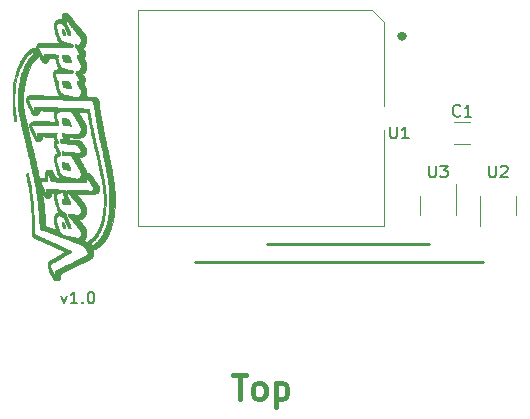
<source format=gbr>
%TF.GenerationSoftware,KiCad,Pcbnew,(6.0.5-71-gf89d5f9949)*%
%TF.CreationDate,2022-07-15T15:52:26+02:00*%
%TF.ProjectId,Vectorblade_PLCC32_THT,56656374-6f72-4626-9c61-64655f504c43,rev?*%
%TF.SameCoordinates,Original*%
%TF.FileFunction,Legend,Top*%
%TF.FilePolarity,Positive*%
%FSLAX46Y46*%
G04 Gerber Fmt 4.6, Leading zero omitted, Abs format (unit mm)*
G04 Created by KiCad (PCBNEW (6.0.5-71-gf89d5f9949)) date 2022-07-15 15:52:26*
%MOMM*%
%LPD*%
G01*
G04 APERTURE LIST*
%ADD10C,0.000700*%
%ADD11C,0.240000*%
%ADD12C,0.400000*%
%ADD13C,0.200000*%
%ADD14C,0.500000*%
%ADD15C,0.150000*%
%ADD16C,0.120000*%
G04 APERTURE END LIST*
D10*
G36*
X142774206Y-95099560D02*
G01*
X142770570Y-95095961D01*
X142766185Y-95090787D01*
X142755415Y-95076139D01*
X142742387Y-95056456D01*
X142727595Y-95032577D01*
X142711529Y-95005341D01*
X142694682Y-94975587D01*
X142677545Y-94944154D01*
X142660611Y-94911883D01*
X142640061Y-94872261D01*
X142619142Y-94834867D01*
X142597832Y-94799673D01*
X142576110Y-94766649D01*
X142553953Y-94735766D01*
X142531341Y-94706996D01*
X142508252Y-94680310D01*
X142484663Y-94655678D01*
X142460553Y-94633072D01*
X142435901Y-94612463D01*
X142410685Y-94593821D01*
X142384882Y-94577119D01*
X142358472Y-94562326D01*
X142331432Y-94549415D01*
X142303741Y-94538355D01*
X142275378Y-94529119D01*
X142249666Y-94521619D01*
X142224793Y-94514032D01*
X142201367Y-94506503D01*
X142179995Y-94499177D01*
X142170270Y-94495635D01*
X142161286Y-94492198D01*
X142153120Y-94488884D01*
X142145848Y-94485711D01*
X142139544Y-94482697D01*
X142134286Y-94479860D01*
X142130150Y-94477219D01*
X142127211Y-94474791D01*
X142116856Y-94469312D01*
X142097616Y-94460592D01*
X142036767Y-94435280D01*
X141963687Y-94406656D01*
X141953231Y-94402560D01*
X141855572Y-94366136D01*
X141751894Y-94326972D01*
X141652152Y-94289892D01*
X141509850Y-94237725D01*
X141465477Y-94221017D01*
X141417863Y-94202226D01*
X141373027Y-94183898D01*
X141336989Y-94168580D01*
X141283447Y-94146085D01*
X141218880Y-94120580D01*
X141148467Y-94093918D01*
X141077389Y-94067950D01*
X141010824Y-94044529D01*
X140953955Y-94025507D01*
X140911960Y-94012735D01*
X140898159Y-94009272D01*
X140890019Y-94008066D01*
X140886874Y-94007867D01*
X140883031Y-94007285D01*
X140878543Y-94006341D01*
X140873466Y-94005057D01*
X140861761Y-94001555D01*
X140848347Y-93996954D01*
X140833661Y-93991427D01*
X140818135Y-93985147D01*
X140802205Y-93978288D01*
X140786303Y-93971025D01*
X140764348Y-93960476D01*
X140731049Y-93945906D01*
X140636901Y-93907128D01*
X140516825Y-93859552D01*
X140383783Y-93808041D01*
X140317354Y-93783149D01*
X140254253Y-93758922D01*
X140195956Y-93736027D01*
X140143938Y-93715128D01*
X140129430Y-93709151D01*
X140099676Y-93696892D01*
X140064646Y-93681984D01*
X140040323Y-93671069D01*
X140032638Y-93667317D01*
X140028183Y-93664813D01*
X140025501Y-93662471D01*
X140022116Y-93660082D01*
X140018080Y-93657656D01*
X140013444Y-93655206D01*
X140008258Y-93652740D01*
X140002573Y-93650272D01*
X139989907Y-93645367D01*
X139975852Y-93640577D01*
X139960814Y-93635990D01*
X139945197Y-93631693D01*
X139929406Y-93627772D01*
X139912853Y-93623185D01*
X139893290Y-93617006D01*
X139871412Y-93609497D01*
X139847914Y-93600917D01*
X139823489Y-93591526D01*
X139798834Y-93581585D01*
X139774641Y-93571356D01*
X139751606Y-93561097D01*
X139730172Y-93551991D01*
X139708853Y-93543348D01*
X139688230Y-93535399D01*
X139668879Y-93528377D01*
X139651381Y-93522512D01*
X139643507Y-93520086D01*
X139636313Y-93518036D01*
X139629872Y-93516391D01*
X139624256Y-93515181D01*
X139619536Y-93514433D01*
X139615786Y-93514177D01*
X139612028Y-93514063D01*
X139608175Y-93513729D01*
X139604250Y-93513184D01*
X139600275Y-93512441D01*
X139596271Y-93511509D01*
X139592259Y-93510401D01*
X139588262Y-93509126D01*
X139584301Y-93507695D01*
X139580398Y-93506120D01*
X139576574Y-93504410D01*
X139572852Y-93502578D01*
X139569253Y-93500634D01*
X139565798Y-93498588D01*
X139562510Y-93496452D01*
X139559410Y-93494237D01*
X139556519Y-93491952D01*
X139547987Y-93486922D01*
X139532249Y-93479489D01*
X139510203Y-93470031D01*
X139482745Y-93458923D01*
X139450772Y-93446542D01*
X139415182Y-93433264D01*
X139376872Y-93419465D01*
X139336739Y-93405522D01*
X139245254Y-93373380D01*
X139141961Y-93335451D01*
X139039132Y-93296133D01*
X138949036Y-93259825D01*
X138761358Y-93180803D01*
X138746542Y-92983247D01*
X138718546Y-92479312D01*
X138709500Y-92316497D01*
X138697177Y-92120533D01*
X138679442Y-91896614D01*
X138632021Y-91404037D01*
X138575803Y-90917017D01*
X138547071Y-90700043D01*
X138519353Y-90513803D01*
X138503494Y-90408002D01*
X138486942Y-90302665D01*
X138471778Y-90210292D01*
X138460086Y-90143386D01*
X138448088Y-90071772D01*
X138904586Y-90071772D01*
X138904671Y-90079607D01*
X138904919Y-90087341D01*
X138905319Y-90094930D01*
X138905860Y-90102331D01*
X138906531Y-90109501D01*
X138907321Y-90116396D01*
X138908220Y-90122972D01*
X138909216Y-90129186D01*
X138910300Y-90134996D01*
X138911459Y-90140357D01*
X138912684Y-90145226D01*
X138913962Y-90149559D01*
X138915284Y-90153314D01*
X138916639Y-90156447D01*
X138918015Y-90158913D01*
X138918708Y-90159884D01*
X138919403Y-90160671D01*
X138924708Y-90173573D01*
X138931750Y-90203694D01*
X138953358Y-90330755D01*
X138988856Y-90572181D01*
X139042875Y-90958303D01*
X139065196Y-91130657D01*
X139085782Y-91309697D01*
X139104515Y-91494003D01*
X139121280Y-91682158D01*
X139135961Y-91872744D01*
X139148444Y-92064343D01*
X139158611Y-92255537D01*
X139166347Y-92444908D01*
X139173032Y-92619732D01*
X139176320Y-92690278D01*
X139180006Y-92750772D01*
X139182100Y-92777528D01*
X139184416Y-92802106D01*
X139186994Y-92824618D01*
X139189874Y-92845175D01*
X139193099Y-92863889D01*
X139196708Y-92880872D01*
X139200741Y-92896235D01*
X139205241Y-92910090D01*
X139210247Y-92922548D01*
X139215800Y-92933722D01*
X139221941Y-92943723D01*
X139228710Y-92952663D01*
X139236149Y-92960654D01*
X139244298Y-92967806D01*
X139253197Y-92974232D01*
X139262887Y-92980044D01*
X139273410Y-92985353D01*
X139284805Y-92990271D01*
X139297113Y-92994909D01*
X139310376Y-92999380D01*
X139339926Y-93008265D01*
X139373781Y-93017819D01*
X139385317Y-93021141D01*
X139396734Y-93024605D01*
X139418964Y-93031825D01*
X139439978Y-93039219D01*
X139459285Y-93046526D01*
X139476393Y-93053486D01*
X139490809Y-93059838D01*
X139496854Y-93062705D01*
X139502042Y-93065322D01*
X139506311Y-93067657D01*
X139509600Y-93069677D01*
X139512425Y-93071670D01*
X139516222Y-93073927D01*
X139526462Y-93079131D01*
X139539769Y-93085087D01*
X139555593Y-93091594D01*
X139573386Y-93098448D01*
X139592597Y-93105446D01*
X139612675Y-93112386D01*
X139633072Y-93119066D01*
X139653368Y-93125746D01*
X139673201Y-93132687D01*
X139692107Y-93139685D01*
X139709625Y-93146539D01*
X139725291Y-93153045D01*
X139738641Y-93159002D01*
X139744303Y-93161711D01*
X139749213Y-93164206D01*
X139753313Y-93166463D01*
X139756545Y-93168455D01*
X139764286Y-93172222D01*
X139777728Y-93177754D01*
X139796089Y-93184733D01*
X139818589Y-93192841D01*
X139844446Y-93201759D01*
X139872879Y-93211169D01*
X139903105Y-93220752D01*
X139934344Y-93230191D01*
X139950335Y-93234874D01*
X139965844Y-93239640D01*
X139980797Y-93244456D01*
X139995116Y-93249291D01*
X140008726Y-93254111D01*
X140021551Y-93258884D01*
X140033516Y-93263578D01*
X140044543Y-93268159D01*
X140054558Y-93272596D01*
X140063484Y-93276855D01*
X140071245Y-93280905D01*
X140077765Y-93284712D01*
X140082969Y-93288244D01*
X140085053Y-93289897D01*
X140086780Y-93291469D01*
X140088139Y-93292956D01*
X140089122Y-93294354D01*
X140089718Y-93295659D01*
X140089919Y-93296866D01*
X140089970Y-93297792D01*
X140090119Y-93298716D01*
X140090365Y-93299636D01*
X140090706Y-93300551D01*
X140091138Y-93301459D01*
X140091661Y-93302357D01*
X140092968Y-93304120D01*
X140094607Y-93305825D01*
X140096561Y-93307458D01*
X140098811Y-93309004D01*
X140101341Y-93310448D01*
X140104130Y-93311777D01*
X140107162Y-93312976D01*
X140110418Y-93314029D01*
X140113881Y-93314924D01*
X140117531Y-93315645D01*
X140121352Y-93316178D01*
X140125324Y-93316509D01*
X140129430Y-93316622D01*
X140131926Y-93316579D01*
X140134320Y-93316448D01*
X140136612Y-93316231D01*
X140138802Y-93315927D01*
X140140888Y-93315537D01*
X140142871Y-93315059D01*
X140144749Y-93314495D01*
X140146524Y-93313844D01*
X140148193Y-93313106D01*
X140149757Y-93312281D01*
X140151215Y-93311369D01*
X140152567Y-93310371D01*
X140153812Y-93309286D01*
X140154950Y-93308114D01*
X140155981Y-93306855D01*
X140156903Y-93305509D01*
X140157717Y-93304077D01*
X140158422Y-93302558D01*
X140159017Y-93300951D01*
X140159503Y-93299258D01*
X140159878Y-93297479D01*
X140160142Y-93295612D01*
X140160296Y-93293659D01*
X140160337Y-93291619D01*
X140160266Y-93289492D01*
X140160083Y-93287278D01*
X140159787Y-93284977D01*
X140159377Y-93282590D01*
X140158854Y-93280115D01*
X140158215Y-93277554D01*
X140156594Y-93272172D01*
X140125996Y-93166989D01*
X140074794Y-92984482D01*
X139976325Y-92630116D01*
X139966888Y-92592212D01*
X139958942Y-92553646D01*
X139952472Y-92514623D01*
X139947463Y-92475352D01*
X139943901Y-92436036D01*
X139941772Y-92396884D01*
X139941061Y-92358100D01*
X139941753Y-92319892D01*
X139943834Y-92282465D01*
X139947290Y-92246026D01*
X139952106Y-92210780D01*
X139958267Y-92176935D01*
X139965760Y-92144695D01*
X139974569Y-92114268D01*
X139984681Y-92085859D01*
X139996081Y-92059675D01*
X140007614Y-92036420D01*
X140019126Y-92014747D01*
X140030709Y-91994557D01*
X140042460Y-91975752D01*
X140054471Y-91958235D01*
X140066836Y-91941908D01*
X140079650Y-91926674D01*
X140093006Y-91912434D01*
X140106999Y-91899091D01*
X140121723Y-91886548D01*
X140137272Y-91874707D01*
X140153739Y-91863470D01*
X140171219Y-91852739D01*
X140189807Y-91842417D01*
X140209595Y-91832406D01*
X140230678Y-91822608D01*
X140247668Y-91815208D01*
X140262535Y-91807738D01*
X140269177Y-91803938D01*
X140275296Y-91800074D01*
X140280893Y-91796129D01*
X140285970Y-91792087D01*
X140290530Y-91787934D01*
X140294575Y-91783652D01*
X140298107Y-91779227D01*
X140301129Y-91774642D01*
X140303643Y-91769882D01*
X140305650Y-91764930D01*
X140307154Y-91759771D01*
X140308157Y-91754390D01*
X140308660Y-91748769D01*
X140308666Y-91742894D01*
X140308178Y-91736749D01*
X140307197Y-91730317D01*
X140305726Y-91723584D01*
X140303767Y-91716532D01*
X140301323Y-91709147D01*
X140298395Y-91701412D01*
X140291098Y-91684831D01*
X140281895Y-91666662D01*
X140270803Y-91646778D01*
X140257842Y-91625053D01*
X140247144Y-91604371D01*
X140235694Y-91579985D01*
X140223896Y-91552821D01*
X140212157Y-91523805D01*
X140200880Y-91493863D01*
X140190472Y-91463921D01*
X140181337Y-91434905D01*
X140173880Y-91407741D01*
X140123450Y-91216475D01*
X140074177Y-91037016D01*
X140034627Y-90899692D01*
X140021175Y-90856308D01*
X140013366Y-90834831D01*
X140004400Y-90817053D01*
X139996042Y-90796327D01*
X139988320Y-90772947D01*
X139981264Y-90747204D01*
X139974902Y-90719392D01*
X139969264Y-90689804D01*
X139964378Y-90658732D01*
X139960274Y-90626471D01*
X139956979Y-90593313D01*
X139954524Y-90559550D01*
X139952938Y-90525476D01*
X139952248Y-90491385D01*
X139952484Y-90457568D01*
X139953676Y-90424319D01*
X139955851Y-90391931D01*
X139959039Y-90360697D01*
X139966766Y-90294461D01*
X139969186Y-90267505D01*
X139970383Y-90244286D01*
X139970462Y-90233990D01*
X139970162Y-90224525D01*
X139969459Y-90215854D01*
X139968328Y-90207943D01*
X139966745Y-90200758D01*
X139964685Y-90194263D01*
X139962125Y-90188424D01*
X139959039Y-90183205D01*
X139955403Y-90178573D01*
X139951193Y-90174492D01*
X139946384Y-90170927D01*
X139940952Y-90167844D01*
X139934873Y-90165207D01*
X139928121Y-90162983D01*
X139920674Y-90161135D01*
X139912505Y-90159630D01*
X139903592Y-90158432D01*
X139893908Y-90157507D01*
X139872136Y-90156336D01*
X139846991Y-90155837D01*
X139818281Y-90155733D01*
X139800209Y-90156068D01*
X139783906Y-90157137D01*
X139769289Y-90159038D01*
X139762586Y-90160330D01*
X139756274Y-90161868D01*
X139750342Y-90163663D01*
X139744779Y-90165726D01*
X139739575Y-90168071D01*
X139734720Y-90170709D01*
X139730203Y-90173653D01*
X139726013Y-90176915D01*
X139722141Y-90180506D01*
X139718577Y-90184440D01*
X139715308Y-90188729D01*
X139712326Y-90193384D01*
X139709620Y-90198419D01*
X139707180Y-90203844D01*
X139704994Y-90209673D01*
X139703053Y-90215917D01*
X139701346Y-90222589D01*
X139699863Y-90229701D01*
X139697527Y-90245293D01*
X139695961Y-90262792D01*
X139695083Y-90282295D01*
X139694808Y-90303900D01*
X139694638Y-90311329D01*
X139694138Y-90318765D01*
X139693327Y-90326157D01*
X139692223Y-90333456D01*
X139690844Y-90340610D01*
X139689209Y-90347568D01*
X139687334Y-90354281D01*
X139685239Y-90360697D01*
X139682942Y-90366766D01*
X139680460Y-90372436D01*
X139677811Y-90377659D01*
X139675014Y-90382382D01*
X139673566Y-90384540D01*
X139672087Y-90386555D01*
X139670580Y-90388419D01*
X139669048Y-90390128D01*
X139667492Y-90391673D01*
X139665915Y-90393049D01*
X139664319Y-90394250D01*
X139662706Y-90395269D01*
X139659296Y-90397461D01*
X139655572Y-90400300D01*
X139651566Y-90403739D01*
X139647310Y-90407732D01*
X139642837Y-90412232D01*
X139638180Y-90417190D01*
X139628442Y-90428298D01*
X139618357Y-90440679D01*
X139608185Y-90453957D01*
X139598187Y-90467756D01*
X139588622Y-90481699D01*
X139581439Y-90493057D01*
X139574563Y-90503105D01*
X139567781Y-90511923D01*
X139560879Y-90519590D01*
X139553645Y-90526187D01*
X139545865Y-90531793D01*
X139537325Y-90536487D01*
X139527812Y-90540349D01*
X139517113Y-90543459D01*
X139505013Y-90545896D01*
X139491300Y-90547739D01*
X139475761Y-90549069D01*
X139458181Y-90549965D01*
X139438348Y-90550507D01*
X139391067Y-90550844D01*
X139366434Y-90550746D01*
X139344253Y-90550405D01*
X139324316Y-90549754D01*
X139306411Y-90548722D01*
X139298155Y-90548042D01*
X139290329Y-90547242D01*
X139282907Y-90546312D01*
X139275861Y-90545244D01*
X139269167Y-90544030D01*
X139262797Y-90542661D01*
X139256725Y-90541128D01*
X139250926Y-90539423D01*
X139245372Y-90537537D01*
X139240039Y-90535461D01*
X139234898Y-90533188D01*
X139229926Y-90530707D01*
X139225094Y-90528012D01*
X139220377Y-90525093D01*
X139215749Y-90521941D01*
X139211183Y-90518548D01*
X139206653Y-90514906D01*
X139202134Y-90511005D01*
X139197598Y-90506838D01*
X139193019Y-90502395D01*
X139183630Y-90492650D01*
X139173756Y-90481699D01*
X139160170Y-90466068D01*
X139145521Y-90447281D01*
X139130076Y-90425833D01*
X139114103Y-90402214D01*
X139097870Y-90376917D01*
X139081643Y-90350433D01*
X139065692Y-90323255D01*
X139050283Y-90295874D01*
X139035685Y-90268782D01*
X139022165Y-90242472D01*
X139009990Y-90217435D01*
X138999428Y-90194164D01*
X138990748Y-90173150D01*
X138984216Y-90154884D01*
X138980101Y-90139860D01*
X138979033Y-90133717D01*
X138978670Y-90128569D01*
X138978471Y-90124670D01*
X138977888Y-90120409D01*
X138976944Y-90115829D01*
X138975660Y-90110975D01*
X138974058Y-90105889D01*
X138972158Y-90100615D01*
X138969984Y-90095196D01*
X138967557Y-90089676D01*
X138964898Y-90084098D01*
X138962030Y-90078505D01*
X138958973Y-90072942D01*
X138955750Y-90067451D01*
X138952382Y-90062075D01*
X138948892Y-90056859D01*
X138945300Y-90051846D01*
X138941628Y-90047078D01*
X138935515Y-90038863D01*
X138930110Y-90031832D01*
X138925371Y-90026008D01*
X138921255Y-90021418D01*
X138917717Y-90018087D01*
X138916152Y-90016902D01*
X138914715Y-90016041D01*
X138913401Y-90015507D01*
X138912204Y-90015303D01*
X138911120Y-90015433D01*
X138910142Y-90015901D01*
X138909266Y-90016708D01*
X138908486Y-90017858D01*
X138907796Y-90019355D01*
X138907191Y-90021201D01*
X138906665Y-90023400D01*
X138906214Y-90025955D01*
X138905512Y-90032145D01*
X138905042Y-90039796D01*
X138904760Y-90048935D01*
X138904586Y-90071772D01*
X138448088Y-90071772D01*
X138400511Y-89787786D01*
X138339084Y-89439594D01*
X138301580Y-89254386D01*
X138783583Y-89254386D01*
X138865075Y-89427247D01*
X138927019Y-89558379D01*
X138978168Y-89667864D01*
X139019304Y-89757670D01*
X139051210Y-89829767D01*
X139063944Y-89859788D01*
X139074664Y-89886120D01*
X139083467Y-89909008D01*
X139090451Y-89928699D01*
X139095712Y-89945437D01*
X139099349Y-89959470D01*
X139101460Y-89971043D01*
X139102142Y-89980402D01*
X139102513Y-89985426D01*
X139103603Y-89991187D01*
X139105381Y-89997614D01*
X139107814Y-90004634D01*
X139110869Y-90012175D01*
X139114513Y-90020165D01*
X139118715Y-90028530D01*
X139123441Y-90037200D01*
X139128659Y-90046101D01*
X139134336Y-90055161D01*
X139140441Y-90064308D01*
X139146939Y-90073470D01*
X139153799Y-90082574D01*
X139160989Y-90091547D01*
X139168475Y-90100318D01*
X139176225Y-90108814D01*
X139250308Y-90192775D01*
X139250308Y-90029792D01*
X139250375Y-90003920D01*
X139250612Y-89980827D01*
X139251073Y-89960338D01*
X139251813Y-89942281D01*
X139252305Y-89934109D01*
X139252886Y-89926480D01*
X139253564Y-89919372D01*
X139254345Y-89912763D01*
X139255237Y-89906631D01*
X139256246Y-89900956D01*
X139257379Y-89895714D01*
X139258643Y-89890885D01*
X139260044Y-89886447D01*
X139261589Y-89882377D01*
X139263285Y-89878655D01*
X139265139Y-89875258D01*
X139267158Y-89872165D01*
X139269348Y-89869354D01*
X139271716Y-89866804D01*
X139274270Y-89864493D01*
X139277014Y-89862398D01*
X139279958Y-89860499D01*
X139283106Y-89858774D01*
X139286467Y-89857200D01*
X139290047Y-89855757D01*
X139293852Y-89854422D01*
X139297890Y-89853174D01*
X139302167Y-89851991D01*
X139362610Y-89847882D01*
X139486140Y-89846435D01*
X139842358Y-89850140D01*
X140210614Y-89860326D01*
X140349192Y-89866982D01*
X140430703Y-89874217D01*
X140457587Y-89878543D01*
X140468435Y-89880788D01*
X140477699Y-89883362D01*
X140481771Y-89884836D01*
X140485487Y-89886471D01*
X140488862Y-89888290D01*
X140491908Y-89890321D01*
X140494640Y-89892589D01*
X140497070Y-89895120D01*
X140499213Y-89897939D01*
X140501082Y-89901072D01*
X140502690Y-89904545D01*
X140504052Y-89908385D01*
X140505180Y-89912615D01*
X140506088Y-89917263D01*
X140507300Y-89927915D01*
X140507796Y-89940544D01*
X140507684Y-89955359D01*
X140507072Y-89972565D01*
X140504786Y-90014975D01*
X140497378Y-90143386D01*
X140398600Y-90158203D01*
X140375614Y-90161770D01*
X140353846Y-90166016D01*
X140333244Y-90170986D01*
X140313751Y-90176723D01*
X140295316Y-90183271D01*
X140286477Y-90186862D01*
X140277882Y-90190672D01*
X140269524Y-90194706D01*
X140261396Y-90198970D01*
X140253491Y-90203469D01*
X140245803Y-90208209D01*
X140238325Y-90213194D01*
X140231050Y-90218431D01*
X140223971Y-90223925D01*
X140217081Y-90229681D01*
X140210375Y-90235705D01*
X140203844Y-90242002D01*
X140197482Y-90248578D01*
X140191282Y-90255437D01*
X140185239Y-90262586D01*
X140179343Y-90270029D01*
X140167972Y-90285823D01*
X140157115Y-90302860D01*
X140146717Y-90321186D01*
X140138540Y-90337372D01*
X140131654Y-90352980D01*
X140126136Y-90368588D01*
X140122061Y-90384774D01*
X140119505Y-90402118D01*
X140118545Y-90421198D01*
X140119255Y-90442594D01*
X140121713Y-90466883D01*
X140125995Y-90494645D01*
X140132175Y-90526459D01*
X140150536Y-90604555D01*
X140177406Y-90705802D01*
X140213392Y-90834831D01*
X140312170Y-91192900D01*
X140328906Y-91251668D01*
X140345936Y-91305944D01*
X140363494Y-91356039D01*
X140381816Y-91402262D01*
X140401135Y-91444927D01*
X140421688Y-91484342D01*
X140432501Y-91502929D01*
X140443710Y-91520821D01*
X140455345Y-91538056D01*
X140467436Y-91554673D01*
X140480011Y-91570712D01*
X140493100Y-91586211D01*
X140506733Y-91601208D01*
X140520939Y-91615744D01*
X140535747Y-91629856D01*
X140551186Y-91643584D01*
X140584078Y-91670043D01*
X140619850Y-91695431D01*
X140658736Y-91720059D01*
X140700971Y-91744238D01*
X140746792Y-91768280D01*
X140768248Y-91780010D01*
X140789028Y-91792893D01*
X140809034Y-91806811D01*
X140828168Y-91821644D01*
X140846332Y-91837272D01*
X140863429Y-91853578D01*
X140879362Y-91870440D01*
X140894032Y-91887740D01*
X140907342Y-91905358D01*
X140919195Y-91923175D01*
X140929491Y-91941072D01*
X140938135Y-91958929D01*
X140945028Y-91976627D01*
X140947787Y-91985379D01*
X140950072Y-91994046D01*
X140951871Y-92002614D01*
X140953170Y-92011068D01*
X140953959Y-92019392D01*
X140954225Y-92027572D01*
X140954652Y-92031258D01*
X140955908Y-92036688D01*
X140960746Y-92052344D01*
X140968419Y-92073671D01*
X140978611Y-92099803D01*
X140991001Y-92129871D01*
X141005273Y-92163005D01*
X141021107Y-92198340D01*
X141038186Y-92235005D01*
X141055824Y-92273947D01*
X141073260Y-92314105D01*
X141090059Y-92354378D01*
X141105787Y-92393667D01*
X141120011Y-92430873D01*
X141132295Y-92464895D01*
X141142206Y-92494634D01*
X141149311Y-92518991D01*
X141156189Y-92541525D01*
X141165439Y-92567763D01*
X141176658Y-92596779D01*
X141189439Y-92627647D01*
X141203378Y-92659441D01*
X141218070Y-92691235D01*
X141233108Y-92722103D01*
X141248088Y-92751119D01*
X141255462Y-92765538D01*
X141262741Y-92780926D01*
X141269890Y-92797153D01*
X141276873Y-92814090D01*
X141290195Y-92849569D01*
X141302417Y-92886321D01*
X141313249Y-92923305D01*
X141322404Y-92959478D01*
X141329590Y-92993800D01*
X141332355Y-93009940D01*
X141334519Y-93025227D01*
X141351805Y-93168455D01*
X141270314Y-93168455D01*
X141261931Y-93168342D01*
X141253486Y-93168011D01*
X141245034Y-93167478D01*
X141236629Y-93166757D01*
X141228325Y-93165863D01*
X141220177Y-93164809D01*
X141212239Y-93163610D01*
X141204565Y-93162281D01*
X141197209Y-93160837D01*
X141190226Y-93159291D01*
X141183669Y-93157658D01*
X141177594Y-93155953D01*
X141172054Y-93154191D01*
X141167104Y-93152384D01*
X141162797Y-93150549D01*
X141159189Y-93148700D01*
X141153315Y-93143116D01*
X141145887Y-93132851D01*
X141126391Y-93098308D01*
X141100761Y-93045128D01*
X141069054Y-92973369D01*
X141031327Y-92883090D01*
X140987639Y-92774347D01*
X140882611Y-92501706D01*
X140865561Y-92458355D01*
X140848077Y-92416047D01*
X140830651Y-92375822D01*
X140813775Y-92338722D01*
X140797941Y-92305790D01*
X140783640Y-92278066D01*
X140777219Y-92266483D01*
X140771365Y-92256594D01*
X140766141Y-92248527D01*
X140761608Y-92242414D01*
X140748262Y-92227233D01*
X140733321Y-92212298D01*
X140716925Y-92197681D01*
X140699216Y-92183456D01*
X140680335Y-92169693D01*
X140660424Y-92156465D01*
X140639622Y-92143845D01*
X140618072Y-92131906D01*
X140595914Y-92120719D01*
X140573289Y-92110356D01*
X140550339Y-92100891D01*
X140527204Y-92092395D01*
X140504026Y-92084941D01*
X140480945Y-92078601D01*
X140458104Y-92073447D01*
X140435642Y-92069553D01*
X140417955Y-92067043D01*
X140401802Y-92065106D01*
X140386981Y-92063790D01*
X140373288Y-92063147D01*
X140360521Y-92063228D01*
X140348478Y-92064083D01*
X140336956Y-92065763D01*
X140331326Y-92066928D01*
X140325751Y-92068318D01*
X140320205Y-92069939D01*
X140314663Y-92071799D01*
X140303488Y-92076257D01*
X140292023Y-92081742D01*
X140280067Y-92088305D01*
X140267416Y-92095997D01*
X140253867Y-92104868D01*
X140239219Y-92114969D01*
X140223269Y-92126350D01*
X140197190Y-92146326D01*
X140174493Y-92165890D01*
X140155146Y-92185613D01*
X140139115Y-92206067D01*
X140126370Y-92227822D01*
X140116876Y-92251452D01*
X140110602Y-92277527D01*
X140107514Y-92306619D01*
X140107581Y-92339299D01*
X140110770Y-92376140D01*
X140117048Y-92417711D01*
X140126382Y-92464586D01*
X140138741Y-92517336D01*
X140154091Y-92576531D01*
X140193636Y-92716547D01*
X140326986Y-93180803D01*
X140337004Y-93217539D01*
X140346708Y-93251867D01*
X140356129Y-93283864D01*
X140365301Y-93313612D01*
X140374256Y-93341190D01*
X140383026Y-93366676D01*
X140391644Y-93390152D01*
X140400143Y-93411695D01*
X140408556Y-93431387D01*
X140416913Y-93449306D01*
X140425250Y-93465532D01*
X140433597Y-93480145D01*
X140441987Y-93493224D01*
X140450454Y-93504849D01*
X140459029Y-93515100D01*
X140467745Y-93524055D01*
X140485662Y-93541038D01*
X140505862Y-93558521D01*
X140528022Y-93576308D01*
X140551821Y-93594203D01*
X140576937Y-93612011D01*
X140603048Y-93629537D01*
X140629831Y-93646586D01*
X140656966Y-93662961D01*
X140684129Y-93678469D01*
X140710999Y-93692913D01*
X140737254Y-93706098D01*
X140762573Y-93717829D01*
X140786632Y-93727911D01*
X140809111Y-93736148D01*
X140829687Y-93742344D01*
X140848039Y-93746305D01*
X140896270Y-93755797D01*
X140957929Y-93768530D01*
X141025144Y-93783115D01*
X141090044Y-93798164D01*
X141267227Y-93836440D01*
X141377580Y-93859977D01*
X141485156Y-93882125D01*
X141693515Y-93927192D01*
X141848164Y-93961147D01*
X141864139Y-93964619D01*
X141879660Y-93967626D01*
X141894734Y-93970165D01*
X141909369Y-93972235D01*
X141923574Y-93973833D01*
X141937357Y-93974956D01*
X141950725Y-93975603D01*
X141963687Y-93975770D01*
X141976252Y-93975457D01*
X141988426Y-93974661D01*
X142000219Y-93973378D01*
X142011639Y-93971608D01*
X142022693Y-93969348D01*
X142033390Y-93966595D01*
X142043738Y-93963348D01*
X142053745Y-93959603D01*
X142063419Y-93955360D01*
X142072769Y-93950615D01*
X142081802Y-93945366D01*
X142090526Y-93939611D01*
X142098951Y-93933349D01*
X142107083Y-93926575D01*
X142114931Y-93919289D01*
X142122504Y-93911488D01*
X142129808Y-93903169D01*
X142136854Y-93894331D01*
X142143648Y-93884971D01*
X142150198Y-93875088D01*
X142156514Y-93864677D01*
X142162602Y-93853739D01*
X142168472Y-93842269D01*
X142174131Y-93830266D01*
X142186633Y-93799178D01*
X142197291Y-93767112D01*
X142206111Y-93734193D01*
X142213101Y-93700543D01*
X142218268Y-93666286D01*
X142221619Y-93631543D01*
X142223161Y-93596439D01*
X142222902Y-93561097D01*
X142220848Y-93525638D01*
X142217008Y-93490187D01*
X142211388Y-93454866D01*
X142203995Y-93419798D01*
X142194837Y-93385107D01*
X142183921Y-93350914D01*
X142171254Y-93317344D01*
X142156844Y-93284519D01*
X142149820Y-93270323D01*
X142142674Y-93256492D01*
X142135455Y-93243102D01*
X142128214Y-93230230D01*
X142121002Y-93217951D01*
X142113870Y-93206341D01*
X142106868Y-93195476D01*
X142100047Y-93185433D01*
X142093457Y-93176286D01*
X142087150Y-93168113D01*
X142081175Y-93160988D01*
X142075584Y-93154989D01*
X142072948Y-93152435D01*
X142070427Y-93150191D01*
X142068027Y-93148266D01*
X142065754Y-93146669D01*
X142063616Y-93145411D01*
X142061617Y-93144501D01*
X142059765Y-93143947D01*
X142058066Y-93143761D01*
X142056403Y-93143668D01*
X142054658Y-93143391D01*
X142052834Y-93142937D01*
X142050938Y-93142309D01*
X142046943Y-93140554D01*
X142042710Y-93138166D01*
X142038274Y-93135185D01*
X142033671Y-93131650D01*
X142028939Y-93127601D01*
X142024112Y-93123079D01*
X142019227Y-93118123D01*
X142014321Y-93112772D01*
X142009429Y-93107067D01*
X142004588Y-93101047D01*
X141999833Y-93094752D01*
X141995202Y-93088222D01*
X141990729Y-93081497D01*
X141986452Y-93074616D01*
X141976806Y-93059327D01*
X141964845Y-93041665D01*
X141951032Y-93022266D01*
X141935829Y-93001768D01*
X141919701Y-92980806D01*
X141903109Y-92960019D01*
X141886517Y-92940041D01*
X141870388Y-92921511D01*
X141862611Y-92912722D01*
X141855046Y-92903988D01*
X141847735Y-92895363D01*
X141840717Y-92886900D01*
X141834031Y-92878654D01*
X141827718Y-92870680D01*
X141821818Y-92863031D01*
X141816370Y-92855762D01*
X141811413Y-92848927D01*
X141806989Y-92842580D01*
X141803136Y-92836776D01*
X141799894Y-92831569D01*
X141797303Y-92827013D01*
X141795404Y-92823162D01*
X141794235Y-92820072D01*
X141793937Y-92818828D01*
X141793836Y-92817794D01*
X141793125Y-92815260D01*
X141791039Y-92811413D01*
X141787650Y-92806329D01*
X141783032Y-92800084D01*
X141770396Y-92784413D01*
X141753708Y-92765010D01*
X141733547Y-92742481D01*
X141710492Y-92717434D01*
X141685123Y-92690478D01*
X141658017Y-92662219D01*
X141630911Y-92632928D01*
X141605541Y-92604766D01*
X141582486Y-92578398D01*
X141562326Y-92554490D01*
X141553511Y-92543666D01*
X141545638Y-92533707D01*
X141538777Y-92524695D01*
X141533001Y-92516715D01*
X141528383Y-92509849D01*
X141524995Y-92504180D01*
X141522909Y-92499791D01*
X141522377Y-92498103D01*
X141522197Y-92496767D01*
X141522140Y-92495335D01*
X141521969Y-92493820D01*
X141521300Y-92490559D01*
X141520211Y-92487016D01*
X141518725Y-92483223D01*
X141516862Y-92479213D01*
X141514644Y-92475019D01*
X141512094Y-92470673D01*
X141509233Y-92466207D01*
X141506082Y-92461655D01*
X141502663Y-92457048D01*
X141498999Y-92452419D01*
X141495110Y-92447802D01*
X141491019Y-92443228D01*
X141486747Y-92438729D01*
X141482316Y-92434340D01*
X141477747Y-92430091D01*
X141468221Y-92420223D01*
X141456641Y-92407635D01*
X141443498Y-92392847D01*
X141429284Y-92376381D01*
X141414492Y-92358757D01*
X141399612Y-92340497D01*
X141385138Y-92322121D01*
X141371561Y-92304150D01*
X141356267Y-92285060D01*
X141338571Y-92263481D01*
X141319080Y-92240166D01*
X141298404Y-92215867D01*
X141277148Y-92191337D01*
X141255921Y-92167327D01*
X141235331Y-92144591D01*
X141215986Y-92123880D01*
X141206034Y-92113179D01*
X141196568Y-92102403D01*
X141187608Y-92091590D01*
X141179176Y-92080781D01*
X141171294Y-92070015D01*
X141163983Y-92059332D01*
X141157265Y-92048773D01*
X141151163Y-92038376D01*
X141145697Y-92028181D01*
X141140890Y-92018230D01*
X141136762Y-92008560D01*
X141133337Y-91999212D01*
X141130635Y-91990226D01*
X141128678Y-91981641D01*
X141127487Y-91973498D01*
X141127086Y-91965836D01*
X141127175Y-91955379D01*
X141127563Y-91946191D01*
X141128437Y-91938212D01*
X141129980Y-91931379D01*
X141131060Y-91928374D01*
X141132376Y-91925632D01*
X141133952Y-91923146D01*
X141135811Y-91920908D01*
X141137975Y-91918911D01*
X141140468Y-91917147D01*
X141143313Y-91915608D01*
X141146533Y-91914286D01*
X141150150Y-91913174D01*
X141154189Y-91912265D01*
X141163621Y-91911021D01*
X141175014Y-91910494D01*
X141188552Y-91910621D01*
X141204420Y-91911341D01*
X141222801Y-91912594D01*
X141267844Y-91916447D01*
X141301500Y-91919409D01*
X141342159Y-91924396D01*
X141388259Y-91931119D01*
X141438236Y-91939289D01*
X141490528Y-91948617D01*
X141543573Y-91958813D01*
X141595808Y-91969588D01*
X141645669Y-91980652D01*
X141704446Y-91993552D01*
X141757855Y-92004440D01*
X141806258Y-92013274D01*
X141828695Y-92016906D01*
X141850016Y-92020009D01*
X141870266Y-92022577D01*
X141889491Y-92024603D01*
X141907735Y-92026084D01*
X141925044Y-92027012D01*
X141941464Y-92027384D01*
X141957039Y-92027193D01*
X141971814Y-92026435D01*
X141985835Y-92025102D01*
X141999147Y-92023192D01*
X142011796Y-92020697D01*
X142023825Y-92017612D01*
X142035282Y-92013932D01*
X142046210Y-92009652D01*
X142056656Y-92004766D01*
X142066663Y-91999268D01*
X142076279Y-91993154D01*
X142085547Y-91986418D01*
X142094513Y-91979054D01*
X142103222Y-91971057D01*
X142111719Y-91962421D01*
X142120050Y-91953142D01*
X142128260Y-91943213D01*
X142136394Y-91932629D01*
X142144497Y-91921386D01*
X142161168Y-91895937D01*
X142176002Y-91870478D01*
X142189012Y-91844938D01*
X142200214Y-91819251D01*
X142209622Y-91793347D01*
X142217249Y-91767156D01*
X142223112Y-91740612D01*
X142227224Y-91713644D01*
X142229599Y-91686184D01*
X142230252Y-91658163D01*
X142229199Y-91629513D01*
X142226452Y-91600165D01*
X142222027Y-91570050D01*
X142215937Y-91539099D01*
X142208199Y-91507244D01*
X142198825Y-91474416D01*
X142194085Y-91459237D01*
X142189154Y-91444315D01*
X142184071Y-91429733D01*
X142178876Y-91415574D01*
X142173609Y-91401921D01*
X142168309Y-91388859D01*
X142163016Y-91376469D01*
X142157770Y-91364835D01*
X142152611Y-91354040D01*
X142147579Y-91344167D01*
X142142713Y-91335301D01*
X142138053Y-91327523D01*
X142133640Y-91320917D01*
X142129511Y-91315566D01*
X142127567Y-91313388D01*
X142125709Y-91311554D01*
X142123942Y-91310076D01*
X142122272Y-91308964D01*
X142119063Y-91307000D01*
X142115930Y-91304830D01*
X142112890Y-91302480D01*
X142109963Y-91299973D01*
X142107167Y-91297337D01*
X142104518Y-91294596D01*
X142102036Y-91291775D01*
X142099738Y-91288899D01*
X142097643Y-91285995D01*
X142095769Y-91283088D01*
X142094133Y-91280201D01*
X142092754Y-91277362D01*
X142091650Y-91274596D01*
X142091207Y-91273248D01*
X142090840Y-91271927D01*
X142090550Y-91270637D01*
X142090340Y-91269381D01*
X142090212Y-91268162D01*
X142090169Y-91266983D01*
X142089827Y-91264356D01*
X142088819Y-91261133D01*
X142087174Y-91257352D01*
X142084922Y-91253054D01*
X142082090Y-91248278D01*
X142078709Y-91243065D01*
X142074808Y-91237454D01*
X142070414Y-91231485D01*
X142065557Y-91225197D01*
X142060266Y-91218631D01*
X142048497Y-91204822D01*
X142035340Y-91190377D01*
X142028312Y-91183015D01*
X142021025Y-91175613D01*
X141972268Y-91123036D01*
X141928228Y-91074945D01*
X141889455Y-91031889D01*
X141856498Y-90994418D01*
X141829908Y-90963082D01*
X141819173Y-90949887D01*
X141810235Y-90938431D01*
X141803163Y-90928784D01*
X141798027Y-90921015D01*
X141794895Y-90915192D01*
X141794102Y-90913031D01*
X141793836Y-90911383D01*
X141793381Y-90909513D01*
X141792047Y-90906719D01*
X141789881Y-90903065D01*
X141786929Y-90898611D01*
X141778860Y-90887552D01*
X141768216Y-90874033D01*
X141755371Y-90858546D01*
X141740704Y-90841583D01*
X141724590Y-90823636D01*
X141707405Y-90805197D01*
X141698702Y-90795918D01*
X141690220Y-90786647D01*
X141682006Y-90777448D01*
X141674106Y-90768387D01*
X141666568Y-90759528D01*
X141659439Y-90750937D01*
X141652766Y-90742678D01*
X141646595Y-90734818D01*
X141640975Y-90727420D01*
X141635951Y-90720551D01*
X141631571Y-90714275D01*
X141627882Y-90708657D01*
X141624930Y-90703763D01*
X141622764Y-90699657D01*
X141621430Y-90696405D01*
X141621090Y-90695119D01*
X141620975Y-90694072D01*
X141620348Y-90691567D01*
X141618506Y-90687807D01*
X141615506Y-90682867D01*
X141611406Y-90676824D01*
X141600139Y-90661733D01*
X141585168Y-90643140D01*
X141566956Y-90621652D01*
X141545966Y-90597879D01*
X141522660Y-90572428D01*
X141497502Y-90545905D01*
X141485128Y-90532463D01*
X141473054Y-90519050D01*
X141461349Y-90505753D01*
X141450082Y-90492658D01*
X141439321Y-90479852D01*
X141429135Y-90467423D01*
X141419593Y-90455457D01*
X141410764Y-90444041D01*
X141402716Y-90433261D01*
X141395518Y-90423205D01*
X141389238Y-90413959D01*
X141383947Y-90405610D01*
X141379712Y-90398245D01*
X141376601Y-90391951D01*
X141374685Y-90386814D01*
X141374195Y-90384707D01*
X141374030Y-90382922D01*
X141374002Y-90381533D01*
X141373917Y-90380147D01*
X141373778Y-90378767D01*
X141373587Y-90377395D01*
X141373345Y-90376033D01*
X141373054Y-90374685D01*
X141372716Y-90373354D01*
X141372333Y-90372041D01*
X141371906Y-90370750D01*
X141371438Y-90369484D01*
X141370930Y-90368244D01*
X141370384Y-90367035D01*
X141369802Y-90365858D01*
X141369186Y-90364716D01*
X141368537Y-90363612D01*
X141367857Y-90362549D01*
X141367148Y-90361530D01*
X141366412Y-90360556D01*
X141365651Y-90359632D01*
X141364866Y-90358758D01*
X141364060Y-90357940D01*
X141363234Y-90357178D01*
X141362389Y-90356475D01*
X141361529Y-90355836D01*
X141360654Y-90355261D01*
X141359766Y-90354754D01*
X141358867Y-90354318D01*
X141357960Y-90353955D01*
X141357045Y-90353667D01*
X141356124Y-90353459D01*
X141355200Y-90353332D01*
X141354275Y-90353289D01*
X141353082Y-90353210D01*
X141351820Y-90352975D01*
X141349104Y-90352054D01*
X141346157Y-90350554D01*
X141343008Y-90348504D01*
X141339685Y-90345934D01*
X141336217Y-90342871D01*
X141332634Y-90339345D01*
X141328963Y-90335385D01*
X141325235Y-90331020D01*
X141321478Y-90326279D01*
X141317720Y-90321191D01*
X141313992Y-90315784D01*
X141310322Y-90310088D01*
X141306738Y-90304132D01*
X141303270Y-90297944D01*
X141299947Y-90291553D01*
X141296596Y-90285162D01*
X141293045Y-90278969D01*
X141289328Y-90273001D01*
X141285478Y-90267283D01*
X141281526Y-90261839D01*
X141277505Y-90256696D01*
X141273448Y-90251878D01*
X141269388Y-90247411D01*
X141265356Y-90243321D01*
X141261386Y-90239632D01*
X141257510Y-90236369D01*
X141253761Y-90233559D01*
X141250170Y-90231227D01*
X141248445Y-90230247D01*
X141246772Y-90229397D01*
X141245155Y-90228678D01*
X141243597Y-90228095D01*
X141242105Y-90227650D01*
X141240680Y-90227347D01*
X141236448Y-90226512D01*
X141231654Y-90224513D01*
X141226344Y-90221417D01*
X141220563Y-90217291D01*
X141207771Y-90206213D01*
X141193645Y-90191810D01*
X141178549Y-90174615D01*
X141162849Y-90155159D01*
X141146911Y-90133974D01*
X141131099Y-90111592D01*
X141115779Y-90088544D01*
X141101316Y-90065362D01*
X141088076Y-90042578D01*
X141076424Y-90020724D01*
X141066725Y-90000331D01*
X141059345Y-89981931D01*
X141054649Y-89966057D01*
X141053422Y-89959232D01*
X141053003Y-89953239D01*
X141053003Y-89901380D01*
X141699997Y-89916197D01*
X142761858Y-89948300D01*
X142883522Y-89953012D01*
X142934856Y-89954697D01*
X142980443Y-89955901D01*
X143020719Y-89956599D01*
X143056122Y-89956764D01*
X143087091Y-89956373D01*
X143114063Y-89955399D01*
X143137475Y-89953818D01*
X143147983Y-89952792D01*
X143157765Y-89951604D01*
X143166876Y-89950251D01*
X143175371Y-89948731D01*
X143183305Y-89947040D01*
X143190731Y-89945174D01*
X143197706Y-89943132D01*
X143204282Y-89940909D01*
X143210517Y-89938502D01*
X143216463Y-89935909D01*
X143222175Y-89933126D01*
X143227710Y-89930150D01*
X143238461Y-89923605D01*
X143255985Y-89910909D01*
X143270540Y-89897618D01*
X143276679Y-89890656D01*
X143282048Y-89883431D01*
X143286637Y-89875906D01*
X143290435Y-89868043D01*
X143293434Y-89859803D01*
X143295624Y-89851150D01*
X143296996Y-89842044D01*
X143297539Y-89832448D01*
X143297246Y-89822324D01*
X143296105Y-89811634D01*
X143291245Y-89788403D01*
X143282884Y-89762452D01*
X143270945Y-89733477D01*
X143255352Y-89701175D01*
X143236030Y-89665240D01*
X143212903Y-89625369D01*
X143185894Y-89581259D01*
X143154927Y-89532606D01*
X143119928Y-89479106D01*
X143082105Y-89422400D01*
X143045150Y-89366244D01*
X142977317Y-89261486D01*
X142923375Y-89176637D01*
X142890269Y-89123505D01*
X142885587Y-89115699D01*
X142880826Y-89108057D01*
X142876021Y-89100624D01*
X142871208Y-89093448D01*
X142866425Y-89086575D01*
X142861707Y-89080054D01*
X142857090Y-89073930D01*
X142852610Y-89068252D01*
X142848304Y-89063065D01*
X142844208Y-89058418D01*
X142840358Y-89054356D01*
X142836790Y-89050927D01*
X142835123Y-89049465D01*
X142833541Y-89048179D01*
X142832046Y-89047074D01*
X142830645Y-89046157D01*
X142829342Y-89045434D01*
X142828141Y-89044910D01*
X142827046Y-89044591D01*
X142826063Y-89044484D01*
X142825137Y-89044448D01*
X142824214Y-89044341D01*
X142823293Y-89044166D01*
X142822378Y-89043924D01*
X142821471Y-89043617D01*
X142820572Y-89043246D01*
X142819685Y-89042814D01*
X142818809Y-89042323D01*
X142817949Y-89041773D01*
X142817105Y-89041168D01*
X142815472Y-89039795D01*
X142813926Y-89038221D01*
X142812482Y-89036458D01*
X142811153Y-89034521D01*
X142809955Y-89032426D01*
X142808901Y-89030185D01*
X142808006Y-89027815D01*
X142807285Y-89025328D01*
X142806752Y-89022741D01*
X142806561Y-89021413D01*
X142806422Y-89020066D01*
X142806337Y-89018701D01*
X142806308Y-89017319D01*
X142806032Y-89013825D01*
X142805225Y-89009854D01*
X142803922Y-89005449D01*
X142802156Y-89000655D01*
X142797372Y-88990075D01*
X142791144Y-88978464D01*
X142783745Y-88966173D01*
X142775445Y-88953553D01*
X142766516Y-88940954D01*
X142757228Y-88928728D01*
X142747854Y-88917225D01*
X142738664Y-88906797D01*
X142729930Y-88897794D01*
X142721923Y-88890567D01*
X142718277Y-88887730D01*
X142714914Y-88885468D01*
X142711869Y-88883825D01*
X142709175Y-88882846D01*
X142706866Y-88882573D01*
X142704977Y-88883052D01*
X142703541Y-88884326D01*
X142702591Y-88886439D01*
X142701670Y-88894190D01*
X142700778Y-88907699D01*
X142699196Y-88949101D01*
X142698077Y-89004856D01*
X142697653Y-89069178D01*
X142695183Y-89229692D01*
X141899920Y-89224872D01*
X141880266Y-89224753D01*
X141113813Y-89216418D01*
X140415886Y-89202528D01*
X139766422Y-89187711D01*
X139704686Y-89121036D01*
X139698645Y-89114362D01*
X139692590Y-89107343D01*
X139686563Y-89100043D01*
X139680609Y-89092522D01*
X139674771Y-89084842D01*
X139669091Y-89077064D01*
X139663615Y-89069250D01*
X139658384Y-89061461D01*
X139653443Y-89053759D01*
X139648834Y-89046205D01*
X139644602Y-89038861D01*
X139640789Y-89031789D01*
X139637439Y-89025049D01*
X139634596Y-89018704D01*
X139632303Y-89012814D01*
X139630603Y-89007442D01*
X139615014Y-88969667D01*
X139585536Y-88903416D01*
X139545870Y-88818182D01*
X139523375Y-88771412D01*
X139499722Y-88723456D01*
X139386128Y-88488858D01*
X139378719Y-88827172D01*
X139371311Y-89167956D01*
X139129305Y-89167956D01*
X139094289Y-89168047D01*
X139062283Y-89168341D01*
X139033113Y-89168867D01*
X139006605Y-89169653D01*
X138982586Y-89170729D01*
X138960882Y-89172123D01*
X138941319Y-89173864D01*
X138923724Y-89175981D01*
X138907924Y-89178503D01*
X138893744Y-89181460D01*
X138887207Y-89183110D01*
X138881011Y-89184880D01*
X138875132Y-89186772D01*
X138869551Y-89188791D01*
X138864244Y-89190940D01*
X138859191Y-89193224D01*
X138854369Y-89195644D01*
X138849757Y-89198206D01*
X138845333Y-89200912D01*
X138841075Y-89203767D01*
X138832972Y-89209936D01*
X138783583Y-89254386D01*
X138301580Y-89254386D01*
X138296486Y-89229228D01*
X138231663Y-88930889D01*
X138161284Y-88621437D01*
X138102017Y-88377733D01*
X138077399Y-88275213D01*
X138053245Y-88168757D01*
X138015586Y-87994970D01*
X137986184Y-87844797D01*
X137941503Y-87645543D01*
X137880153Y-87390727D01*
X137800744Y-87073866D01*
X137784481Y-87006767D01*
X137769259Y-86941751D01*
X137755426Y-86880439D01*
X137743330Y-86824453D01*
X137733317Y-86775411D01*
X137725735Y-86734935D01*
X137720931Y-86704646D01*
X137719680Y-86693828D01*
X137719253Y-86686164D01*
X137719111Y-86680123D01*
X137718698Y-86674067D01*
X137718032Y-86668041D01*
X137717131Y-86662086D01*
X137716012Y-86656248D01*
X137714695Y-86650569D01*
X137713197Y-86645092D01*
X137711536Y-86639862D01*
X137709730Y-86634920D01*
X137707798Y-86630312D01*
X137705757Y-86626080D01*
X137703626Y-86622267D01*
X137701422Y-86618918D01*
X137700299Y-86617430D01*
X137699165Y-86616075D01*
X137698021Y-86614856D01*
X137696871Y-86613781D01*
X137695716Y-86612854D01*
X137694559Y-86612081D01*
X137693184Y-86611315D01*
X137691839Y-86610409D01*
X137689243Y-86608193D01*
X137686778Y-86605472D01*
X137684449Y-86602280D01*
X137682266Y-86598654D01*
X137680234Y-86594631D01*
X137678361Y-86590245D01*
X137676655Y-86585534D01*
X137675122Y-86580534D01*
X137673771Y-86575280D01*
X137672607Y-86569810D01*
X137671639Y-86564158D01*
X137670873Y-86558362D01*
X137670317Y-86552457D01*
X137669979Y-86546480D01*
X137669864Y-86540467D01*
X137667853Y-86521560D01*
X137662108Y-86488300D01*
X137641157Y-86386126D01*
X137610482Y-86248763D01*
X137573556Y-86091028D01*
X137393595Y-85344021D01*
X137178445Y-84426622D01*
X137147422Y-84289645D01*
X137114548Y-84135536D01*
X137048799Y-83805557D01*
X136992310Y-83495951D01*
X136971011Y-83367308D01*
X136956195Y-83265984D01*
X136944426Y-83176428D01*
X136932426Y-83088492D01*
X136914214Y-82957303D01*
X136910635Y-82925591D01*
X136907346Y-82873072D01*
X136901867Y-82716841D01*
X136898240Y-82511067D01*
X136897497Y-82379144D01*
X137327846Y-82379144D01*
X137330161Y-82545393D01*
X137335254Y-82693960D01*
X137343125Y-82814225D01*
X137348103Y-82860425D01*
X137353775Y-82895567D01*
X137362804Y-82945341D01*
X137374148Y-83017804D01*
X137386418Y-83103232D01*
X137398225Y-83191900D01*
X137430395Y-83392736D01*
X137481955Y-83666034D01*
X137629118Y-84366121D01*
X137811471Y-85164369D01*
X138000770Y-85932983D01*
X138018789Y-86002822D01*
X138041207Y-86093497D01*
X138065014Y-86193433D01*
X138087200Y-86291053D01*
X138151097Y-86567013D01*
X138235367Y-86920761D01*
X138277656Y-87098716D01*
X138319945Y-87281300D01*
X138386003Y-87575164D01*
X138435083Y-87785376D01*
X138457192Y-87877632D01*
X138466728Y-87915383D01*
X138474903Y-87945580D01*
X138491147Y-88012487D01*
X138512253Y-88104860D01*
X138558864Y-88315997D01*
X138595930Y-88490450D01*
X138626195Y-88630928D01*
X138650499Y-88740963D01*
X138660677Y-88785668D01*
X138669680Y-88824085D01*
X138677612Y-88856657D01*
X138684579Y-88883825D01*
X138690684Y-88906029D01*
X138696034Y-88923712D01*
X138700732Y-88937314D01*
X138704884Y-88947278D01*
X138706788Y-88951033D01*
X138708595Y-88954043D01*
X138710317Y-88956365D01*
X138711969Y-88958053D01*
X138712735Y-88958900D01*
X138713640Y-88959591D01*
X138714679Y-88960129D01*
X138715847Y-88960517D01*
X138717138Y-88960759D01*
X138718546Y-88960858D01*
X138720066Y-88960816D01*
X138721693Y-88960638D01*
X138725245Y-88959882D01*
X138729159Y-88958617D01*
X138733391Y-88956867D01*
X138737899Y-88954657D01*
X138742637Y-88952013D01*
X138747564Y-88948961D01*
X138752636Y-88945525D01*
X138757809Y-88941731D01*
X138763039Y-88937604D01*
X138768284Y-88933170D01*
X138773501Y-88928454D01*
X138778645Y-88923481D01*
X138786923Y-88915573D01*
X138795212Y-88908490D01*
X138803696Y-88902189D01*
X138812561Y-88896625D01*
X138821989Y-88891756D01*
X138832167Y-88887539D01*
X138843277Y-88883928D01*
X138855506Y-88880883D01*
X138869037Y-88878358D01*
X138884054Y-88876310D01*
X138900743Y-88874697D01*
X138919287Y-88873474D01*
X138962681Y-88872028D01*
X139015711Y-88871622D01*
X139200920Y-88871622D01*
X139200920Y-88666658D01*
X139201243Y-88624067D01*
X139202236Y-88584183D01*
X139203931Y-88546873D01*
X139206360Y-88512009D01*
X139209556Y-88479460D01*
X139213551Y-88449096D01*
X139218379Y-88420787D01*
X139224070Y-88394402D01*
X139230659Y-88369811D01*
X139238178Y-88346885D01*
X139246659Y-88325492D01*
X139256135Y-88305502D01*
X139266638Y-88286786D01*
X139278201Y-88269213D01*
X139290856Y-88252653D01*
X139304636Y-88236975D01*
X139312856Y-88228198D01*
X139320967Y-88220354D01*
X139329151Y-88213393D01*
X139337588Y-88207264D01*
X139346459Y-88201917D01*
X139355945Y-88197300D01*
X139366226Y-88193363D01*
X139377485Y-88190055D01*
X139389901Y-88187327D01*
X139403655Y-88185126D01*
X139418929Y-88183403D01*
X139435903Y-88182107D01*
X139454757Y-88181187D01*
X139475674Y-88180593D01*
X139524416Y-88180178D01*
X139553179Y-88180228D01*
X139578571Y-88180458D01*
X139600923Y-88180992D01*
X139620571Y-88181953D01*
X139629483Y-88182632D01*
X139637845Y-88183464D01*
X139645696Y-88184464D01*
X139653078Y-88185647D01*
X139660034Y-88187030D01*
X139666605Y-88188627D01*
X139672832Y-88190454D01*
X139678757Y-88192525D01*
X139684421Y-88194857D01*
X139689867Y-88197465D01*
X139695135Y-88200364D01*
X139700268Y-88203570D01*
X139705307Y-88207098D01*
X139710293Y-88210963D01*
X139715268Y-88215180D01*
X139720274Y-88219766D01*
X139725353Y-88224735D01*
X139730545Y-88230103D01*
X139741438Y-88242097D01*
X139753286Y-88255871D01*
X139766422Y-88271547D01*
X139774200Y-88281318D01*
X139781765Y-88291143D01*
X139789076Y-88300961D01*
X139796094Y-88310711D01*
X139802780Y-88320330D01*
X139809092Y-88329757D01*
X139814993Y-88338931D01*
X139820441Y-88347791D01*
X139825398Y-88356274D01*
X139829822Y-88364320D01*
X139833675Y-88371866D01*
X139836917Y-88378852D01*
X139839508Y-88385215D01*
X139841408Y-88390895D01*
X139842577Y-88395830D01*
X139842875Y-88397998D01*
X139842975Y-88399958D01*
X139843146Y-88403828D01*
X139843650Y-88408003D01*
X139844473Y-88412438D01*
X139845599Y-88417090D01*
X139847014Y-88421915D01*
X139848705Y-88426871D01*
X139850656Y-88431914D01*
X139852853Y-88437000D01*
X139855281Y-88442086D01*
X139857927Y-88447128D01*
X139860775Y-88452084D01*
X139863811Y-88456910D01*
X139867021Y-88461562D01*
X139870390Y-88465996D01*
X139873903Y-88470171D01*
X139877547Y-88474041D01*
X139881476Y-88478859D01*
X139885824Y-88484917D01*
X139895605Y-88500395D01*
X139906544Y-88519750D01*
X139918293Y-88542260D01*
X139930505Y-88567200D01*
X139942833Y-88593848D01*
X139954930Y-88621480D01*
X139966447Y-88649372D01*
X139981941Y-88686027D01*
X139996288Y-88718396D01*
X140009904Y-88746764D01*
X140023206Y-88771417D01*
X140036609Y-88792640D01*
X140043478Y-88802055D01*
X140050529Y-88810720D01*
X140057813Y-88818671D01*
X140065383Y-88825943D01*
X140073289Y-88832572D01*
X140081585Y-88838593D01*
X140090323Y-88844043D01*
X140099553Y-88848958D01*
X140109329Y-88853372D01*
X140119702Y-88857321D01*
X140130725Y-88860843D01*
X140142449Y-88863971D01*
X140168209Y-88869191D01*
X140197398Y-88873269D01*
X140230432Y-88876489D01*
X140267727Y-88879137D01*
X140309700Y-88881500D01*
X140345360Y-88883635D01*
X140376548Y-88885383D01*
X140403483Y-88886703D01*
X140426381Y-88887558D01*
X140436384Y-88887797D01*
X140445459Y-88887906D01*
X140453633Y-88887877D01*
X140460934Y-88887707D01*
X140467388Y-88887391D01*
X140473023Y-88886923D01*
X140477866Y-88886298D01*
X140481944Y-88885513D01*
X140485283Y-88884560D01*
X140486685Y-88884020D01*
X140487912Y-88883437D01*
X140488969Y-88882809D01*
X140489858Y-88882137D01*
X140490582Y-88881419D01*
X140491146Y-88880656D01*
X140491553Y-88879846D01*
X140491805Y-88878988D01*
X140491908Y-88878083D01*
X140491862Y-88877129D01*
X140491674Y-88876127D01*
X140491344Y-88875074D01*
X140490878Y-88873972D01*
X140490278Y-88872818D01*
X140488691Y-88870356D01*
X140486610Y-88867682D01*
X140484062Y-88864792D01*
X140481075Y-88861682D01*
X140477676Y-88858345D01*
X140473891Y-88854777D01*
X140465275Y-88846928D01*
X140448915Y-88830952D01*
X140432328Y-88813691D01*
X140415632Y-88795310D01*
X140398947Y-88775970D01*
X140382392Y-88755834D01*
X140366087Y-88735065D01*
X140350151Y-88713825D01*
X140334703Y-88692279D01*
X140319863Y-88670587D01*
X140305750Y-88648914D01*
X140292483Y-88627422D01*
X140280182Y-88606273D01*
X140268967Y-88585630D01*
X140258956Y-88565657D01*
X140250269Y-88546516D01*
X140243025Y-88528370D01*
X140223385Y-88469691D01*
X140197495Y-88384447D01*
X140136221Y-88167830D01*
X140077726Y-87945658D01*
X140055309Y-87853469D01*
X140040531Y-87785067D01*
X140036059Y-87759543D01*
X140030228Y-87729967D01*
X140023297Y-87697382D01*
X140015527Y-87662829D01*
X139998511Y-87591987D01*
X139981264Y-87525775D01*
X139967460Y-87467517D01*
X139956608Y-87411264D01*
X139948708Y-87356993D01*
X139943759Y-87304682D01*
X139941762Y-87254311D01*
X139942717Y-87205856D01*
X139946624Y-87159297D01*
X139949684Y-87136722D01*
X139953483Y-87114612D01*
X139958019Y-87092965D01*
X139963293Y-87071779D01*
X139969305Y-87051050D01*
X139976055Y-87030777D01*
X139983543Y-87010955D01*
X139991769Y-86991583D01*
X140000732Y-86972657D01*
X140010434Y-86954176D01*
X140020874Y-86936135D01*
X140032051Y-86918534D01*
X140043967Y-86901368D01*
X140056621Y-86884636D01*
X140070012Y-86868334D01*
X140084141Y-86852459D01*
X140099009Y-86837010D01*
X140114614Y-86821983D01*
X140208453Y-86735553D01*
X140126961Y-86562692D01*
X140078990Y-86458281D01*
X140041379Y-86375631D01*
X140012450Y-86310577D01*
X140000717Y-86283346D01*
X139990524Y-86258950D01*
X139981663Y-86236870D01*
X139973923Y-86216584D01*
X139967095Y-86197571D01*
X139960968Y-86179311D01*
X139955334Y-86161282D01*
X139949981Y-86142964D01*
X139939283Y-86103375D01*
X139934542Y-86085652D01*
X139930520Y-86069353D01*
X139927243Y-86054226D01*
X139924737Y-86040018D01*
X139923026Y-86026476D01*
X139922137Y-86013346D01*
X139922094Y-86000376D01*
X139922923Y-85987311D01*
X139924649Y-85973899D01*
X139927298Y-85959887D01*
X139930894Y-85945021D01*
X139935463Y-85929048D01*
X139941031Y-85911715D01*
X139947622Y-85892768D01*
X139963978Y-85849023D01*
X139981023Y-85802600D01*
X139987776Y-85782939D01*
X139993380Y-85765178D01*
X139997854Y-85748964D01*
X140001222Y-85733948D01*
X140003505Y-85719778D01*
X140004724Y-85706104D01*
X140004901Y-85692574D01*
X140004058Y-85678838D01*
X140002217Y-85664546D01*
X139999399Y-85649345D01*
X139995626Y-85632885D01*
X139990920Y-85614816D01*
X139978795Y-85572444D01*
X139974981Y-85559087D01*
X139970971Y-85545922D01*
X139966803Y-85533024D01*
X139962512Y-85520471D01*
X139958133Y-85508336D01*
X139953705Y-85496697D01*
X139949261Y-85485630D01*
X139944840Y-85475210D01*
X139940476Y-85465514D01*
X139936206Y-85456617D01*
X139932067Y-85448596D01*
X139928094Y-85441526D01*
X139924323Y-85435483D01*
X139920791Y-85430543D01*
X139917535Y-85426783D01*
X139916021Y-85425369D01*
X139914589Y-85424278D01*
X139898514Y-85419927D01*
X139865750Y-85415278D01*
X139759554Y-85405526D01*
X139614812Y-85395889D01*
X139450333Y-85387236D01*
X139284929Y-85380435D01*
X139137408Y-85376355D01*
X139026583Y-85375863D01*
X138990808Y-85377234D01*
X138971261Y-85379828D01*
X138965906Y-85381917D01*
X138960949Y-85384501D01*
X138956383Y-85387614D01*
X138952200Y-85391287D01*
X138948394Y-85395554D01*
X138944956Y-85400447D01*
X138941880Y-85405997D01*
X138939159Y-85412239D01*
X138936784Y-85419204D01*
X138934750Y-85426926D01*
X138933049Y-85435435D01*
X138931673Y-85444766D01*
X138930616Y-85454951D01*
X138929869Y-85466022D01*
X138929427Y-85478012D01*
X138929281Y-85490953D01*
X138929072Y-85504480D01*
X138928422Y-85517326D01*
X138927295Y-85529565D01*
X138925654Y-85541268D01*
X138923463Y-85552509D01*
X138920686Y-85563358D01*
X138917287Y-85573889D01*
X138913229Y-85584175D01*
X138908477Y-85594286D01*
X138902995Y-85604297D01*
X138896745Y-85614278D01*
X138889692Y-85624303D01*
X138881800Y-85634444D01*
X138873033Y-85644772D01*
X138863354Y-85655361D01*
X138852728Y-85666283D01*
X138841059Y-85678595D01*
X138829992Y-85689651D01*
X138819314Y-85699529D01*
X138808818Y-85708303D01*
X138798293Y-85716049D01*
X138787529Y-85722844D01*
X138776316Y-85728764D01*
X138764445Y-85733885D01*
X138751706Y-85738281D01*
X138737889Y-85742031D01*
X138722784Y-85745209D01*
X138706182Y-85747891D01*
X138687872Y-85750154D01*
X138667645Y-85752073D01*
X138645291Y-85753724D01*
X138620600Y-85755184D01*
X138594338Y-85756851D01*
X138570941Y-85758106D01*
X138550149Y-85758884D01*
X138531700Y-85759119D01*
X138523274Y-85759013D01*
X138515335Y-85758746D01*
X138507853Y-85758312D01*
X138500793Y-85757701D01*
X138494125Y-85756906D01*
X138487814Y-85755918D01*
X138481830Y-85754729D01*
X138476138Y-85753331D01*
X138470706Y-85751717D01*
X138465503Y-85749877D01*
X138460494Y-85747804D01*
X138455649Y-85745489D01*
X138450934Y-85742925D01*
X138446316Y-85740103D01*
X138441764Y-85737015D01*
X138437244Y-85733653D01*
X138432724Y-85730009D01*
X138428172Y-85726075D01*
X138423554Y-85721842D01*
X138418839Y-85717303D01*
X138408985Y-85707272D01*
X138398350Y-85695917D01*
X138382841Y-85678440D01*
X138366995Y-85658658D01*
X138350997Y-85636931D01*
X138335032Y-85613615D01*
X138319284Y-85589070D01*
X138303937Y-85563652D01*
X138289177Y-85537721D01*
X138275186Y-85511635D01*
X138262151Y-85485751D01*
X138250256Y-85460428D01*
X138239684Y-85436023D01*
X138230621Y-85412896D01*
X138223250Y-85391403D01*
X138217758Y-85371904D01*
X138214327Y-85354756D01*
X138213142Y-85340317D01*
X138213106Y-85337785D01*
X138213000Y-85335286D01*
X138212826Y-85332822D01*
X138212587Y-85330396D01*
X138212285Y-85328012D01*
X138211921Y-85325672D01*
X138211499Y-85323381D01*
X138211020Y-85321140D01*
X138210487Y-85318954D01*
X138209901Y-85316825D01*
X138209266Y-85314757D01*
X138208584Y-85312753D01*
X138207856Y-85310815D01*
X138207086Y-85308948D01*
X138206275Y-85307154D01*
X138205425Y-85305436D01*
X138204539Y-85303798D01*
X138203619Y-85302243D01*
X138202668Y-85300773D01*
X138201687Y-85299393D01*
X138200679Y-85298105D01*
X138199646Y-85296912D01*
X138198591Y-85295818D01*
X138197515Y-85294825D01*
X138196421Y-85293938D01*
X138195311Y-85293159D01*
X138194188Y-85292490D01*
X138193054Y-85291936D01*
X138191910Y-85291500D01*
X138190760Y-85291185D01*
X138189605Y-85290993D01*
X138188447Y-85290928D01*
X138187037Y-85290842D01*
X138185586Y-85290586D01*
X138184097Y-85290163D01*
X138182573Y-85289578D01*
X138179429Y-85287933D01*
X138176177Y-85285681D01*
X138172838Y-85282850D01*
X138169435Y-85279469D01*
X138165987Y-85275567D01*
X138162518Y-85271173D01*
X138159049Y-85266316D01*
X138155602Y-85261025D01*
X138152198Y-85255328D01*
X138148859Y-85249256D01*
X138145607Y-85242836D01*
X138142464Y-85236098D01*
X138139450Y-85229071D01*
X138136589Y-85221783D01*
X138121584Y-85183598D01*
X138103136Y-85139018D01*
X138082198Y-85090213D01*
X138059727Y-85039354D01*
X138036678Y-84988609D01*
X138014004Y-84940151D01*
X137992662Y-84896150D01*
X137973606Y-84858775D01*
X137961962Y-84835044D01*
X137950257Y-84809454D01*
X137938602Y-84782344D01*
X137927111Y-84754055D01*
X137905064Y-84695300D01*
X137885014Y-84635907D01*
X137867858Y-84578599D01*
X137860646Y-84551576D01*
X137854494Y-84526095D01*
X137849513Y-84502494D01*
X137845999Y-84482166D01*
X138033400Y-84482166D01*
X138034049Y-84491238D01*
X138035421Y-84501214D01*
X138037503Y-84512243D01*
X138040278Y-84524472D01*
X138043734Y-84538051D01*
X138052628Y-84569850D01*
X138056035Y-84581037D01*
X138059747Y-84592321D01*
X138063719Y-84603627D01*
X138067907Y-84614879D01*
X138072270Y-84626000D01*
X138076763Y-84636916D01*
X138081342Y-84647549D01*
X138085965Y-84657824D01*
X138090588Y-84667665D01*
X138095168Y-84676996D01*
X138099661Y-84685741D01*
X138104023Y-84693824D01*
X138108212Y-84701169D01*
X138112184Y-84707700D01*
X138115895Y-84713341D01*
X138119303Y-84718017D01*
X138123373Y-84723119D01*
X138128139Y-84730007D01*
X138139521Y-84748654D01*
X138152988Y-84772972D01*
X138168075Y-84801978D01*
X138184319Y-84834688D01*
X138201258Y-84870119D01*
X138218428Y-84907286D01*
X138235367Y-84945206D01*
X138348961Y-85204498D01*
X138356678Y-85221297D01*
X138364858Y-85239803D01*
X138381681Y-85279507D01*
X138397578Y-85318748D01*
X138410697Y-85352664D01*
X138415539Y-85364825D01*
X138419910Y-85375400D01*
X138423861Y-85384428D01*
X138427443Y-85391943D01*
X138429112Y-85395146D01*
X138430707Y-85397983D01*
X138432236Y-85400461D01*
X138433704Y-85402583D01*
X138435117Y-85404355D01*
X138436483Y-85405780D01*
X138437807Y-85406863D01*
X138439096Y-85407609D01*
X138440356Y-85408022D01*
X138441593Y-85408107D01*
X138442814Y-85407868D01*
X138444025Y-85407310D01*
X138445233Y-85406437D01*
X138446443Y-85405254D01*
X138447662Y-85403765D01*
X138448897Y-85401975D01*
X138450153Y-85399889D01*
X138451437Y-85397510D01*
X138454115Y-85391895D01*
X138456981Y-85385166D01*
X138460086Y-85377358D01*
X138462428Y-85371872D01*
X138464813Y-85365648D01*
X138469655Y-85351275D01*
X138474498Y-85334819D01*
X138479225Y-85316857D01*
X138483720Y-85297970D01*
X138487868Y-85278735D01*
X138491552Y-85259732D01*
X138494658Y-85241539D01*
X138498686Y-85223573D01*
X138503263Y-85205231D01*
X138508245Y-85187062D01*
X138513488Y-85169617D01*
X138518846Y-85153445D01*
X138521524Y-85146008D01*
X138524176Y-85139096D01*
X138526785Y-85132777D01*
X138529332Y-85127120D01*
X138531800Y-85122194D01*
X138534170Y-85118067D01*
X138539649Y-85111087D01*
X138547679Y-85104938D01*
X138559536Y-85099586D01*
X138576497Y-85094993D01*
X138630840Y-85087942D01*
X138720921Y-85083495D01*
X138856958Y-85081363D01*
X139049164Y-85081256D01*
X139642950Y-85085964D01*
X140168942Y-85093372D01*
X140156594Y-85172394D01*
X140153498Y-85190004D01*
X140149881Y-85209089D01*
X140141778Y-85249256D01*
X140126961Y-85320561D01*
X140124965Y-85329274D01*
X140123609Y-85338749D01*
X140122897Y-85348999D01*
X140122832Y-85360034D01*
X140123419Y-85371865D01*
X140124660Y-85384502D01*
X140126560Y-85397957D01*
X140129122Y-85412240D01*
X140132349Y-85427362D01*
X140136246Y-85443334D01*
X140140815Y-85460168D01*
X140146061Y-85477873D01*
X140158596Y-85515941D01*
X140173880Y-85557627D01*
X140187713Y-85594500D01*
X140201199Y-85632213D01*
X140213990Y-85669751D01*
X140225739Y-85706103D01*
X140236099Y-85740256D01*
X140244723Y-85771196D01*
X140251263Y-85797912D01*
X140253643Y-85809369D01*
X140255372Y-85819389D01*
X140257473Y-85834258D01*
X140259096Y-85847469D01*
X140260169Y-85859162D01*
X140260620Y-85869472D01*
X140260589Y-85874152D01*
X140260376Y-85878539D01*
X140259971Y-85882648D01*
X140259366Y-85886498D01*
X140258550Y-85890106D01*
X140257516Y-85893488D01*
X140256254Y-85896662D01*
X140254755Y-85899646D01*
X140253010Y-85902456D01*
X140251010Y-85905109D01*
X140248745Y-85907624D01*
X140246208Y-85910016D01*
X140243389Y-85912303D01*
X140240278Y-85914502D01*
X140236867Y-85916631D01*
X140233147Y-85918707D01*
X140229109Y-85920746D01*
X140224743Y-85922767D01*
X140214993Y-85926819D01*
X140203825Y-85931002D01*
X140191167Y-85935453D01*
X140182982Y-85938399D01*
X140175115Y-85941660D01*
X140167596Y-85945203D01*
X140160453Y-85948996D01*
X140153715Y-85953006D01*
X140147411Y-85957201D01*
X140141570Y-85961547D01*
X140136222Y-85966012D01*
X140133741Y-85968280D01*
X140131394Y-85970565D01*
X140129184Y-85972863D01*
X140127115Y-85975172D01*
X140125192Y-85977485D01*
X140123416Y-85979800D01*
X140121793Y-85982112D01*
X140120325Y-85984417D01*
X140119016Y-85986712D01*
X140117870Y-85988992D01*
X140116890Y-85991252D01*
X140116080Y-85993490D01*
X140115444Y-85995700D01*
X140114985Y-85997879D01*
X140114707Y-86000023D01*
X140114614Y-86002128D01*
X140116845Y-86014374D01*
X140123204Y-86035504D01*
X140146292Y-86099671D01*
X140179856Y-86185137D01*
X140219874Y-86282410D01*
X140262322Y-86381998D01*
X140303179Y-86474409D01*
X140338422Y-86550152D01*
X140364028Y-86599734D01*
X140368860Y-86607779D01*
X140373983Y-86616865D01*
X140379221Y-86626646D01*
X140384401Y-86636775D01*
X140389349Y-86646903D01*
X140393893Y-86656685D01*
X140397857Y-86665772D01*
X140401069Y-86673817D01*
X140404508Y-86682532D01*
X140409134Y-86693534D01*
X140414743Y-86706329D01*
X140421134Y-86720427D01*
X140428103Y-86735336D01*
X140435449Y-86750562D01*
X140442968Y-86765615D01*
X140450458Y-86780003D01*
X140456644Y-86792786D01*
X140462238Y-86805205D01*
X140467242Y-86817257D01*
X140471656Y-86828938D01*
X140475482Y-86840248D01*
X140478722Y-86851182D01*
X140481377Y-86861737D01*
X140483448Y-86871913D01*
X140484937Y-86881704D01*
X140485845Y-86891110D01*
X140486173Y-86900127D01*
X140485923Y-86908752D01*
X140485095Y-86916982D01*
X140483693Y-86924816D01*
X140481716Y-86932250D01*
X140479166Y-86939282D01*
X140476044Y-86945909D01*
X140472352Y-86952127D01*
X140468092Y-86957935D01*
X140463264Y-86963330D01*
X140457870Y-86968309D01*
X140451911Y-86972869D01*
X140445388Y-86977008D01*
X140438304Y-86980723D01*
X140430659Y-86984010D01*
X140422455Y-86986868D01*
X140413692Y-86989294D01*
X140404373Y-86991285D01*
X140394499Y-86992838D01*
X140384071Y-86993951D01*
X140373090Y-86994621D01*
X140361558Y-86994845D01*
X140354620Y-86995129D01*
X140347261Y-86995965D01*
X140339523Y-86997325D01*
X140331448Y-86999181D01*
X140323078Y-87001505D01*
X140314455Y-87004270D01*
X140296620Y-87011012D01*
X140278278Y-87019186D01*
X140259766Y-87028573D01*
X140241421Y-87038951D01*
X140223578Y-87050099D01*
X140206575Y-87061797D01*
X140190747Y-87073824D01*
X140176431Y-87085959D01*
X140169946Y-87091999D01*
X140163964Y-87097983D01*
X140158529Y-87103884D01*
X140153682Y-87109673D01*
X140149465Y-87115325D01*
X140145921Y-87120811D01*
X140143091Y-87126103D01*
X140141018Y-87131174D01*
X140139743Y-87135996D01*
X140139308Y-87140542D01*
X140139166Y-87144818D01*
X140138749Y-87149286D01*
X140138071Y-87153906D01*
X140137148Y-87158638D01*
X140135993Y-87163442D01*
X140134620Y-87168279D01*
X140133046Y-87173109D01*
X140131283Y-87177892D01*
X140129346Y-87182588D01*
X140127251Y-87187157D01*
X140125010Y-87191560D01*
X140122640Y-87195757D01*
X140120153Y-87199707D01*
X140117566Y-87203372D01*
X140114891Y-87206711D01*
X140112144Y-87209685D01*
X140108672Y-87213511D01*
X140105662Y-87217601D01*
X140103115Y-87221987D01*
X140101032Y-87226702D01*
X140099411Y-87231779D01*
X140098254Y-87237250D01*
X140097559Y-87243149D01*
X140097328Y-87249506D01*
X140097559Y-87256355D01*
X140098254Y-87263729D01*
X140099411Y-87271660D01*
X140101032Y-87280181D01*
X140103115Y-87289324D01*
X140105662Y-87299121D01*
X140108672Y-87309606D01*
X140112144Y-87320811D01*
X140129807Y-87380203D01*
X140156672Y-87479704D01*
X140225739Y-87749260D01*
X140294806Y-88029927D01*
X140339333Y-88222158D01*
X140344232Y-88245761D01*
X140349703Y-88268484D01*
X140355796Y-88290434D01*
X140362561Y-88311714D01*
X140370051Y-88332430D01*
X140378314Y-88352687D01*
X140387402Y-88372589D01*
X140397365Y-88392241D01*
X140408255Y-88411749D01*
X140420121Y-88431217D01*
X140433014Y-88450750D01*
X140446986Y-88470453D01*
X140462086Y-88490432D01*
X140478365Y-88510790D01*
X140495874Y-88531632D01*
X140514664Y-88553065D01*
X140541624Y-88581469D01*
X140569329Y-88607595D01*
X140598583Y-88631709D01*
X140630188Y-88654080D01*
X140664947Y-88674975D01*
X140703663Y-88694662D01*
X140747140Y-88713408D01*
X140796181Y-88731481D01*
X140851588Y-88749150D01*
X140914164Y-88766681D01*
X141064038Y-88802401D01*
X141252227Y-88840783D01*
X141485156Y-88883969D01*
X141531573Y-88892834D01*
X141579149Y-88902567D01*
X141626493Y-88912879D01*
X141672216Y-88923480D01*
X141714929Y-88934081D01*
X141753244Y-88944393D01*
X141785772Y-88954126D01*
X141799431Y-88958685D01*
X141811122Y-88962991D01*
X141828177Y-88969063D01*
X141843384Y-88974292D01*
X141856977Y-88978646D01*
X141869192Y-88982091D01*
X141874857Y-88983463D01*
X141880265Y-88984596D01*
X141885445Y-88985486D01*
X141890429Y-88986128D01*
X141895244Y-88986519D01*
X141899920Y-88986654D01*
X141904487Y-88986530D01*
X141908974Y-88986143D01*
X141913410Y-88985487D01*
X141917825Y-88984560D01*
X141922248Y-88983357D01*
X141926708Y-88981874D01*
X141931236Y-88980107D01*
X141935860Y-88978052D01*
X141940609Y-88975705D01*
X141945514Y-88973062D01*
X141955906Y-88966871D01*
X141967271Y-88959446D01*
X141979844Y-88950756D01*
X141993861Y-88940766D01*
X142015669Y-88925291D01*
X142035789Y-88910260D01*
X142054323Y-88895541D01*
X142071378Y-88880998D01*
X142087059Y-88866499D01*
X142101470Y-88851910D01*
X142114716Y-88837096D01*
X142126902Y-88821925D01*
X142138134Y-88806261D01*
X142148515Y-88789971D01*
X142158151Y-88772922D01*
X142167146Y-88754980D01*
X142175607Y-88736010D01*
X142183637Y-88715878D01*
X142191341Y-88694452D01*
X142198825Y-88671597D01*
X142206347Y-88644760D01*
X142212238Y-88617916D01*
X142216487Y-88590999D01*
X142219082Y-88563945D01*
X142220013Y-88536688D01*
X142219270Y-88509164D01*
X142216841Y-88481307D01*
X142212715Y-88453052D01*
X142206882Y-88424333D01*
X142199331Y-88395087D01*
X142190051Y-88365247D01*
X142179031Y-88334750D01*
X142166260Y-88303528D01*
X142151727Y-88271518D01*
X142135422Y-88238654D01*
X142117333Y-88204872D01*
X142084189Y-88145490D01*
X142050349Y-88083561D01*
X142019751Y-88026725D01*
X141996330Y-87982623D01*
X141986134Y-87962414D01*
X141972639Y-87937632D01*
X141956481Y-87909262D01*
X141938298Y-87878288D01*
X141898401Y-87812462D01*
X141858042Y-87748025D01*
X141837635Y-87716694D01*
X141817488Y-87684437D01*
X141798095Y-87652180D01*
X141779945Y-87620849D01*
X141763532Y-87591370D01*
X141749347Y-87564669D01*
X141737883Y-87541672D01*
X141729630Y-87523305D01*
X141726222Y-87515384D01*
X141722506Y-87507394D01*
X141718523Y-87499382D01*
X141714312Y-87491396D01*
X141709913Y-87483481D01*
X141705365Y-87475687D01*
X141700709Y-87468058D01*
X141695984Y-87460643D01*
X141691230Y-87453489D01*
X141686487Y-87446642D01*
X141681795Y-87440149D01*
X141677193Y-87434058D01*
X141672721Y-87428416D01*
X141668420Y-87423269D01*
X141664328Y-87418665D01*
X141660486Y-87414650D01*
X141656379Y-87411213D01*
X141652407Y-87407411D01*
X141648586Y-87403283D01*
X141644936Y-87398869D01*
X141641474Y-87394209D01*
X141638217Y-87389343D01*
X141635186Y-87384311D01*
X141632396Y-87379152D01*
X141629867Y-87373906D01*
X141627616Y-87368613D01*
X141625662Y-87363313D01*
X141624023Y-87358046D01*
X141622717Y-87352851D01*
X141621761Y-87347768D01*
X141621175Y-87342837D01*
X141620975Y-87338097D01*
X141620946Y-87335573D01*
X141620860Y-87333094D01*
X141620719Y-87330663D01*
X141620522Y-87328282D01*
X141620270Y-87325954D01*
X141619966Y-87323680D01*
X141619609Y-87321464D01*
X141619200Y-87319306D01*
X141618741Y-87317210D01*
X141618232Y-87315178D01*
X141617674Y-87313212D01*
X141617068Y-87311314D01*
X141616415Y-87309487D01*
X141615717Y-87307733D01*
X141614972Y-87306053D01*
X141614184Y-87304451D01*
X141613352Y-87302929D01*
X141612478Y-87301488D01*
X141611562Y-87300132D01*
X141610605Y-87298861D01*
X141609609Y-87297680D01*
X141608573Y-87296589D01*
X141607500Y-87295592D01*
X141606390Y-87294689D01*
X141605243Y-87293885D01*
X141604061Y-87293180D01*
X141602845Y-87292578D01*
X141601596Y-87292080D01*
X141600313Y-87291689D01*
X141599000Y-87291407D01*
X141597655Y-87291236D01*
X141596281Y-87291178D01*
X141595080Y-87291071D01*
X141593797Y-87290751D01*
X141590999Y-87289500D01*
X141587919Y-87287467D01*
X141584589Y-87284696D01*
X141581042Y-87281230D01*
X141577311Y-87277114D01*
X141573428Y-87272389D01*
X141569425Y-87267101D01*
X141565336Y-87261291D01*
X141561192Y-87255004D01*
X141557027Y-87248283D01*
X141552872Y-87241171D01*
X141548761Y-87233712D01*
X141544726Y-87225949D01*
X141540799Y-87217926D01*
X141537014Y-87209685D01*
X141516406Y-87167350D01*
X141495081Y-87129139D01*
X141472672Y-87094893D01*
X141448808Y-87064452D01*
X141423121Y-87037657D01*
X141409479Y-87025577D01*
X141395242Y-87014349D01*
X141380366Y-87003953D01*
X141364802Y-86994369D01*
X141348507Y-86985578D01*
X141331432Y-86977558D01*
X141294763Y-86963757D01*
X141254426Y-86952806D01*
X141210052Y-86944546D01*
X141161272Y-86938819D01*
X141107717Y-86935464D01*
X141049019Y-86934323D01*
X140984807Y-86935237D01*
X140914714Y-86938047D01*
X140859433Y-86940986D01*
X140810934Y-86943154D01*
X140768824Y-86944303D01*
X140732708Y-86944182D01*
X140716774Y-86943567D01*
X140702191Y-86942541D01*
X140688910Y-86941073D01*
X140676880Y-86939132D01*
X140666053Y-86936686D01*
X140656380Y-86933704D01*
X140647811Y-86930155D01*
X140640297Y-86926008D01*
X140633788Y-86921232D01*
X140628236Y-86915795D01*
X140623591Y-86909666D01*
X140619803Y-86902814D01*
X140616824Y-86895208D01*
X140614605Y-86886816D01*
X140613095Y-86877608D01*
X140612245Y-86867552D01*
X140612008Y-86856617D01*
X140612332Y-86844772D01*
X140614469Y-86818226D01*
X140618263Y-86787665D01*
X140623319Y-86752839D01*
X140640606Y-86641714D01*
X140852978Y-86656531D01*
X141096913Y-86680106D01*
X141439471Y-86717341D01*
X141774621Y-86756890D01*
X141906283Y-86773988D01*
X141996330Y-86787411D01*
X142010940Y-86789486D01*
X142024309Y-86791043D01*
X142036586Y-86792029D01*
X142047919Y-86792389D01*
X142053277Y-86792317D01*
X142058455Y-86792069D01*
X142063472Y-86791637D01*
X142068345Y-86791014D01*
X142073093Y-86790195D01*
X142077735Y-86789171D01*
X142082289Y-86787937D01*
X142086774Y-86786485D01*
X142091208Y-86784809D01*
X142095610Y-86782902D01*
X142099999Y-86780757D01*
X142104393Y-86778368D01*
X142108810Y-86775727D01*
X142113269Y-86772828D01*
X142117789Y-86769664D01*
X142122388Y-86766228D01*
X142131897Y-86758514D01*
X142141946Y-86749631D01*
X142152681Y-86739526D01*
X142164253Y-86728144D01*
X142179506Y-86712166D01*
X142192863Y-86697440D01*
X142204340Y-86683770D01*
X142209378Y-86677270D01*
X142213950Y-86670961D01*
X142218060Y-86664819D01*
X142221708Y-86658818D01*
X142224897Y-86652935D01*
X142227629Y-86647145D01*
X142229904Y-86641424D01*
X142231726Y-86635747D01*
X142233095Y-86630090D01*
X142234014Y-86624428D01*
X142234485Y-86618738D01*
X142234509Y-86612994D01*
X142234088Y-86607172D01*
X142233223Y-86601248D01*
X142231918Y-86595198D01*
X142230173Y-86588996D01*
X142227990Y-86582619D01*
X142225371Y-86576043D01*
X142222318Y-86569241D01*
X142218833Y-86562192D01*
X142210574Y-86547248D01*
X142200607Y-86531017D01*
X142188947Y-86513303D01*
X142145732Y-86446010D01*
X142109924Y-86389831D01*
X142102232Y-86378116D01*
X142092369Y-86363709D01*
X142080711Y-86347161D01*
X142067636Y-86329021D01*
X142053518Y-86309839D01*
X142038735Y-86290166D01*
X142023663Y-86270550D01*
X142008678Y-86251542D01*
X142001825Y-86242235D01*
X141995178Y-86232876D01*
X141988770Y-86223533D01*
X141982633Y-86214269D01*
X141976800Y-86205149D01*
X141971303Y-86196240D01*
X141966176Y-86187605D01*
X141961450Y-86179311D01*
X141957158Y-86171421D01*
X141953332Y-86164002D01*
X141950006Y-86157118D01*
X141947212Y-86150835D01*
X141944982Y-86145217D01*
X141943349Y-86140330D01*
X141942345Y-86136239D01*
X141942089Y-86134513D01*
X141942003Y-86133009D01*
X141941938Y-86131816D01*
X141941747Y-86130555D01*
X141941433Y-86129231D01*
X141941000Y-86127848D01*
X141939789Y-86124924D01*
X141938144Y-86121819D01*
X141936094Y-86118570D01*
X141933668Y-86115212D01*
X141930895Y-86111781D01*
X141927803Y-86108314D01*
X141924422Y-86104848D01*
X141920781Y-86101417D01*
X141916908Y-86098059D01*
X141912832Y-86094809D01*
X141908583Y-86091704D01*
X141904189Y-86088780D01*
X141899680Y-86086073D01*
X141895083Y-86083620D01*
X141874803Y-86074746D01*
X141846746Y-86065764D01*
X141769527Y-86047735D01*
X141667885Y-86030054D01*
X141546274Y-86013240D01*
X141409152Y-85997816D01*
X141260976Y-85984302D01*
X141106202Y-85973218D01*
X140949286Y-85965087D01*
X140534420Y-85950270D01*
X140504786Y-85866308D01*
X140501491Y-85858068D01*
X140498106Y-85850045D01*
X140494656Y-85842282D01*
X140491166Y-85834823D01*
X140487661Y-85827711D01*
X140484167Y-85820990D01*
X140480710Y-85814703D01*
X140477313Y-85808894D01*
X140474004Y-85803605D01*
X140470807Y-85798881D01*
X140467747Y-85794764D01*
X140466277Y-85792947D01*
X140464851Y-85791299D01*
X140463471Y-85789824D01*
X140462142Y-85788528D01*
X140460866Y-85787416D01*
X140459646Y-85786495D01*
X140458487Y-85785769D01*
X140457390Y-85785243D01*
X140456359Y-85784924D01*
X140455397Y-85784816D01*
X140454472Y-85784702D01*
X140453548Y-85784361D01*
X140452627Y-85783801D01*
X140451712Y-85783027D01*
X140449906Y-85780861D01*
X140448143Y-85777910D01*
X140446438Y-85774221D01*
X140444806Y-85769841D01*
X140443260Y-85764817D01*
X140441815Y-85759196D01*
X140440486Y-85753026D01*
X140439288Y-85746352D01*
X140438234Y-85739223D01*
X140437339Y-85731685D01*
X140436618Y-85723786D01*
X140436085Y-85715571D01*
X140435755Y-85707089D01*
X140435642Y-85698387D01*
X140435642Y-85611956D01*
X140568991Y-85611956D01*
X140582783Y-85611843D01*
X140596324Y-85611512D01*
X140609540Y-85610979D01*
X140622355Y-85610258D01*
X140634692Y-85609363D01*
X140646475Y-85608310D01*
X140657629Y-85607111D01*
X140668078Y-85605782D01*
X140677745Y-85604338D01*
X140686555Y-85602792D01*
X140694432Y-85601159D01*
X140701300Y-85599454D01*
X140707082Y-85597691D01*
X140711703Y-85595885D01*
X140713555Y-85594970D01*
X140715087Y-85594050D01*
X140716292Y-85593126D01*
X140717158Y-85592200D01*
X140718347Y-85589232D01*
X140719141Y-85585009D01*
X140719551Y-85579606D01*
X140719589Y-85573100D01*
X140719265Y-85565567D01*
X140718831Y-85560098D01*
X141176475Y-85560098D01*
X141176575Y-85575426D01*
X141176928Y-85589080D01*
X141177615Y-85601178D01*
X141178713Y-85611840D01*
X141179442Y-85616670D01*
X141180303Y-85621185D01*
X141181308Y-85625402D01*
X141182465Y-85629333D01*
X141183786Y-85632996D01*
X141185279Y-85636403D01*
X141186954Y-85639572D01*
X141188822Y-85642515D01*
X141190893Y-85645248D01*
X141193176Y-85647787D01*
X141195682Y-85650146D01*
X141198420Y-85652340D01*
X141201401Y-85654383D01*
X141204634Y-85656292D01*
X141208129Y-85658080D01*
X141211896Y-85659762D01*
X141215946Y-85661355D01*
X141220287Y-85662872D01*
X141229886Y-85665738D01*
X141240773Y-85668482D01*
X141253027Y-85671222D01*
X141274529Y-85673986D01*
X141306506Y-85676663D01*
X141395638Y-85681409D01*
X141507920Y-85684766D01*
X141630852Y-85686039D01*
X141701543Y-85686783D01*
X141765770Y-85688166D01*
X141824014Y-85690310D01*
X141876755Y-85693332D01*
X141924476Y-85697353D01*
X141967657Y-85702491D01*
X141987695Y-85705517D01*
X142006779Y-85708867D01*
X142024968Y-85712556D01*
X142042324Y-85716599D01*
X142058905Y-85721011D01*
X142074772Y-85725807D01*
X142089985Y-85731001D01*
X142104605Y-85736610D01*
X142118691Y-85742647D01*
X142132303Y-85749128D01*
X142145503Y-85756067D01*
X142158349Y-85763479D01*
X142170902Y-85771380D01*
X142183222Y-85779784D01*
X142195370Y-85788707D01*
X142207405Y-85798162D01*
X142231378Y-85818732D01*
X142255622Y-85841613D01*
X142266581Y-85851846D01*
X142277201Y-85862122D01*
X142287429Y-85872369D01*
X142297217Y-85882514D01*
X142306512Y-85892486D01*
X142315265Y-85902212D01*
X142323424Y-85911619D01*
X142330940Y-85920636D01*
X142337761Y-85929190D01*
X142343837Y-85937209D01*
X142349117Y-85944619D01*
X142353551Y-85951350D01*
X142357087Y-85957328D01*
X142359676Y-85962482D01*
X142360599Y-85964727D01*
X142361267Y-85966738D01*
X142361672Y-85968508D01*
X142361808Y-85970025D01*
X142362613Y-85972793D01*
X142364080Y-85976421D01*
X142366176Y-85980845D01*
X142368869Y-85986000D01*
X142375916Y-85998241D01*
X142384959Y-86012623D01*
X142395739Y-86028626D01*
X142407994Y-86045729D01*
X142421465Y-86063411D01*
X142435891Y-86081150D01*
X142443642Y-86090052D01*
X142451128Y-86099121D01*
X142458317Y-86108291D01*
X142465177Y-86117497D01*
X142471676Y-86126674D01*
X142477780Y-86135757D01*
X142483458Y-86144681D01*
X142488676Y-86153381D01*
X142493402Y-86161791D01*
X142497603Y-86169847D01*
X142501248Y-86177484D01*
X142504303Y-86184635D01*
X142506735Y-86191237D01*
X142508513Y-86197224D01*
X142509604Y-86202531D01*
X142509881Y-86204909D01*
X142509975Y-86207093D01*
X142510003Y-86209400D01*
X142510089Y-86211690D01*
X142510229Y-86213960D01*
X142510423Y-86216208D01*
X142510968Y-86220625D01*
X142511711Y-86224919D01*
X142512643Y-86229068D01*
X142513751Y-86233050D01*
X142515026Y-86236845D01*
X142515723Y-86238665D01*
X142516457Y-86240430D01*
X142517227Y-86242136D01*
X142518032Y-86243783D01*
X142518871Y-86245366D01*
X142519742Y-86246883D01*
X142520643Y-86248331D01*
X142521574Y-86249708D01*
X142522533Y-86251011D01*
X142523518Y-86252236D01*
X142524529Y-86253383D01*
X142525564Y-86254446D01*
X142526621Y-86255425D01*
X142527700Y-86256316D01*
X142528798Y-86257117D01*
X142529915Y-86257825D01*
X142531050Y-86258436D01*
X142532200Y-86258950D01*
X142534419Y-86260009D01*
X142537336Y-86262215D01*
X142540898Y-86265499D01*
X142545049Y-86269792D01*
X142554902Y-86281131D01*
X142566463Y-86295683D01*
X142579298Y-86312897D01*
X142592971Y-86332223D01*
X142607050Y-86353112D01*
X142621100Y-86375014D01*
X142632019Y-86392741D01*
X142641666Y-86409061D01*
X142650097Y-86424244D01*
X142657370Y-86438563D01*
X142663543Y-86452290D01*
X142668675Y-86465694D01*
X142672823Y-86479047D01*
X142676045Y-86492621D01*
X142678399Y-86506687D01*
X142679942Y-86521517D01*
X142680733Y-86537380D01*
X142680829Y-86554550D01*
X142680289Y-86573297D01*
X142679170Y-86593893D01*
X142675427Y-86641714D01*
X142672142Y-86671877D01*
X142668704Y-86699548D01*
X142665020Y-86724955D01*
X142660997Y-86748325D01*
X142656539Y-86769886D01*
X142651553Y-86789866D01*
X142645945Y-86808494D01*
X142639621Y-86825996D01*
X142632486Y-86842602D01*
X142624447Y-86858538D01*
X142615410Y-86874033D01*
X142605280Y-86889314D01*
X142593964Y-86904610D01*
X142581367Y-86920148D01*
X142567395Y-86936157D01*
X142551955Y-86952863D01*
X142536457Y-86969201D01*
X142521271Y-86984011D01*
X142506127Y-86997390D01*
X142490759Y-87009429D01*
X142474900Y-87020225D01*
X142458280Y-87029870D01*
X142440634Y-87038459D01*
X142421692Y-87046085D01*
X142401188Y-87052844D01*
X142378853Y-87058828D01*
X142354420Y-87064133D01*
X142327622Y-87068851D01*
X142298190Y-87073077D01*
X142265857Y-87076906D01*
X142191417Y-87083745D01*
X141988922Y-87101030D01*
X142035841Y-87152889D01*
X142046066Y-87166095D01*
X142057912Y-87183063D01*
X142070915Y-87203156D01*
X142084613Y-87225738D01*
X142098542Y-87250171D01*
X142112240Y-87275821D01*
X142125243Y-87302049D01*
X142137089Y-87328219D01*
X142149417Y-87353449D01*
X142162092Y-87378650D01*
X142174767Y-87403099D01*
X142187095Y-87426071D01*
X142198728Y-87446844D01*
X142209320Y-87464695D01*
X142214116Y-87472298D01*
X142218522Y-87478899D01*
X142222494Y-87484408D01*
X142225989Y-87488734D01*
X142229283Y-87492719D01*
X142232669Y-87497232D01*
X142236119Y-87502222D01*
X142239609Y-87507640D01*
X142243114Y-87513434D01*
X142246608Y-87519553D01*
X142250065Y-87525947D01*
X142253461Y-87532566D01*
X142259968Y-87546273D01*
X142263028Y-87553261D01*
X142265924Y-87560270D01*
X142268633Y-87567250D01*
X142271129Y-87574151D01*
X142273385Y-87580921D01*
X142275378Y-87587511D01*
X142277398Y-87594016D01*
X142279733Y-87600543D01*
X142282350Y-87607056D01*
X142285217Y-87613517D01*
X142288300Y-87619892D01*
X142291569Y-87626144D01*
X142294989Y-87632237D01*
X142298529Y-87638135D01*
X142302155Y-87643801D01*
X142305836Y-87649199D01*
X142309538Y-87654293D01*
X142313230Y-87659048D01*
X142316878Y-87663426D01*
X142320450Y-87667392D01*
X142323914Y-87670909D01*
X142327236Y-87673942D01*
X142342857Y-87689095D01*
X142360757Y-87710901D01*
X142380552Y-87738604D01*
X142401860Y-87771446D01*
X142424295Y-87808673D01*
X142447477Y-87849528D01*
X142494541Y-87939098D01*
X142539984Y-88034109D01*
X142580740Y-88128512D01*
X142598401Y-88173596D01*
X142613740Y-88216260D01*
X142626373Y-88255747D01*
X142635917Y-88291303D01*
X142645151Y-88330559D01*
X142653536Y-88365159D01*
X142661262Y-88395368D01*
X142668521Y-88421450D01*
X142672036Y-88433026D01*
X142675505Y-88443669D01*
X142678955Y-88453412D01*
X142682407Y-88462288D01*
X142685886Y-88470330D01*
X142689417Y-88477572D01*
X142693022Y-88484045D01*
X142696727Y-88489784D01*
X142700554Y-88494822D01*
X142704529Y-88499190D01*
X142708674Y-88502923D01*
X142713014Y-88506053D01*
X142717573Y-88508613D01*
X142722375Y-88510637D01*
X142727444Y-88512157D01*
X142732804Y-88513206D01*
X142738478Y-88513817D01*
X142744491Y-88514024D01*
X142750866Y-88513859D01*
X142757628Y-88513355D01*
X142764801Y-88512546D01*
X142772408Y-88511464D01*
X142789022Y-88508614D01*
X142799965Y-88507245D01*
X142811023Y-88506376D01*
X142822180Y-88505998D01*
X142833419Y-88506106D01*
X142844725Y-88506691D01*
X142856082Y-88507746D01*
X142867475Y-88509264D01*
X142878887Y-88511238D01*
X142890302Y-88513660D01*
X142901706Y-88516524D01*
X142924412Y-88523546D01*
X142946880Y-88532247D01*
X142968983Y-88542569D01*
X142990594Y-88554453D01*
X143011586Y-88567842D01*
X143031833Y-88582678D01*
X143051208Y-88598903D01*
X143069584Y-88616459D01*
X143078359Y-88625719D01*
X143086836Y-88635289D01*
X143095001Y-88645163D01*
X143102836Y-88655334D01*
X143110328Y-88665794D01*
X143117458Y-88676537D01*
X143123414Y-88686336D01*
X143129222Y-88696244D01*
X143134849Y-88706195D01*
X143140262Y-88716124D01*
X143145429Y-88725967D01*
X143150318Y-88735658D01*
X143154896Y-88745132D01*
X143159130Y-88754324D01*
X143162988Y-88763168D01*
X143166437Y-88771600D01*
X143169445Y-88779555D01*
X143171979Y-88786966D01*
X143174006Y-88793771D01*
X143175495Y-88799902D01*
X143176412Y-88805296D01*
X143176725Y-88809886D01*
X143176768Y-88811730D01*
X143176895Y-88813557D01*
X143177105Y-88815365D01*
X143177395Y-88817149D01*
X143177763Y-88818909D01*
X143178206Y-88820640D01*
X143178723Y-88822341D01*
X143179310Y-88824008D01*
X143179966Y-88825639D01*
X143180689Y-88827231D01*
X143181476Y-88828782D01*
X143182325Y-88830288D01*
X143183233Y-88831747D01*
X143184199Y-88833156D01*
X143185220Y-88834513D01*
X143186294Y-88835815D01*
X143187419Y-88837059D01*
X143188592Y-88838242D01*
X143189811Y-88839362D01*
X143191074Y-88840416D01*
X143192378Y-88841402D01*
X143193722Y-88842315D01*
X143195103Y-88843155D01*
X143196519Y-88843918D01*
X143197967Y-88844601D01*
X143199446Y-88845202D01*
X143200952Y-88845718D01*
X143202485Y-88846146D01*
X143204041Y-88846484D01*
X143205618Y-88846729D01*
X143207214Y-88846877D01*
X143208827Y-88846928D01*
X143212263Y-88847992D01*
X143216955Y-88851098D01*
X143229750Y-88862931D01*
X143246495Y-88881405D01*
X143266473Y-88905500D01*
X143313268Y-88966474D01*
X143364403Y-89037692D01*
X143414148Y-89110994D01*
X143456775Y-89178219D01*
X143473629Y-89207002D01*
X143486553Y-89231206D01*
X143494834Y-89249810D01*
X143497008Y-89256693D01*
X143497753Y-89261794D01*
X143497796Y-89262966D01*
X143497924Y-89264164D01*
X143498135Y-89265385D01*
X143498428Y-89266627D01*
X143498800Y-89267887D01*
X143499250Y-89269163D01*
X143500377Y-89271749D01*
X143501792Y-89274364D01*
X143503483Y-89276987D01*
X143505433Y-89279595D01*
X143507630Y-89282167D01*
X143510059Y-89284681D01*
X143512704Y-89287116D01*
X143515552Y-89289449D01*
X143518588Y-89291659D01*
X143521798Y-89293725D01*
X143525167Y-89295624D01*
X143528681Y-89297335D01*
X143532324Y-89298836D01*
X143539286Y-89302162D01*
X143546345Y-89306693D01*
X143553600Y-89312591D01*
X143561148Y-89320019D01*
X143569086Y-89329140D01*
X143577512Y-89340117D01*
X143586525Y-89353113D01*
X143596221Y-89368289D01*
X143618056Y-89405837D01*
X143643797Y-89454064D01*
X143674226Y-89514271D01*
X143710125Y-89587761D01*
X143718548Y-89606268D01*
X143726229Y-89623882D01*
X143733180Y-89640692D01*
X143739411Y-89656790D01*
X143744933Y-89672265D01*
X143749757Y-89687209D01*
X143753893Y-89701712D01*
X143757353Y-89715863D01*
X143760147Y-89729755D01*
X143762287Y-89743476D01*
X143763783Y-89757117D01*
X143764646Y-89770770D01*
X143764886Y-89784523D01*
X143764515Y-89798469D01*
X143763544Y-89812696D01*
X143761983Y-89827297D01*
X143757942Y-89858073D01*
X143752342Y-89888300D01*
X143745244Y-89917890D01*
X143736710Y-89946756D01*
X143726801Y-89974812D01*
X143715580Y-90001971D01*
X143703106Y-90028147D01*
X143689443Y-90053251D01*
X143674651Y-90077198D01*
X143658792Y-90099900D01*
X143641927Y-90121272D01*
X143624119Y-90141225D01*
X143614879Y-90150643D01*
X143605427Y-90159674D01*
X143595770Y-90168306D01*
X143585915Y-90176530D01*
X143575870Y-90184335D01*
X143565642Y-90191709D01*
X143555241Y-90198642D01*
X143544672Y-90205122D01*
X143440956Y-90261919D01*
X142655672Y-90242164D01*
X142348535Y-90236569D01*
X142093256Y-90234447D01*
X141993456Y-90234616D01*
X141916691Y-90235566D01*
X141866318Y-90237268D01*
X141852078Y-90238393D01*
X141845694Y-90239694D01*
X141844363Y-90240663D01*
X141843148Y-90241717D01*
X141842050Y-90242853D01*
X141841069Y-90244069D01*
X141840205Y-90245363D01*
X141839460Y-90246732D01*
X141838833Y-90248174D01*
X141838325Y-90249688D01*
X141837936Y-90251270D01*
X141837667Y-90252919D01*
X141837518Y-90254631D01*
X141837490Y-90256406D01*
X141837583Y-90258241D01*
X141837798Y-90260133D01*
X141838135Y-90262080D01*
X141838595Y-90264080D01*
X141839883Y-90268229D01*
X141841667Y-90272564D01*
X141843950Y-90277064D01*
X141846736Y-90281713D01*
X141850029Y-90286492D01*
X141853831Y-90291384D01*
X141858147Y-90296369D01*
X141862981Y-90301430D01*
X141896863Y-90337011D01*
X141931237Y-90374472D01*
X141965207Y-90412686D01*
X141997874Y-90450523D01*
X142028342Y-90486856D01*
X142055713Y-90520555D01*
X142079091Y-90550492D01*
X142097578Y-90575539D01*
X142107224Y-90589907D01*
X142119185Y-90606677D01*
X142132998Y-90625241D01*
X142148201Y-90644992D01*
X142164330Y-90665322D01*
X142180921Y-90685622D01*
X142197513Y-90705286D01*
X142213642Y-90723705D01*
X142297911Y-90822792D01*
X142349422Y-90882406D01*
X142398850Y-90938547D01*
X142422213Y-90968093D01*
X142447312Y-91002212D01*
X142473338Y-91039688D01*
X142499480Y-91079305D01*
X142524926Y-91119849D01*
X142548869Y-91160102D01*
X142570496Y-91198851D01*
X142588997Y-91234880D01*
X142613060Y-91286690D01*
X142623111Y-91309683D01*
X142631942Y-91331266D01*
X142639631Y-91351835D01*
X142646253Y-91371790D01*
X142651883Y-91391527D01*
X142656598Y-91411445D01*
X142660474Y-91431943D01*
X142663587Y-91453416D01*
X142666012Y-91476265D01*
X142667827Y-91500886D01*
X142669105Y-91527677D01*
X142669925Y-91557037D01*
X142670489Y-91625053D01*
X142669643Y-91681963D01*
X142667079Y-91736081D01*
X142662757Y-91787508D01*
X142656637Y-91836344D01*
X142648679Y-91882692D01*
X142638844Y-91926652D01*
X142627092Y-91968327D01*
X142613383Y-92007816D01*
X142605782Y-92026773D01*
X142597677Y-92045222D01*
X142589063Y-92063175D01*
X142579935Y-92080645D01*
X142570287Y-92097645D01*
X142560116Y-92114188D01*
X142549415Y-92130285D01*
X142538181Y-92145951D01*
X142526407Y-92161196D01*
X142514090Y-92176035D01*
X142501223Y-92190479D01*
X142487803Y-92204542D01*
X142473824Y-92218236D01*
X142459281Y-92231573D01*
X142428483Y-92257230D01*
X142390665Y-92286892D01*
X142374163Y-92299130D01*
X142358837Y-92309783D01*
X142344365Y-92318960D01*
X142330424Y-92326770D01*
X142316693Y-92333321D01*
X142302850Y-92338722D01*
X142288573Y-92343081D01*
X142273540Y-92346507D01*
X142257429Y-92349107D01*
X142239918Y-92350992D01*
X142220685Y-92352269D01*
X142199408Y-92353047D01*
X142149436Y-92353539D01*
X142117830Y-92353765D01*
X142088278Y-92354426D01*
X142061447Y-92355492D01*
X142049260Y-92356168D01*
X142038002Y-92356934D01*
X142027757Y-92357787D01*
X142018608Y-92358724D01*
X142010639Y-92359739D01*
X142003932Y-92360831D01*
X141998570Y-92361995D01*
X141994637Y-92363228D01*
X141993233Y-92363869D01*
X141992217Y-92364526D01*
X141991600Y-92365198D01*
X141991391Y-92365886D01*
X141991619Y-92367474D01*
X141992284Y-92369445D01*
X141993361Y-92371778D01*
X141994826Y-92374452D01*
X141996652Y-92377443D01*
X141998814Y-92380731D01*
X142004047Y-92388111D01*
X142010322Y-92396416D01*
X142017436Y-92405474D01*
X142033372Y-92425152D01*
X142068629Y-92463453D01*
X142107996Y-92507917D01*
X142149098Y-92555681D01*
X142189564Y-92603879D01*
X142227021Y-92649645D01*
X142259095Y-92690116D01*
X142283413Y-92722427D01*
X142291922Y-92734626D01*
X142297602Y-92743711D01*
X142300114Y-92748044D01*
X142302995Y-92752677D01*
X142306208Y-92757564D01*
X142309718Y-92762656D01*
X142313489Y-92767908D01*
X142317484Y-92773272D01*
X142326001Y-92784148D01*
X142334982Y-92794908D01*
X142339555Y-92800128D01*
X142344136Y-92805177D01*
X142348688Y-92810009D01*
X142353175Y-92814577D01*
X142357560Y-92818834D01*
X142361808Y-92822733D01*
X142400165Y-92859503D01*
X142436460Y-92899271D01*
X142470600Y-92941796D01*
X142502489Y-92986835D01*
X142532035Y-93034146D01*
X142559142Y-93083486D01*
X142583717Y-93134613D01*
X142605666Y-93187285D01*
X142624894Y-93241258D01*
X142641309Y-93296292D01*
X142654815Y-93352144D01*
X142665318Y-93408570D01*
X142672725Y-93465329D01*
X142676942Y-93522179D01*
X142677874Y-93578877D01*
X142675427Y-93635180D01*
X142673382Y-93667337D01*
X142670870Y-93697389D01*
X142667771Y-93725719D01*
X142663968Y-93752710D01*
X142659339Y-93778747D01*
X142653767Y-93804212D01*
X142647131Y-93829488D01*
X142639312Y-93854961D01*
X142630191Y-93881012D01*
X142619648Y-93908025D01*
X142607564Y-93936384D01*
X142593820Y-93966472D01*
X142578296Y-93998672D01*
X142560873Y-94033368D01*
X142519853Y-94111783D01*
X142515816Y-94119510D01*
X142512040Y-94126950D01*
X142508525Y-94134107D01*
X142505272Y-94140982D01*
X142502282Y-94147579D01*
X142499554Y-94153900D01*
X142497089Y-94159947D01*
X142494888Y-94165725D01*
X142492951Y-94171234D01*
X142491279Y-94176479D01*
X142489871Y-94181462D01*
X142488729Y-94186185D01*
X142487853Y-94190651D01*
X142487243Y-94194863D01*
X142486900Y-94198823D01*
X142486824Y-94202535D01*
X142487016Y-94206001D01*
X142487476Y-94209223D01*
X142488204Y-94212205D01*
X142489202Y-94214950D01*
X142490469Y-94217459D01*
X142492006Y-94219735D01*
X142493813Y-94221782D01*
X142495891Y-94223602D01*
X142498241Y-94225198D01*
X142500862Y-94226572D01*
X142503756Y-94227728D01*
X142506922Y-94228667D01*
X142510361Y-94229392D01*
X142514074Y-94229908D01*
X142518061Y-94230215D01*
X142522322Y-94230316D01*
X142526913Y-94230572D01*
X142532311Y-94231324D01*
X142538454Y-94232546D01*
X142545280Y-94234213D01*
X142560738Y-94238781D01*
X142578193Y-94244824D01*
X142597153Y-94252141D01*
X142617125Y-94260528D01*
X142637619Y-94269784D01*
X142658142Y-94279705D01*
X142680100Y-94290556D01*
X142699765Y-94299953D01*
X142717274Y-94307888D01*
X142725263Y-94311305D01*
X142732765Y-94314355D01*
X142739796Y-94317035D01*
X142746375Y-94319345D01*
X142752517Y-94321285D01*
X142758241Y-94322853D01*
X142763563Y-94324048D01*
X142768501Y-94324870D01*
X142773071Y-94325318D01*
X142777292Y-94325390D01*
X142781180Y-94325086D01*
X142784752Y-94324405D01*
X142788026Y-94323346D01*
X142791019Y-94321908D01*
X142793747Y-94320090D01*
X142796229Y-94317891D01*
X142798481Y-94315311D01*
X142800520Y-94312348D01*
X142802364Y-94309002D01*
X142804030Y-94305272D01*
X142805535Y-94301156D01*
X142806897Y-94296654D01*
X142808131Y-94291765D01*
X142809256Y-94286488D01*
X142810289Y-94280822D01*
X142811247Y-94274766D01*
X142812777Y-94268028D01*
X142815501Y-94260794D01*
X142819397Y-94253089D01*
X142824443Y-94244940D01*
X142830618Y-94236371D01*
X142837900Y-94227408D01*
X142846267Y-94218076D01*
X142855697Y-94208400D01*
X142866169Y-94198406D01*
X142877662Y-94188118D01*
X142890152Y-94177564D01*
X142903620Y-94166766D01*
X142918042Y-94155752D01*
X142933398Y-94144546D01*
X142949665Y-94133174D01*
X142966822Y-94121660D01*
X143004698Y-94095042D01*
X143044802Y-94064637D01*
X143086585Y-94030997D01*
X143129497Y-93994677D01*
X143172987Y-93956230D01*
X143216506Y-93916210D01*
X143259504Y-93875169D01*
X143301432Y-93833662D01*
X143341739Y-93792241D01*
X143379875Y-93751461D01*
X143415291Y-93711875D01*
X143447437Y-93674035D01*
X143475764Y-93638497D01*
X143499720Y-93605812D01*
X143518757Y-93576535D01*
X143532324Y-93551219D01*
X143542477Y-93531150D01*
X143552428Y-93511978D01*
X143561973Y-93494137D01*
X143570910Y-93478062D01*
X143579037Y-93464186D01*
X143582733Y-93458208D01*
X143586151Y-93452943D01*
X143589265Y-93448445D01*
X143592050Y-93444768D01*
X143594480Y-93441966D01*
X143596530Y-93440094D01*
X143600790Y-93435805D01*
X143606992Y-93426845D01*
X143624659Y-93396146D01*
X143648403Y-93350456D01*
X143677096Y-93292236D01*
X143744813Y-93148044D01*
X143818780Y-92983247D01*
X143837132Y-92937746D01*
X143858175Y-92879453D01*
X143880897Y-92811785D01*
X143904285Y-92738155D01*
X143927325Y-92661978D01*
X143949005Y-92586670D01*
X143968312Y-92515644D01*
X143984233Y-92452316D01*
X144037037Y-92211030D01*
X144079307Y-91990723D01*
X144111853Y-91782745D01*
X144135487Y-91578442D01*
X144151017Y-91369161D01*
X144159255Y-91146251D01*
X144161011Y-90901057D01*
X144157094Y-90624928D01*
X144151905Y-90422327D01*
X144145210Y-90245482D01*
X144136432Y-90087968D01*
X144124991Y-89943361D01*
X144110310Y-89805236D01*
X144091808Y-89667169D01*
X144068908Y-89522735D01*
X144041030Y-89365511D01*
X143994111Y-89093872D01*
X143941635Y-88814632D01*
X143872491Y-88476819D01*
X143780195Y-88052422D01*
X143658266Y-87513427D01*
X143495283Y-86784942D01*
X143473096Y-86679142D01*
X143449290Y-86573804D01*
X143426872Y-86481431D01*
X143417124Y-86444013D01*
X143408852Y-86414525D01*
X143367451Y-86248185D01*
X143314705Y-86028366D01*
X143263348Y-85807158D01*
X143226113Y-85636651D01*
X143124866Y-85155109D01*
X143090796Y-84995366D01*
X143054179Y-84816177D01*
X142989047Y-84488358D01*
X142976729Y-84421954D01*
X142964121Y-84357169D01*
X142951629Y-84295626D01*
X142939658Y-84238945D01*
X142928613Y-84188746D01*
X142918899Y-84146649D01*
X142910922Y-84114276D01*
X142905086Y-84093248D01*
X142896795Y-84059973D01*
X142886913Y-84012720D01*
X142863414Y-83880566D01*
X142836675Y-83705351D01*
X142808778Y-83495641D01*
X142804857Y-83469119D01*
X142800559Y-83443668D01*
X142798296Y-83431533D01*
X142795972Y-83419894D01*
X142793597Y-83408827D01*
X142791183Y-83398407D01*
X142788739Y-83388711D01*
X142786278Y-83379814D01*
X142783809Y-83371793D01*
X142781344Y-83364723D01*
X142778893Y-83358680D01*
X142776468Y-83353740D01*
X142775268Y-83351708D01*
X142774078Y-83349980D01*
X142772901Y-83348566D01*
X142771736Y-83347475D01*
X142759508Y-83342634D01*
X142733407Y-83337452D01*
X142647531Y-83326562D01*
X142529996Y-83315787D01*
X142396689Y-83306112D01*
X142263498Y-83298521D01*
X142146310Y-83293996D01*
X142061013Y-83293524D01*
X142035289Y-83295114D01*
X142023494Y-83298086D01*
X142020835Y-83302345D01*
X142019472Y-83307964D01*
X142019598Y-83315319D01*
X142021411Y-83324787D01*
X142025104Y-83336744D01*
X142030874Y-83351565D01*
X142049423Y-83391308D01*
X142078622Y-83447025D01*
X142120034Y-83521725D01*
X142245744Y-83740117D01*
X142274480Y-83789134D01*
X142301075Y-83835461D01*
X142325008Y-83878025D01*
X142345757Y-83915756D01*
X142362802Y-83947584D01*
X142375622Y-83972437D01*
X142383696Y-83989246D01*
X142385790Y-83994299D01*
X142386503Y-83996939D01*
X142386816Y-83999188D01*
X142387737Y-84002196D01*
X142389237Y-84005914D01*
X142391287Y-84010289D01*
X142396921Y-84020813D01*
X142404406Y-84033363D01*
X142413512Y-84047533D01*
X142424007Y-84062919D01*
X142435660Y-84079115D01*
X142448239Y-84095716D01*
X142461372Y-84113103D01*
X142474592Y-84131562D01*
X142487523Y-84150541D01*
X142499788Y-84169491D01*
X142511012Y-84187862D01*
X142520817Y-84205105D01*
X142525071Y-84213132D01*
X142528828Y-84220670D01*
X142532044Y-84227651D01*
X142534669Y-84234006D01*
X142541320Y-84247901D01*
X142549910Y-84265067D01*
X142571402Y-84306545D01*
X142596135Y-84353118D01*
X142621100Y-84399458D01*
X142639351Y-84433471D01*
X142646971Y-84449400D01*
X142653666Y-84465053D01*
X142659492Y-84480765D01*
X142664508Y-84496867D01*
X142668772Y-84513692D01*
X142672341Y-84531574D01*
X142675273Y-84550845D01*
X142677627Y-84571838D01*
X142679460Y-84594885D01*
X142680829Y-84620320D01*
X142682411Y-84679683D01*
X142682836Y-84752590D01*
X142682411Y-84825602D01*
X142681794Y-84856932D01*
X142680829Y-84885245D01*
X142679460Y-84910866D01*
X142677627Y-84934122D01*
X142675273Y-84955338D01*
X142672341Y-84974839D01*
X142668772Y-84992951D01*
X142664508Y-85009999D01*
X142659492Y-85026310D01*
X142653666Y-85042208D01*
X142646971Y-85058020D01*
X142639351Y-85074070D01*
X142630746Y-85090685D01*
X142621100Y-85108189D01*
X142602009Y-85142131D01*
X142584473Y-85172756D01*
X142568370Y-85200220D01*
X142553576Y-85224677D01*
X142539969Y-85246284D01*
X142527425Y-85265196D01*
X142521513Y-85273690D01*
X142515821Y-85281569D01*
X142510334Y-85288852D01*
X142505036Y-85295558D01*
X142499911Y-85301707D01*
X142494945Y-85307319D01*
X142490121Y-85312412D01*
X142485425Y-85317007D01*
X142480841Y-85321122D01*
X142476354Y-85324777D01*
X142471948Y-85327992D01*
X142467608Y-85330786D01*
X142463319Y-85333179D01*
X142459065Y-85335189D01*
X142454831Y-85336837D01*
X142450602Y-85338142D01*
X142446362Y-85339123D01*
X142442095Y-85339799D01*
X142437787Y-85340191D01*
X142433422Y-85340317D01*
X142430897Y-85340360D01*
X142428419Y-85340488D01*
X142425988Y-85340698D01*
X142423607Y-85340987D01*
X142421279Y-85341355D01*
X142419005Y-85341798D01*
X142416788Y-85342315D01*
X142414631Y-85342902D01*
X142412535Y-85343558D01*
X142410503Y-85344281D01*
X142408537Y-85345068D01*
X142406639Y-85345917D01*
X142404812Y-85346825D01*
X142403057Y-85347791D01*
X142401378Y-85348812D01*
X142399776Y-85349886D01*
X142398253Y-85351011D01*
X142396813Y-85352184D01*
X142395456Y-85353403D01*
X142394186Y-85354666D01*
X142393004Y-85355970D01*
X142391914Y-85357314D01*
X142390916Y-85358695D01*
X142390014Y-85360111D01*
X142389210Y-85361559D01*
X142388505Y-85363038D01*
X142387903Y-85364545D01*
X142387405Y-85366077D01*
X142387014Y-85367633D01*
X142386731Y-85369210D01*
X142386560Y-85370806D01*
X142386503Y-85372419D01*
X142385645Y-85380819D01*
X142383081Y-85388884D01*
X142372902Y-85404011D01*
X142356095Y-85417792D01*
X142332792Y-85430220D01*
X142303123Y-85441288D01*
X142267217Y-85450988D01*
X142225205Y-85459314D01*
X142177217Y-85466258D01*
X142123384Y-85471813D01*
X142063835Y-85475972D01*
X141928112Y-85480072D01*
X141771090Y-85478500D01*
X141593811Y-85471198D01*
X141525419Y-85466919D01*
X141460152Y-85463365D01*
X141399516Y-85460562D01*
X141345014Y-85458541D01*
X141298153Y-85457331D01*
X141260436Y-85456959D01*
X141233368Y-85457456D01*
X141224298Y-85458039D01*
X141218455Y-85458850D01*
X141213100Y-85460476D01*
X141208143Y-85462593D01*
X141203577Y-85465231D01*
X141199394Y-85468419D01*
X141195588Y-85472186D01*
X141192150Y-85476561D01*
X141189074Y-85481572D01*
X141186353Y-85487249D01*
X141183979Y-85493620D01*
X141181944Y-85500715D01*
X141180243Y-85508562D01*
X141178867Y-85517191D01*
X141177810Y-85526630D01*
X141177063Y-85536908D01*
X141176621Y-85548054D01*
X141176475Y-85560098D01*
X140718831Y-85560098D01*
X140718591Y-85557083D01*
X140716232Y-85537563D01*
X140712600Y-85515150D01*
X140707782Y-85490451D01*
X140701864Y-85464073D01*
X140694933Y-85436625D01*
X140687670Y-85407614D01*
X140680811Y-85376779D01*
X140674531Y-85345077D01*
X140669004Y-85313461D01*
X140664403Y-85282888D01*
X140660901Y-85254311D01*
X140658673Y-85228686D01*
X140658091Y-85217278D01*
X140657892Y-85206967D01*
X140657892Y-85110658D01*
X140934470Y-85125475D01*
X141199713Y-85140302D01*
X141418712Y-85151482D01*
X141595923Y-85159073D01*
X141670251Y-85161542D01*
X141735804Y-85163135D01*
X141793138Y-85163859D01*
X141842810Y-85163723D01*
X141885378Y-85162733D01*
X141921398Y-85160896D01*
X141951428Y-85158221D01*
X141976025Y-85154713D01*
X141995745Y-85150381D01*
X142011147Y-85145231D01*
X142019213Y-85141449D01*
X142027642Y-85136617D01*
X142036389Y-85130787D01*
X142045410Y-85124009D01*
X142054664Y-85116334D01*
X142064105Y-85107813D01*
X142073691Y-85098496D01*
X142083378Y-85088434D01*
X142093123Y-85077677D01*
X142102883Y-85066276D01*
X142112614Y-85054282D01*
X142122272Y-85041746D01*
X142131814Y-85028717D01*
X142141198Y-85015247D01*
X142150379Y-85001387D01*
X142159314Y-84987186D01*
X142178381Y-84954261D01*
X142194826Y-84922879D01*
X142208631Y-84892735D01*
X142219777Y-84863521D01*
X142228245Y-84834929D01*
X142234019Y-84806651D01*
X142235890Y-84792535D01*
X142237080Y-84778381D01*
X142237588Y-84764153D01*
X142237410Y-84749811D01*
X142236545Y-84735317D01*
X142234991Y-84720633D01*
X142229804Y-84690539D01*
X142221832Y-84659223D01*
X142211057Y-84626377D01*
X142197459Y-84591693D01*
X142181023Y-84554865D01*
X142161728Y-84515583D01*
X142139558Y-84473542D01*
X142098349Y-84394057D01*
X142056215Y-84313645D01*
X142018710Y-84241568D01*
X142003430Y-84211549D01*
X141991391Y-84187086D01*
X141985727Y-84176418D01*
X141979874Y-84165758D01*
X141973876Y-84155170D01*
X141967777Y-84144720D01*
X141955449Y-84124491D01*
X141949307Y-84114844D01*
X141943237Y-84105594D01*
X141937283Y-84096808D01*
X141931488Y-84088549D01*
X141925896Y-84080884D01*
X141920549Y-84073877D01*
X141915492Y-84067594D01*
X141910768Y-84062099D01*
X141906420Y-84057458D01*
X141902491Y-84053736D01*
X141898847Y-84050875D01*
X141895334Y-84047866D01*
X141891965Y-84044734D01*
X141888755Y-84041504D01*
X141885719Y-84038202D01*
X141882871Y-84034853D01*
X141880225Y-84031482D01*
X141877797Y-84028115D01*
X141875600Y-84024777D01*
X141873649Y-84021493D01*
X141871959Y-84018288D01*
X141870543Y-84015189D01*
X141869417Y-84012220D01*
X141868595Y-84009406D01*
X141868302Y-84008065D01*
X141868091Y-84006773D01*
X141867963Y-84005532D01*
X141867919Y-84004346D01*
X141866646Y-83998667D01*
X141862942Y-83989241D01*
X141848936Y-83960360D01*
X141827289Y-83920135D01*
X141799392Y-83870997D01*
X141766634Y-83815377D01*
X141730402Y-83755705D01*
X141692087Y-83694413D01*
X141653078Y-83633930D01*
X141647149Y-83625029D01*
X141641420Y-83615964D01*
X141635915Y-83606806D01*
X141630660Y-83597622D01*
X141625679Y-83588482D01*
X141620999Y-83579453D01*
X141616644Y-83570606D01*
X141612641Y-83562008D01*
X141609013Y-83553729D01*
X141605787Y-83545836D01*
X141602988Y-83538400D01*
X141600641Y-83531487D01*
X141598771Y-83525168D01*
X141597404Y-83519511D01*
X141596566Y-83514585D01*
X141596281Y-83510458D01*
X141595859Y-83504864D01*
X141594615Y-83498754D01*
X141592581Y-83492160D01*
X141589789Y-83485118D01*
X141582054Y-83469818D01*
X141571663Y-83453121D01*
X141558871Y-83435296D01*
X141543930Y-83416610D01*
X141527094Y-83397331D01*
X141508615Y-83377726D01*
X141488747Y-83358063D01*
X141467744Y-83338610D01*
X141445858Y-83319635D01*
X141423342Y-83301405D01*
X141400450Y-83284187D01*
X141377435Y-83268250D01*
X141354551Y-83253862D01*
X141332050Y-83241289D01*
X141230803Y-83184492D01*
X140773956Y-83221534D01*
X140685600Y-83229233D01*
X140606299Y-83236707D01*
X140535498Y-83244138D01*
X140472645Y-83251707D01*
X140444025Y-83255599D01*
X140417185Y-83259594D01*
X140392055Y-83263713D01*
X140368566Y-83267980D01*
X140346649Y-83272417D01*
X140326234Y-83277046D01*
X140307253Y-83281891D01*
X140289636Y-83286974D01*
X140273313Y-83292317D01*
X140258217Y-83297943D01*
X140244277Y-83303874D01*
X140231425Y-83310134D01*
X140219591Y-83316745D01*
X140208706Y-83323730D01*
X140198702Y-83331110D01*
X140189507Y-83338909D01*
X140181055Y-83347150D01*
X140173275Y-83355854D01*
X140166097Y-83365045D01*
X140159454Y-83374745D01*
X140153276Y-83384977D01*
X140147494Y-83395764D01*
X140142038Y-83407127D01*
X140136839Y-83419090D01*
X140126575Y-83447512D01*
X140122948Y-83461234D01*
X140120479Y-83475617D01*
X140119283Y-83491403D01*
X140119475Y-83509335D01*
X140121173Y-83530154D01*
X140124492Y-83554600D01*
X140136453Y-83617344D01*
X140156286Y-83703500D01*
X140223269Y-83969776D01*
X140241269Y-84040454D01*
X140257996Y-84108759D01*
X140273102Y-84173013D01*
X140286240Y-84231536D01*
X140297063Y-84282652D01*
X140305224Y-84324680D01*
X140310375Y-84355944D01*
X140311714Y-84367014D01*
X140312170Y-84374763D01*
X140312170Y-84431561D01*
X139613317Y-84419215D01*
X139002129Y-84403163D01*
X138722928Y-84394905D01*
X138509475Y-84387111D01*
X138442192Y-84384541D01*
X138382603Y-84382408D01*
X138330183Y-84380746D01*
X138284409Y-84379587D01*
X138244755Y-84378963D01*
X138227059Y-84378862D01*
X138210697Y-84378907D01*
X138195602Y-84379102D01*
X138181710Y-84379451D01*
X138168955Y-84379959D01*
X138157271Y-84380629D01*
X138146592Y-84381465D01*
X138136854Y-84382472D01*
X138127990Y-84383653D01*
X138119935Y-84385013D01*
X138112623Y-84386555D01*
X138105989Y-84388285D01*
X138099968Y-84390205D01*
X138094493Y-84392320D01*
X138089499Y-84394634D01*
X138084920Y-84397151D01*
X138080692Y-84399875D01*
X138076748Y-84402810D01*
X138073023Y-84405961D01*
X138069451Y-84409331D01*
X138065967Y-84412924D01*
X138062506Y-84416745D01*
X138055992Y-84424351D01*
X138050332Y-84431527D01*
X138045511Y-84438421D01*
X138041515Y-84445182D01*
X138038330Y-84451956D01*
X138035940Y-84458894D01*
X138034331Y-84466142D01*
X138033490Y-84473850D01*
X138033400Y-84482166D01*
X137845999Y-84482166D01*
X137845817Y-84481114D01*
X137843517Y-84462296D01*
X137842725Y-84446378D01*
X137843067Y-84438465D01*
X137844071Y-84429608D01*
X137845704Y-84419905D01*
X137847934Y-84409452D01*
X137850728Y-84398349D01*
X137854055Y-84386692D01*
X137857880Y-84374579D01*
X137862172Y-84362108D01*
X137866898Y-84349377D01*
X137872025Y-84336483D01*
X137877522Y-84323524D01*
X137883355Y-84310597D01*
X137889492Y-84297800D01*
X137895900Y-84285232D01*
X137902547Y-84272989D01*
X137909400Y-84261169D01*
X137946861Y-84199366D01*
X137965814Y-84174516D01*
X137987303Y-84153363D01*
X138013119Y-84135654D01*
X138045051Y-84121135D01*
X138084891Y-84109554D01*
X138134428Y-84100656D01*
X138195455Y-84094189D01*
X138269761Y-84089900D01*
X138465372Y-84086842D01*
X138735589Y-84089456D01*
X139094733Y-84095716D01*
X140047939Y-84113002D01*
X140030653Y-83996939D01*
X140026293Y-83970720D01*
X140020775Y-83940913D01*
X140014331Y-83908560D01*
X140007193Y-83874701D01*
X139991759Y-83806637D01*
X139983926Y-83774515D01*
X139976325Y-83745055D01*
X139968916Y-83714919D01*
X139962429Y-83684780D01*
X139956862Y-83654750D01*
X139952209Y-83624940D01*
X139948468Y-83595463D01*
X139945635Y-83566430D01*
X139943707Y-83537955D01*
X139942679Y-83510149D01*
X139942548Y-83483125D01*
X139943311Y-83456994D01*
X139944963Y-83431868D01*
X139947502Y-83407861D01*
X139950923Y-83385083D01*
X139955224Y-83363647D01*
X139960400Y-83343665D01*
X139966447Y-83325249D01*
X139969081Y-83318283D01*
X139971425Y-83311306D01*
X139973479Y-83304365D01*
X139975245Y-83297507D01*
X139976720Y-83290779D01*
X139977907Y-83284229D01*
X139978804Y-83277903D01*
X139979412Y-83271848D01*
X139979730Y-83266112D01*
X139979759Y-83260740D01*
X139979499Y-83255782D01*
X139978949Y-83251282D01*
X139978110Y-83247289D01*
X139977581Y-83245497D01*
X139976981Y-83243849D01*
X139976308Y-83242352D01*
X139975563Y-83241010D01*
X139974745Y-83239830D01*
X139973856Y-83238819D01*
X139968760Y-83236827D01*
X139957399Y-83234574D01*
X139917213Y-83229404D01*
X139776300Y-83217212D01*
X139572416Y-83204093D01*
X139326861Y-83191900D01*
X139104548Y-83183069D01*
X139014761Y-83179892D01*
X138937885Y-83177739D01*
X138903975Y-83177093D01*
X138872917Y-83176759D01*
X138844585Y-83176754D01*
X138818855Y-83177098D01*
X138795601Y-83177809D01*
X138774697Y-83178906D01*
X138756020Y-83180407D01*
X138739442Y-83182331D01*
X138724840Y-83184696D01*
X138712087Y-83187521D01*
X138701059Y-83190825D01*
X138696153Y-83192662D01*
X138691630Y-83194625D01*
X138687477Y-83196717D01*
X138683676Y-83198941D01*
X138680212Y-83201298D01*
X138677070Y-83203791D01*
X138674234Y-83206422D01*
X138671688Y-83209193D01*
X138669416Y-83212107D01*
X138667404Y-83215167D01*
X138665635Y-83218373D01*
X138664093Y-83221730D01*
X138661630Y-83228901D01*
X138659889Y-83236699D01*
X138658746Y-83245142D01*
X138658075Y-83254249D01*
X138657751Y-83264039D01*
X138657642Y-83285739D01*
X138657148Y-83302085D01*
X138655687Y-83318231D01*
X138653292Y-83334151D01*
X138649992Y-83349819D01*
X138645821Y-83365208D01*
X138640810Y-83380292D01*
X138634991Y-83395046D01*
X138628394Y-83409442D01*
X138621053Y-83423455D01*
X138612998Y-83437058D01*
X138604261Y-83450226D01*
X138594874Y-83462931D01*
X138584868Y-83475148D01*
X138574275Y-83486850D01*
X138563127Y-83498012D01*
X138551456Y-83508606D01*
X138539292Y-83518608D01*
X138526668Y-83527989D01*
X138513616Y-83536725D01*
X138500167Y-83544790D01*
X138486352Y-83552156D01*
X138472203Y-83558797D01*
X138457753Y-83564688D01*
X138443032Y-83569803D01*
X138428072Y-83574114D01*
X138412905Y-83577596D01*
X138397563Y-83580222D01*
X138382077Y-83581967D01*
X138366479Y-83582804D01*
X138350800Y-83582706D01*
X138335072Y-83581648D01*
X138319328Y-83579604D01*
X138309256Y-83577770D01*
X138298972Y-83575523D01*
X138288513Y-83572884D01*
X138277912Y-83569876D01*
X138256424Y-83562832D01*
X138234788Y-83554562D01*
X138213282Y-83545236D01*
X138192185Y-83535023D01*
X138171776Y-83524095D01*
X138152332Y-83512620D01*
X138134132Y-83500769D01*
X138117456Y-83488711D01*
X138109776Y-83482658D01*
X138102581Y-83476618D01*
X138095906Y-83470611D01*
X138089785Y-83464658D01*
X138084255Y-83458782D01*
X138079349Y-83453002D01*
X138075102Y-83447341D01*
X138071549Y-83441820D01*
X138068725Y-83436460D01*
X138066665Y-83431282D01*
X138065403Y-83426308D01*
X138064975Y-83421558D01*
X138064776Y-83417545D01*
X138064194Y-83412954D01*
X138063250Y-83407841D01*
X138061965Y-83402266D01*
X138060363Y-83396285D01*
X138058464Y-83389957D01*
X138056290Y-83383340D01*
X138053863Y-83376491D01*
X138048335Y-83362330D01*
X138042056Y-83347938D01*
X138035197Y-83333777D01*
X138031605Y-83326929D01*
X138027934Y-83320311D01*
X137985601Y-83238164D01*
X137936988Y-83139579D01*
X137885772Y-83032428D01*
X137835625Y-82924583D01*
X137790225Y-82823915D01*
X137753246Y-82738294D01*
X137728364Y-82675594D01*
X137721607Y-82655298D01*
X137719253Y-82643684D01*
X137719217Y-82641586D01*
X137719111Y-82639465D01*
X137718698Y-82635166D01*
X137718032Y-82630824D01*
X137717131Y-82626474D01*
X137716012Y-82622154D01*
X137714695Y-82617899D01*
X137713197Y-82613745D01*
X137711536Y-82609728D01*
X137709730Y-82605885D01*
X137707798Y-82602253D01*
X137705757Y-82598866D01*
X137703626Y-82595761D01*
X137701422Y-82592974D01*
X137700299Y-82591712D01*
X137699165Y-82590542D01*
X137698021Y-82589471D01*
X137696871Y-82588501D01*
X137695716Y-82587638D01*
X137694559Y-82586887D01*
X137690147Y-82583723D01*
X137685717Y-82579811D01*
X137676843Y-82569866D01*
X137668020Y-82557309D01*
X137659330Y-82542398D01*
X137650858Y-82525389D01*
X137642686Y-82506538D01*
X137634897Y-82486103D01*
X137627575Y-82464341D01*
X137620803Y-82441507D01*
X137614663Y-82417860D01*
X137609240Y-82393656D01*
X137604617Y-82369151D01*
X137600876Y-82344603D01*
X137598101Y-82320269D01*
X137596375Y-82296404D01*
X137595781Y-82273267D01*
X137595922Y-82262893D01*
X137770740Y-82262893D01*
X137770754Y-82278484D01*
X137773889Y-82297653D01*
X137780295Y-82321076D01*
X137790119Y-82349429D01*
X137803510Y-82383389D01*
X137820616Y-82423633D01*
X137866566Y-82525676D01*
X137929156Y-82660970D01*
X138027398Y-82871770D01*
X138066906Y-82955614D01*
X138100666Y-83025907D01*
X138129174Y-83083265D01*
X138152925Y-83128302D01*
X138163171Y-83146393D01*
X138172415Y-83161634D01*
X138180716Y-83174102D01*
X138188139Y-83183875D01*
X138194743Y-83191028D01*
X138200593Y-83195639D01*
X138205748Y-83197786D01*
X138208085Y-83197958D01*
X138210272Y-83197543D01*
X138212316Y-83196551D01*
X138214226Y-83194990D01*
X138217672Y-83190201D01*
X138220673Y-83183255D01*
X138223290Y-83174229D01*
X138225584Y-83163198D01*
X138227619Y-83150240D01*
X138231156Y-83118850D01*
X138237836Y-83036326D01*
X138250184Y-82883219D01*
X138595906Y-82883219D01*
X139558140Y-82902937D01*
X140980154Y-82948351D01*
X142276227Y-82998859D01*
X142693997Y-83019584D01*
X142860636Y-83033856D01*
X142862486Y-83035500D01*
X142864321Y-83037632D01*
X142866127Y-83040220D01*
X142867890Y-83043231D01*
X142869595Y-83046633D01*
X142871228Y-83050394D01*
X142872773Y-83054479D01*
X142874218Y-83058858D01*
X142875547Y-83063498D01*
X142876745Y-83068365D01*
X142877799Y-83073427D01*
X142878694Y-83078653D01*
X142879415Y-83084008D01*
X142879948Y-83089461D01*
X142880278Y-83094980D01*
X142880391Y-83100531D01*
X142880590Y-83106280D01*
X142881173Y-83112376D01*
X142882117Y-83118762D01*
X142883401Y-83125380D01*
X142885003Y-83132170D01*
X142886903Y-83139077D01*
X142889077Y-83146042D01*
X142891504Y-83153006D01*
X142894163Y-83159913D01*
X142897031Y-83166704D01*
X142900088Y-83173321D01*
X142903311Y-83179707D01*
X142906679Y-83185803D01*
X142910169Y-83191552D01*
X142913761Y-83196896D01*
X142917433Y-83201777D01*
X142921105Y-83207293D01*
X142924697Y-83213609D01*
X142928187Y-83220655D01*
X142931555Y-83228363D01*
X142934778Y-83236664D01*
X142937835Y-83245490D01*
X142940703Y-83254771D01*
X142943362Y-83264440D01*
X142945789Y-83274427D01*
X142947963Y-83284663D01*
X142949862Y-83295081D01*
X142951465Y-83305610D01*
X142952749Y-83316183D01*
X142953693Y-83326730D01*
X142954276Y-83337184D01*
X142954475Y-83347475D01*
X142955256Y-83370573D01*
X142957484Y-83398446D01*
X142960986Y-83430081D01*
X142965587Y-83464465D01*
X142971115Y-83500586D01*
X142977394Y-83537430D01*
X142984253Y-83573984D01*
X142991516Y-83609236D01*
X143012545Y-83709056D01*
X143043066Y-83861429D01*
X143078680Y-84045750D01*
X143114989Y-84241414D01*
X143184442Y-84597940D01*
X143210487Y-84726544D01*
X143219819Y-84770227D01*
X143226113Y-84797039D01*
X143239078Y-84850711D01*
X143257599Y-84933784D01*
X143278898Y-85034916D01*
X143300197Y-85142762D01*
X143323425Y-85253269D01*
X143347117Y-85361924D01*
X143368956Y-85456689D01*
X143378457Y-85495101D01*
X143386628Y-85525525D01*
X143394571Y-85554459D01*
X143403412Y-85590309D01*
X143422743Y-85677087D01*
X143442538Y-85774515D01*
X143460711Y-85871247D01*
X143470020Y-85919797D01*
X143481007Y-85973497D01*
X143506396Y-86089175D01*
X143533637Y-86203928D01*
X143546939Y-86256471D01*
X143559489Y-86303400D01*
X143585186Y-86406422D01*
X143615051Y-86531206D01*
X143644916Y-86662473D01*
X143670614Y-86784942D01*
X143720928Y-87016452D01*
X143743887Y-87118317D01*
X143753702Y-87159699D01*
X143761983Y-87192400D01*
X143791732Y-87306651D01*
X143818472Y-87415576D01*
X143830930Y-87469562D01*
X143842896Y-87524039D01*
X143854457Y-87579616D01*
X143865700Y-87636900D01*
X143879590Y-87702804D01*
X143900889Y-87799266D01*
X143926818Y-87913323D01*
X143954600Y-88032011D01*
X143982342Y-88152821D01*
X144008001Y-88272473D01*
X144019109Y-88327452D01*
X144028567Y-88376846D01*
X144036000Y-88418889D01*
X144041030Y-88451817D01*
X144045275Y-88481166D01*
X144050445Y-88512974D01*
X144056310Y-88546230D01*
X144062638Y-88579919D01*
X144075756Y-88644549D01*
X144087949Y-88698761D01*
X144105419Y-88776153D01*
X144123988Y-88863210D01*
X144161416Y-89051274D01*
X144194213Y-89232855D01*
X144206994Y-89311810D01*
X144216361Y-89377858D01*
X144240129Y-89569549D01*
X144273158Y-89822358D01*
X144293193Y-89995750D01*
X144308888Y-90165380D01*
X144320299Y-90333273D01*
X144327486Y-90501456D01*
X144330505Y-90671953D01*
X144329415Y-90846792D01*
X144324273Y-91027997D01*
X144315139Y-91217594D01*
X144298243Y-91448844D01*
X144276283Y-91685477D01*
X144250677Y-91916900D01*
X144222843Y-92132523D01*
X144194198Y-92321754D01*
X144166161Y-92474001D01*
X144152814Y-92532946D01*
X144140150Y-92578673D01*
X144128348Y-92609858D01*
X144122825Y-92619584D01*
X144117583Y-92625178D01*
X144115241Y-92627248D01*
X144112852Y-92630633D01*
X144110426Y-92635254D01*
X144107975Y-92641036D01*
X144105510Y-92647904D01*
X144103041Y-92655780D01*
X144098136Y-92674258D01*
X144093347Y-92695861D01*
X144088760Y-92719981D01*
X144084463Y-92746012D01*
X144080542Y-92773344D01*
X144078492Y-92787449D01*
X144076066Y-92801912D01*
X144073293Y-92816628D01*
X144070201Y-92831492D01*
X144063178Y-92861246D01*
X144055230Y-92890334D01*
X144050981Y-92904367D01*
X144046587Y-92917918D01*
X144042077Y-92930883D01*
X144037481Y-92943157D01*
X144032826Y-92954636D01*
X144028143Y-92965213D01*
X144023460Y-92974786D01*
X144018806Y-92983247D01*
X144014124Y-92990961D01*
X144009367Y-92999236D01*
X143999783Y-93017163D01*
X143990373Y-93036422D01*
X143981455Y-93056404D01*
X143973347Y-93076502D01*
X143969697Y-93086405D01*
X143966368Y-93096108D01*
X143963402Y-93105537D01*
X143960836Y-93114615D01*
X143958712Y-93123266D01*
X143957070Y-93131414D01*
X143950564Y-93154409D01*
X143939754Y-93184690D01*
X143907449Y-93262680D01*
X143864610Y-93356528D01*
X143815693Y-93457380D01*
X143765157Y-93556380D01*
X143717456Y-93644672D01*
X143677048Y-93713402D01*
X143660971Y-93737663D01*
X143648389Y-93753713D01*
X143638496Y-93765202D01*
X143627591Y-93778948D01*
X143616050Y-93794430D01*
X143604247Y-93811128D01*
X143592561Y-93828520D01*
X143581366Y-93846086D01*
X143571040Y-93863305D01*
X143561958Y-93879655D01*
X143557511Y-93888067D01*
X143552544Y-93896599D01*
X143547113Y-93905195D01*
X143541277Y-93913803D01*
X143535093Y-93922367D01*
X143528621Y-93930833D01*
X143521917Y-93939148D01*
X143515039Y-93947256D01*
X143508045Y-93955104D01*
X143500994Y-93962637D01*
X143493942Y-93969801D01*
X143486949Y-93976542D01*
X143480071Y-93982806D01*
X143473367Y-93988537D01*
X143466894Y-93993683D01*
X143460711Y-93998188D01*
X143454320Y-94002493D01*
X143448132Y-94007044D01*
X143442176Y-94011797D01*
X143436480Y-94016709D01*
X143431073Y-94021737D01*
X143425984Y-94026838D01*
X143421243Y-94031967D01*
X143416878Y-94037082D01*
X143412918Y-94042139D01*
X143409393Y-94047095D01*
X143406330Y-94051906D01*
X143403759Y-94056529D01*
X143401709Y-94060920D01*
X143400889Y-94063016D01*
X143400209Y-94065037D01*
X143399675Y-94066979D01*
X143399288Y-94068835D01*
X143399054Y-94070601D01*
X143398975Y-94072272D01*
X143398953Y-94074109D01*
X143398888Y-94075915D01*
X143398781Y-94077689D01*
X143398632Y-94079429D01*
X143398441Y-94081133D01*
X143398210Y-94082798D01*
X143397937Y-94084424D01*
X143397624Y-94086008D01*
X143397272Y-94087549D01*
X143396880Y-94089044D01*
X143396449Y-94090493D01*
X143395980Y-94091892D01*
X143395472Y-94093241D01*
X143394928Y-94094538D01*
X143394346Y-94095780D01*
X143393727Y-94096966D01*
X143393073Y-94098094D01*
X143392382Y-94099163D01*
X143391657Y-94100170D01*
X143390896Y-94101114D01*
X143390101Y-94101993D01*
X143389273Y-94102805D01*
X143388410Y-94103548D01*
X143387515Y-94104220D01*
X143386588Y-94104820D01*
X143385628Y-94105346D01*
X143384636Y-94105796D01*
X143383614Y-94106169D01*
X143382560Y-94106461D01*
X143381476Y-94106673D01*
X143380363Y-94106801D01*
X143379220Y-94106844D01*
X143376658Y-94107470D01*
X143372732Y-94109304D01*
X143367526Y-94112281D01*
X143361123Y-94116336D01*
X143345057Y-94127420D01*
X143325200Y-94142034D01*
X143302218Y-94159657D01*
X143276776Y-94179770D01*
X143249539Y-94201850D01*
X143221174Y-94225378D01*
X143192028Y-94249585D01*
X143162564Y-94273647D01*
X143106037Y-94318907D01*
X143058307Y-94356296D01*
X143026089Y-94380952D01*
X142971761Y-94417994D01*
X143040905Y-94521711D01*
X143047872Y-94532235D01*
X143054849Y-94542474D01*
X143061790Y-94552373D01*
X143068648Y-94561878D01*
X143075376Y-94570934D01*
X143081926Y-94579487D01*
X143088252Y-94587483D01*
X143094307Y-94594868D01*
X143100044Y-94601587D01*
X143105415Y-94607587D01*
X143110374Y-94612812D01*
X143114873Y-94617209D01*
X143118866Y-94620723D01*
X143120658Y-94622132D01*
X143122305Y-94623300D01*
X143123803Y-94624221D01*
X143125144Y-94624887D01*
X143126324Y-94625291D01*
X143127336Y-94625427D01*
X143139364Y-94624035D01*
X143153993Y-94619963D01*
X143170988Y-94613365D01*
X143190114Y-94604398D01*
X143211135Y-94593218D01*
X143233816Y-94579979D01*
X143257923Y-94564837D01*
X143283219Y-94547948D01*
X143309471Y-94529468D01*
X143336443Y-94509551D01*
X143363899Y-94488354D01*
X143391605Y-94466032D01*
X143419325Y-94442741D01*
X143446825Y-94418635D01*
X143473869Y-94393872D01*
X143500222Y-94368605D01*
X143532989Y-94336775D01*
X143567076Y-94302760D01*
X143637315Y-94230316D01*
X143707149Y-94155558D01*
X143772787Y-94082767D01*
X143830438Y-94016227D01*
X143855083Y-93986639D01*
X143876310Y-93960221D01*
X143893645Y-93937506D01*
X143906614Y-93919031D01*
X143914743Y-93905331D01*
X143916844Y-93900439D01*
X143917558Y-93896941D01*
X143917929Y-93894635D01*
X143919019Y-93891457D01*
X143920797Y-93887462D01*
X143923230Y-93882703D01*
X143929929Y-93871113D01*
X143938857Y-93857121D01*
X143949752Y-93841162D01*
X143962355Y-93823668D01*
X143976405Y-93805075D01*
X143991641Y-93785816D01*
X143998984Y-93776046D01*
X144006169Y-93766225D01*
X144013150Y-93756418D01*
X144019886Y-93746691D01*
X144026332Y-93737109D01*
X144032445Y-93727736D01*
X144038182Y-93718638D01*
X144043500Y-93709881D01*
X144048354Y-93701528D01*
X144052702Y-93693646D01*
X144056500Y-93686299D01*
X144059705Y-93679553D01*
X144062274Y-93673472D01*
X144064162Y-93668122D01*
X144065327Y-93663568D01*
X144065624Y-93661609D01*
X144065725Y-93659874D01*
X144066180Y-93655405D01*
X144067514Y-93649466D01*
X144069680Y-93642153D01*
X144072631Y-93633559D01*
X144080701Y-93612907D01*
X144091345Y-93588260D01*
X144104189Y-93560373D01*
X144118856Y-93529997D01*
X144134971Y-93497885D01*
X144152155Y-93464788D01*
X144169340Y-93432734D01*
X144185454Y-93401895D01*
X144200121Y-93373024D01*
X144212965Y-93346873D01*
X144223610Y-93324194D01*
X144231679Y-93305741D01*
X144234630Y-93298334D01*
X144236796Y-93292265D01*
X144238131Y-93287629D01*
X144238586Y-93284519D01*
X144238757Y-93281836D01*
X144239261Y-93278451D01*
X144241210Y-93269779D01*
X144244316Y-93258908D01*
X144248464Y-93246243D01*
X144253538Y-93232188D01*
X144259422Y-93217149D01*
X144266001Y-93201532D01*
X144273158Y-93185741D01*
X144300684Y-93117320D01*
X144333621Y-93022681D01*
X144369741Y-92909405D01*
X144406817Y-92785074D01*
X144442619Y-92657271D01*
X144474919Y-92533577D01*
X144501490Y-92421574D01*
X144520102Y-92328844D01*
X144558837Y-92106348D01*
X144588745Y-91918492D01*
X144610956Y-91751298D01*
X144626597Y-91590789D01*
X144636798Y-91422987D01*
X144642687Y-91233916D01*
X144645393Y-91009597D01*
X144646044Y-90736053D01*
X144644756Y-90460319D01*
X144641761Y-90237804D01*
X144635583Y-90050420D01*
X144624745Y-89880081D01*
X144607773Y-89708701D01*
X144583189Y-89518192D01*
X144549519Y-89290468D01*
X144505286Y-89007442D01*
X144494549Y-88940357D01*
X144484681Y-88873590D01*
X144475855Y-88808849D01*
X144468244Y-88747841D01*
X144462022Y-88692274D01*
X144457363Y-88643854D01*
X144454440Y-88604290D01*
X144453428Y-88575289D01*
X144452878Y-88563781D01*
X144452159Y-88552451D01*
X144451273Y-88541360D01*
X144450225Y-88530569D01*
X144449017Y-88520139D01*
X144447654Y-88510133D01*
X144446139Y-88500611D01*
X144444476Y-88491636D01*
X144442668Y-88483269D01*
X144440719Y-88475570D01*
X144438632Y-88468603D01*
X144436412Y-88462427D01*
X144434061Y-88457106D01*
X144432838Y-88454784D01*
X144431584Y-88452699D01*
X144430299Y-88450858D01*
X144428983Y-88449269D01*
X144427638Y-88447940D01*
X144426264Y-88446878D01*
X144423866Y-88444864D01*
X144421320Y-88441650D01*
X144418651Y-88437306D01*
X144415884Y-88431907D01*
X144413045Y-88425523D01*
X144410159Y-88418228D01*
X144404347Y-88401193D01*
X144398651Y-88381380D01*
X144393273Y-88359367D01*
X144388416Y-88335734D01*
X144384283Y-88311058D01*
X144371357Y-88236049D01*
X144349402Y-88118441D01*
X144321428Y-87974905D01*
X144290444Y-87822108D01*
X144227782Y-87527627D01*
X144189197Y-87340567D01*
X144178702Y-87288477D01*
X144166355Y-87229442D01*
X144153081Y-87170406D01*
X144146387Y-87143059D01*
X144139808Y-87118317D01*
X144062946Y-86780929D01*
X143976824Y-86389831D01*
X143957378Y-86296648D01*
X143934227Y-86188880D01*
X143910150Y-86079723D01*
X143887925Y-85982373D01*
X143839076Y-85753563D01*
X143782356Y-85472432D01*
X143730266Y-85202414D01*
X143695308Y-85006942D01*
X143690842Y-84978206D01*
X143685044Y-84944665D01*
X143670614Y-84868035D01*
X143654331Y-84786775D01*
X143638511Y-84710609D01*
X143629873Y-84671271D01*
X143620800Y-84626493D01*
X143602395Y-84526635D01*
X143585379Y-84423073D01*
X143578043Y-84373665D01*
X143571836Y-84327845D01*
X143565966Y-84283940D01*
X143559604Y-84240064D01*
X143552953Y-84197403D01*
X143546215Y-84157144D01*
X143539593Y-84120474D01*
X143533289Y-84088579D01*
X143527506Y-84062645D01*
X143522447Y-84043859D01*
X143517609Y-84025825D01*
X143512453Y-84003769D01*
X143507124Y-83978529D01*
X143501765Y-83950946D01*
X143496522Y-83921858D01*
X143491540Y-83892104D01*
X143486963Y-83862524D01*
X143482936Y-83833956D01*
X143479169Y-83801255D01*
X143473637Y-83759873D01*
X143458550Y-83658008D01*
X143440222Y-83542253D01*
X143421199Y-83426498D01*
X143400248Y-83306691D01*
X143379528Y-83182948D01*
X143347116Y-82981998D01*
X143326956Y-82833098D01*
X143310384Y-82714989D01*
X143303190Y-82666106D01*
X143296589Y-82623272D01*
X143290481Y-82585936D01*
X143284763Y-82553549D01*
X143279335Y-82525560D01*
X143274094Y-82501421D01*
X143268941Y-82480580D01*
X143263773Y-82462488D01*
X143258489Y-82446596D01*
X143252988Y-82432354D01*
X143247169Y-82419211D01*
X143240930Y-82406618D01*
X143237032Y-82399217D01*
X143232779Y-82391859D01*
X143228222Y-82384588D01*
X143223413Y-82377447D01*
X143218400Y-82370480D01*
X143213236Y-82363730D01*
X143207970Y-82357240D01*
X143202654Y-82351055D01*
X143197337Y-82345216D01*
X143192072Y-82339768D01*
X143186907Y-82334755D01*
X143181895Y-82330219D01*
X143177085Y-82326203D01*
X143172528Y-82322752D01*
X143168276Y-82319909D01*
X143164377Y-82317717D01*
X143145099Y-82314953D01*
X143105535Y-82312276D01*
X142975156Y-82307530D01*
X142792456Y-82304174D01*
X142576650Y-82302901D01*
X142310220Y-82301126D01*
X141989848Y-82296109D01*
X141935424Y-82294838D01*
X141656049Y-82288315D01*
X141349336Y-82278206D01*
X139955952Y-82231248D01*
X138853345Y-82202579D01*
X138435102Y-82195609D01*
X138118377Y-82193820D01*
X137912776Y-82197413D01*
X137854650Y-82201292D01*
X137827908Y-82206592D01*
X137798936Y-82222774D01*
X137787946Y-82230819D01*
X137779484Y-82239737D01*
X137776248Y-82244734D01*
X137773699Y-82250202D01*
X137771857Y-82256227D01*
X137770740Y-82262893D01*
X137595922Y-82262893D01*
X137596106Y-82249432D01*
X137597107Y-82226936D01*
X137598825Y-82205670D01*
X137601299Y-82185525D01*
X137604568Y-82166392D01*
X137608673Y-82148165D01*
X137613654Y-82130733D01*
X137619549Y-82113988D01*
X137626400Y-82097822D01*
X137634245Y-82082126D01*
X137643125Y-82066792D01*
X137653080Y-82051711D01*
X137664148Y-82036775D01*
X137676371Y-82021876D01*
X137689787Y-82006903D01*
X137704436Y-81991750D01*
X137744251Y-81954183D01*
X137763499Y-81938971D01*
X137783574Y-81925963D01*
X137805430Y-81915023D01*
X137830016Y-81906019D01*
X137858285Y-81898816D01*
X137891188Y-81893281D01*
X137929676Y-81889280D01*
X137974701Y-81886678D01*
X138027213Y-81885343D01*
X138088165Y-81885140D01*
X138239192Y-81887594D01*
X138435392Y-81892972D01*
X139717033Y-81922606D01*
X140443050Y-81939892D01*
X140383783Y-81855931D01*
X140377742Y-81847199D01*
X140371687Y-81838625D01*
X140359706Y-81822130D01*
X140348188Y-81806793D01*
X140337481Y-81792960D01*
X140327931Y-81780979D01*
X140319886Y-81771198D01*
X140313693Y-81763964D01*
X140309700Y-81759623D01*
X140301631Y-81751679D01*
X140293185Y-81740866D01*
X140284393Y-81727267D01*
X140275282Y-81710967D01*
X140265882Y-81692048D01*
X140256221Y-81670592D01*
X140236234Y-81620408D01*
X140215552Y-81561078D01*
X140194408Y-81493270D01*
X140173032Y-81417648D01*
X140151656Y-81334879D01*
X140125302Y-81229734D01*
X140100106Y-81132692D01*
X140079077Y-81054635D01*
X140065225Y-81006443D01*
X140060387Y-80988848D01*
X140055232Y-80968012D01*
X140049902Y-80944629D01*
X140044544Y-80919394D01*
X140039301Y-80893002D01*
X140034318Y-80866147D01*
X140029741Y-80839524D01*
X140025714Y-80813826D01*
X140024213Y-80801885D01*
X140022506Y-80790178D01*
X140020619Y-80778768D01*
X140018576Y-80767717D01*
X140016402Y-80757085D01*
X140014124Y-80746934D01*
X140011766Y-80737325D01*
X140009354Y-80728321D01*
X140006913Y-80719982D01*
X140004468Y-80712371D01*
X140002045Y-80705548D01*
X139999669Y-80699575D01*
X139997365Y-80694514D01*
X139995159Y-80690426D01*
X139993076Y-80687372D01*
X139992089Y-80686252D01*
X139991142Y-80685414D01*
X139988799Y-80683372D01*
X139986410Y-80680071D01*
X139983985Y-80675583D01*
X139981534Y-80669981D01*
X139979069Y-80663337D01*
X139976600Y-80655724D01*
X139971695Y-80637878D01*
X139966905Y-80617023D01*
X139962319Y-80593737D01*
X139958021Y-80568599D01*
X139954100Y-80542187D01*
X139952136Y-80529180D01*
X139949962Y-80516147D01*
X139947600Y-80503179D01*
X139945071Y-80490367D01*
X139942398Y-80477801D01*
X139939602Y-80465571D01*
X139936704Y-80453768D01*
X139933727Y-80442483D01*
X139930692Y-80431805D01*
X139927621Y-80421825D01*
X139924535Y-80412634D01*
X139921457Y-80404322D01*
X139918408Y-80396980D01*
X139915409Y-80390697D01*
X139912482Y-80385565D01*
X139909650Y-80381673D01*
X139906874Y-80377468D01*
X139904113Y-80371414D01*
X139901381Y-80363632D01*
X139898692Y-80354239D01*
X139893502Y-80331102D01*
X139888660Y-80302959D01*
X139884280Y-80270765D01*
X139880480Y-80235474D01*
X139877374Y-80198042D01*
X139875078Y-80159423D01*
X139873246Y-80103720D01*
X139874311Y-80052263D01*
X139875967Y-80028080D01*
X139878393Y-80004901D01*
X139881603Y-79982708D01*
X139885611Y-79961482D01*
X139890434Y-79941203D01*
X139896086Y-79921854D01*
X139902581Y-79903414D01*
X139909935Y-79885865D01*
X139918162Y-79869187D01*
X139927278Y-79853363D01*
X139937297Y-79838372D01*
X139948235Y-79824196D01*
X139960106Y-79810816D01*
X139972925Y-79798213D01*
X139986708Y-79786367D01*
X140001468Y-79775260D01*
X140017221Y-79764874D01*
X140033982Y-79755188D01*
X140051767Y-79746183D01*
X140070588Y-79737842D01*
X140090463Y-79730145D01*
X140111405Y-79723073D01*
X140133429Y-79716606D01*
X140156551Y-79710726D01*
X140206147Y-79700652D01*
X140260311Y-79692697D01*
X140273120Y-79691225D01*
X140285575Y-79689596D01*
X140297609Y-79687830D01*
X140309160Y-79685945D01*
X140320160Y-79683959D01*
X140330545Y-79681889D01*
X140340251Y-79679754D01*
X140349211Y-79677572D01*
X140357361Y-79675361D01*
X140364635Y-79673140D01*
X140370969Y-79670925D01*
X140376298Y-79668736D01*
X140380555Y-79666591D01*
X140382262Y-79665540D01*
X140383677Y-79664506D01*
X140384792Y-79663493D01*
X140385598Y-79662502D01*
X140386088Y-79661535D01*
X140386253Y-79660595D01*
X140385997Y-79658951D01*
X140385250Y-79656819D01*
X140384039Y-79654231D01*
X140382394Y-79651219D01*
X140380344Y-79647817D01*
X140377918Y-79644057D01*
X140372053Y-79635593D01*
X140365031Y-79626086D01*
X140357082Y-79615798D01*
X140348439Y-79604989D01*
X140339333Y-79593920D01*
X140324908Y-79577828D01*
X140311214Y-79560910D01*
X140298171Y-79542980D01*
X140285700Y-79523849D01*
X140273720Y-79503329D01*
X140262153Y-79481232D01*
X140250919Y-79457369D01*
X140239938Y-79431553D01*
X140229131Y-79403596D01*
X140218417Y-79373309D01*
X140196954Y-79304994D01*
X140174913Y-79225104D01*
X140151656Y-79132133D01*
X140122616Y-79010325D01*
X140110119Y-78960731D01*
X140098524Y-78917948D01*
X140092959Y-78898940D01*
X140087493Y-78881430D01*
X140082084Y-78865350D01*
X140076690Y-78850632D01*
X140071268Y-78837206D01*
X140065778Y-78825006D01*
X140060176Y-78813962D01*
X140054421Y-78804006D01*
X140048471Y-78795071D01*
X140042283Y-78787088D01*
X140035816Y-78779987D01*
X140029027Y-78773703D01*
X140021875Y-78768165D01*
X140014317Y-78763306D01*
X140006312Y-78759057D01*
X139997817Y-78755351D01*
X139988790Y-78752118D01*
X139979189Y-78749291D01*
X139968973Y-78746801D01*
X139958098Y-78744580D01*
X139934207Y-78740673D01*
X139907180Y-78737023D01*
X139870022Y-78733174D01*
X139833666Y-78729962D01*
X139798280Y-78727387D01*
X139764030Y-78725448D01*
X139731082Y-78724146D01*
X139699603Y-78723480D01*
X139669758Y-78723451D01*
X139641715Y-78724059D01*
X139615640Y-78725303D01*
X139591699Y-78727184D01*
X139570059Y-78729701D01*
X139550886Y-78732856D01*
X139534346Y-78736647D01*
X139520606Y-78741074D01*
X139514838Y-78743527D01*
X139509833Y-78746138D01*
X139505610Y-78748909D01*
X139502192Y-78751839D01*
X139499010Y-78755447D01*
X139495955Y-78759749D01*
X139493038Y-78764688D01*
X139490269Y-78770206D01*
X139487659Y-78776244D01*
X139485219Y-78782746D01*
X139482960Y-78789653D01*
X139480893Y-78796906D01*
X139479028Y-78804450D01*
X139477377Y-78812225D01*
X139475950Y-78820173D01*
X139474758Y-78828237D01*
X139473812Y-78836359D01*
X139473123Y-78844482D01*
X139472701Y-78852546D01*
X139472558Y-78860495D01*
X139472267Y-78871062D01*
X139471382Y-78881485D01*
X139469889Y-78891792D01*
X139467774Y-78902012D01*
X139465022Y-78912175D01*
X139461620Y-78922308D01*
X139457551Y-78932441D01*
X139452803Y-78942604D01*
X139447360Y-78952824D01*
X139441208Y-78963131D01*
X139434333Y-78973554D01*
X139426719Y-78984121D01*
X139418354Y-78994862D01*
X139409221Y-79005806D01*
X139399307Y-79016981D01*
X139388597Y-79028417D01*
X139375304Y-79042845D01*
X139363049Y-79055634D01*
X139351597Y-79066883D01*
X139340713Y-79076688D01*
X139330162Y-79085147D01*
X139319708Y-79092358D01*
X139309117Y-79098419D01*
X139298154Y-79103427D01*
X139286583Y-79107480D01*
X139274168Y-79110676D01*
X139260676Y-79113112D01*
X139245871Y-79114886D01*
X139229518Y-79116096D01*
X139211381Y-79116839D01*
X139191226Y-79117213D01*
X139168817Y-79117316D01*
X139153720Y-79117173D01*
X139139024Y-79116747D01*
X139124784Y-79116047D01*
X139111055Y-79115079D01*
X139097889Y-79113850D01*
X139085343Y-79112368D01*
X139073469Y-79110641D01*
X139062322Y-79108674D01*
X139051956Y-79106476D01*
X139042426Y-79104054D01*
X139033786Y-79101415D01*
X139026090Y-79098566D01*
X139019393Y-79095514D01*
X139016435Y-79093914D01*
X139013748Y-79092267D01*
X139011337Y-79090572D01*
X139009210Y-79088831D01*
X139007373Y-79087046D01*
X139005833Y-79085215D01*
X138965329Y-79035859D01*
X138947916Y-79014269D01*
X138932290Y-78994578D01*
X138918372Y-78976666D01*
X138906081Y-78960415D01*
X138895339Y-78945705D01*
X138886065Y-78932417D01*
X138878181Y-78920431D01*
X138871606Y-78909628D01*
X138866260Y-78899888D01*
X138862066Y-78891093D01*
X138860375Y-78887012D01*
X138858941Y-78883122D01*
X138857756Y-78879408D01*
X138856808Y-78875856D01*
X138856089Y-78872451D01*
X138855587Y-78869177D01*
X138855293Y-78866020D01*
X138855197Y-78862964D01*
X138855147Y-78861084D01*
X138854998Y-78859149D01*
X138854416Y-78855136D01*
X138853472Y-78850956D01*
X138852188Y-78846643D01*
X138850585Y-78842228D01*
X138848686Y-78837744D01*
X138846512Y-78833224D01*
X138844085Y-78828701D01*
X138841426Y-78824207D01*
X138838558Y-78819774D01*
X138835501Y-78815435D01*
X138832278Y-78811222D01*
X138828910Y-78807169D01*
X138825419Y-78803308D01*
X138821827Y-78799671D01*
X138818156Y-78796290D01*
X138814484Y-78792995D01*
X138810892Y-78789610D01*
X138807401Y-78786160D01*
X138804034Y-78782669D01*
X138800810Y-78779165D01*
X138797754Y-78775671D01*
X138794885Y-78772213D01*
X138792226Y-78768817D01*
X138789799Y-78765508D01*
X138787625Y-78762311D01*
X138785726Y-78759251D01*
X138784124Y-78756354D01*
X138782839Y-78753645D01*
X138781895Y-78751150D01*
X138781558Y-78749990D01*
X138781313Y-78748893D01*
X138781164Y-78747862D01*
X138781114Y-78746900D01*
X138780915Y-78744595D01*
X138780333Y-78741421D01*
X138778104Y-78732701D01*
X138774603Y-78721203D01*
X138770001Y-78707389D01*
X138764474Y-78691723D01*
X138758194Y-78674669D01*
X138751336Y-78656689D01*
X138744072Y-78638245D01*
X138707031Y-78549346D01*
X138526761Y-78690105D01*
X138491021Y-78718807D01*
X138456613Y-78747017D01*
X138424405Y-78774012D01*
X138395263Y-78799067D01*
X138370058Y-78821461D01*
X138349656Y-78840469D01*
X138341528Y-78848477D01*
X138334926Y-78855368D01*
X138329959Y-78861050D01*
X138326736Y-78865433D01*
X138324659Y-78869305D01*
X138322159Y-78873483D01*
X138319275Y-78877930D01*
X138316048Y-78882604D01*
X138312517Y-78887466D01*
X138308722Y-78892477D01*
X138300498Y-78902784D01*
X138291696Y-78913207D01*
X138282634Y-78923427D01*
X138273629Y-78933126D01*
X138265000Y-78941985D01*
X138246681Y-78961879D01*
X138227028Y-78985259D01*
X138206209Y-79011851D01*
X138184396Y-79041381D01*
X138138465Y-79108153D01*
X138090596Y-79183375D01*
X138042147Y-79264847D01*
X137994480Y-79350371D01*
X137948955Y-79437748D01*
X137906931Y-79524777D01*
X137818339Y-79711836D01*
X137786430Y-79778280D01*
X137775496Y-79800476D01*
X137768642Y-79813701D01*
X137765923Y-79818413D01*
X137763327Y-79823265D01*
X137760861Y-79828226D01*
X137758533Y-79833264D01*
X137756349Y-79838344D01*
X137754317Y-79843436D01*
X137752445Y-79848505D01*
X137750738Y-79853521D01*
X137749206Y-79858449D01*
X137747854Y-79863259D01*
X137746691Y-79867916D01*
X137745722Y-79872389D01*
X137744957Y-79876645D01*
X137744401Y-79880651D01*
X137744062Y-79884375D01*
X137743947Y-79887784D01*
X137743777Y-79891307D01*
X137743277Y-79895361D01*
X137742466Y-79899900D01*
X137741362Y-79904877D01*
X137739983Y-79910244D01*
X137738348Y-79915955D01*
X137734378Y-79928221D01*
X137729598Y-79941296D01*
X137724153Y-79954806D01*
X137718187Y-79968373D01*
X137711844Y-79981622D01*
X137704378Y-79998460D01*
X137695176Y-80022330D01*
X137684584Y-80052161D01*
X137672951Y-80086883D01*
X137660623Y-80125424D01*
X137647948Y-80166715D01*
X137635273Y-80209685D01*
X137622945Y-80253262D01*
X137600218Y-80340696D01*
X137578186Y-80423036D01*
X137559395Y-80491486D01*
X137546392Y-80537247D01*
X137518249Y-80644851D01*
X137489788Y-80772539D01*
X137461616Y-80916548D01*
X137434341Y-81073117D01*
X137408571Y-81238483D01*
X137384913Y-81408884D01*
X137363976Y-81580558D01*
X137346367Y-81749744D01*
X137337569Y-81880514D01*
X137331550Y-82036084D01*
X137328309Y-82205835D01*
X137327846Y-82379144D01*
X136897497Y-82379144D01*
X136896928Y-82278206D01*
X136898045Y-82088328D01*
X136902392Y-81904466D01*
X136910075Y-81726037D01*
X136921198Y-81552459D01*
X136935866Y-81383150D01*
X136954183Y-81217527D01*
X136976256Y-81055007D01*
X137002188Y-80895009D01*
X137032085Y-80736949D01*
X137066051Y-80580246D01*
X137104192Y-80424317D01*
X137146612Y-80268580D01*
X137193416Y-80112453D01*
X137244710Y-79955352D01*
X137300597Y-79796695D01*
X137361184Y-79635901D01*
X137399605Y-79541445D01*
X137443061Y-79442359D01*
X137489411Y-79342809D01*
X137536514Y-79246964D01*
X137582227Y-79158989D01*
X137624411Y-79083054D01*
X137643509Y-79050903D01*
X137660922Y-79023324D01*
X137676381Y-79000838D01*
X137689619Y-78983967D01*
X137699960Y-78971214D01*
X137712153Y-78955568D01*
X137725735Y-78937607D01*
X137740243Y-78917909D01*
X137755214Y-78897054D01*
X137770185Y-78875621D01*
X137784693Y-78854187D01*
X137798275Y-78833332D01*
X137813542Y-78810461D01*
X137831284Y-78785679D01*
X137851081Y-78759451D01*
X137872512Y-78732239D01*
X137895159Y-78704505D01*
X137918602Y-78676715D01*
X137942421Y-78649329D01*
X137966197Y-78622811D01*
X137989510Y-78597625D01*
X138011940Y-78574233D01*
X138033067Y-78553098D01*
X138052473Y-78534683D01*
X138069738Y-78519452D01*
X138084441Y-78507866D01*
X138090702Y-78503586D01*
X138096164Y-78500391D01*
X138100777Y-78498338D01*
X138104486Y-78497487D01*
X138105708Y-78497394D01*
X138107056Y-78497117D01*
X138110110Y-78496030D01*
X138113613Y-78494264D01*
X138117528Y-78491854D01*
X138121820Y-78488835D01*
X138126451Y-78485246D01*
X138131386Y-78481121D01*
X138136589Y-78476497D01*
X138142024Y-78471410D01*
X138147653Y-78465896D01*
X138153442Y-78459991D01*
X138159354Y-78453732D01*
X138165353Y-78447154D01*
X138171402Y-78440295D01*
X138177466Y-78433189D01*
X138183508Y-78425874D01*
X138192656Y-78414006D01*
X138200664Y-78403277D01*
X138207551Y-78393497D01*
X138213335Y-78384472D01*
X138218033Y-78376011D01*
X138219981Y-78371933D01*
X138221664Y-78367923D01*
X138223085Y-78363959D01*
X138224246Y-78360016D01*
X138225150Y-78356071D01*
X138225798Y-78352099D01*
X138226192Y-78348076D01*
X138226336Y-78343978D01*
X138226231Y-78339782D01*
X138225880Y-78335464D01*
X138225284Y-78330999D01*
X138224447Y-78326363D01*
X138222055Y-78316485D01*
X138218723Y-78305637D01*
X138214468Y-78293628D01*
X138209309Y-78280266D01*
X138203264Y-78265360D01*
X138197107Y-78250560D01*
X138191510Y-78237598D01*
X138186340Y-78226400D01*
X138181463Y-78216896D01*
X138179093Y-78212757D01*
X138176746Y-78209013D01*
X138174405Y-78205656D01*
X138172053Y-78202678D01*
X138169675Y-78200068D01*
X138167253Y-78197818D01*
X138164770Y-78195919D01*
X138162209Y-78194362D01*
X138159555Y-78193138D01*
X138156790Y-78192238D01*
X138153897Y-78191652D01*
X138150861Y-78191372D01*
X138147663Y-78191389D01*
X138144287Y-78191693D01*
X138140717Y-78192275D01*
X138136936Y-78193128D01*
X138132927Y-78194240D01*
X138128674Y-78195604D01*
X138119365Y-78199050D01*
X138108878Y-78203394D01*
X138097078Y-78208562D01*
X138089997Y-78211970D01*
X138082685Y-78215686D01*
X138075200Y-78219669D01*
X138067599Y-78223880D01*
X138052280Y-78232827D01*
X138037194Y-78242209D01*
X138022801Y-78251705D01*
X138009567Y-78261000D01*
X138003528Y-78265471D01*
X137997953Y-78269773D01*
X137992898Y-78273865D01*
X137988422Y-78277707D01*
X137978921Y-78286760D01*
X137965657Y-78298735D01*
X137930390Y-78329256D01*
X137887715Y-78364870D01*
X137865191Y-78383213D01*
X137842725Y-78401179D01*
X137821513Y-78418817D01*
X137800822Y-78436252D01*
X137781172Y-78453051D01*
X137763085Y-78468780D01*
X137747082Y-78483003D01*
X137733684Y-78495288D01*
X137723410Y-78505199D01*
X137719609Y-78509130D01*
X137716783Y-78512304D01*
X137702121Y-78530053D01*
X137675420Y-78561692D01*
X137640385Y-78602593D01*
X137600719Y-78648123D01*
X137555384Y-78702365D01*
X137509364Y-78761997D01*
X137462904Y-78826564D01*
X137416244Y-78895608D01*
X137369628Y-78968675D01*
X137323298Y-79045308D01*
X137232464Y-79207452D01*
X137145681Y-79378394D01*
X137064889Y-79554486D01*
X137027345Y-79643325D01*
X136992026Y-79732084D01*
X136959174Y-79820308D01*
X136929031Y-79907540D01*
X136869715Y-80098442D01*
X136815895Y-80296540D01*
X136767623Y-80501098D01*
X136724955Y-80711382D01*
X136687944Y-80926658D01*
X136656644Y-81146192D01*
X136631111Y-81369250D01*
X136611399Y-81595096D01*
X136597561Y-81822997D01*
X136589651Y-82052218D01*
X136587725Y-82282025D01*
X136591836Y-82511684D01*
X136602039Y-82740461D01*
X136618387Y-82967620D01*
X136640936Y-83192428D01*
X136669739Y-83414151D01*
X136718202Y-83749686D01*
X136746292Y-83950020D01*
X136763578Y-84056207D01*
X136588247Y-84056207D01*
X136570961Y-83900631D01*
X136561470Y-83826972D01*
X136548736Y-83739191D01*
X136534151Y-83648169D01*
X136526598Y-83604842D01*
X136519103Y-83564786D01*
X136510682Y-83523857D01*
X136502203Y-83476272D01*
X136493839Y-83423709D01*
X136485766Y-83367848D01*
X136471180Y-83252942D01*
X136459836Y-83144980D01*
X136451676Y-82980029D01*
X136447335Y-82726410D01*
X136448724Y-82078181D01*
X136461225Y-81450325D01*
X136470775Y-81222171D01*
X136482061Y-81092872D01*
X136518293Y-80887552D01*
X136551515Y-80706481D01*
X136582421Y-80546363D01*
X136611707Y-80403898D01*
X136640067Y-80275786D01*
X136668196Y-80158728D01*
X136696787Y-80049427D01*
X136726536Y-79944581D01*
X136761615Y-79833413D01*
X136800658Y-79718279D01*
X136841611Y-79604477D01*
X136882420Y-79497303D01*
X136921029Y-79402051D01*
X136955384Y-79324018D01*
X136970325Y-79293113D01*
X136983431Y-79268499D01*
X136994446Y-79250837D01*
X137003114Y-79240791D01*
X137004672Y-79238890D01*
X137006548Y-79236006D01*
X137011140Y-79227517D01*
X137016657Y-79215787D01*
X137022869Y-79201279D01*
X137029545Y-79184455D01*
X137036451Y-79165780D01*
X137043358Y-79145715D01*
X137050033Y-79124725D01*
X137053906Y-79113944D01*
X137058093Y-79102954D01*
X137062562Y-79091833D01*
X137067281Y-79080661D01*
X137072217Y-79069519D01*
X137077337Y-79058485D01*
X137082609Y-79047639D01*
X137088001Y-79037060D01*
X137093480Y-79026829D01*
X137099012Y-79017025D01*
X137104567Y-79007727D01*
X137110110Y-78999015D01*
X137115611Y-78990969D01*
X137121035Y-78983667D01*
X137126350Y-78977191D01*
X137131525Y-78971619D01*
X137136094Y-78966447D01*
X137140525Y-78961144D01*
X137144797Y-78955754D01*
X137148888Y-78950321D01*
X137152777Y-78944888D01*
X137156441Y-78939498D01*
X137159860Y-78934195D01*
X137163010Y-78929022D01*
X137165872Y-78924023D01*
X137168422Y-78919241D01*
X137170640Y-78914719D01*
X137172503Y-78910502D01*
X137173989Y-78906631D01*
X137175078Y-78903151D01*
X137175747Y-78900105D01*
X137175918Y-78898759D01*
X137175975Y-78897537D01*
X137176403Y-78894656D01*
X137177659Y-78890693D01*
X137179703Y-78885724D01*
X137182496Y-78879826D01*
X137190170Y-78865545D01*
X137200361Y-78848456D01*
X137212752Y-78829168D01*
X137227023Y-78808289D01*
X137242858Y-78786426D01*
X137259936Y-78764187D01*
X137277902Y-78740231D01*
X137296245Y-78715146D01*
X137314414Y-78689655D01*
X137331859Y-78664483D01*
X137348031Y-78640353D01*
X137362380Y-78617988D01*
X137374355Y-78598111D01*
X137379282Y-78589333D01*
X137383408Y-78581447D01*
X137394209Y-78563127D01*
X137406960Y-78543576D01*
X137421353Y-78523129D01*
X137437080Y-78502117D01*
X137453835Y-78480873D01*
X137471310Y-78459731D01*
X137489197Y-78439023D01*
X137507189Y-78419082D01*
X137524979Y-78400240D01*
X137542258Y-78382831D01*
X137558720Y-78367187D01*
X137574057Y-78353641D01*
X137587962Y-78342527D01*
X137600126Y-78334175D01*
X137605460Y-78331140D01*
X137610243Y-78328920D01*
X137614438Y-78327558D01*
X137618006Y-78327095D01*
X137619387Y-78327052D01*
X137620752Y-78326924D01*
X137622100Y-78326714D01*
X137623427Y-78326424D01*
X137624732Y-78326057D01*
X137626015Y-78325614D01*
X137627271Y-78325097D01*
X137628501Y-78324510D01*
X137629702Y-78323854D01*
X137630871Y-78323131D01*
X137632009Y-78322344D01*
X137633112Y-78321495D01*
X137634179Y-78320587D01*
X137635207Y-78319621D01*
X137636197Y-78318600D01*
X137637144Y-78317526D01*
X137638048Y-78316401D01*
X137638907Y-78315228D01*
X137639719Y-78314009D01*
X137640482Y-78312746D01*
X137641194Y-78311442D01*
X137641854Y-78310098D01*
X137642459Y-78308717D01*
X137643009Y-78307301D01*
X137643501Y-78305853D01*
X137643933Y-78304374D01*
X137644303Y-78302868D01*
X137644610Y-78301336D01*
X137644852Y-78299780D01*
X137645027Y-78298203D01*
X137645134Y-78296607D01*
X137645170Y-78294994D01*
X137645320Y-78293027D01*
X137645768Y-78290836D01*
X137647523Y-78285815D01*
X137650379Y-78279990D01*
X137654276Y-78273423D01*
X137659157Y-78266177D01*
X137664964Y-78258312D01*
X137671639Y-78249891D01*
X137679125Y-78240973D01*
X137687362Y-78231622D01*
X137696295Y-78221898D01*
X137705864Y-78211863D01*
X137716012Y-78201578D01*
X137737812Y-78180507D01*
X137761233Y-78159174D01*
X137786931Y-78137991D01*
X137813555Y-78115650D01*
X137866802Y-78070273D01*
X137915419Y-78028600D01*
X137953850Y-77996189D01*
X137961336Y-77989770D01*
X137968937Y-77983504D01*
X137976596Y-77977426D01*
X137984255Y-77971572D01*
X137991857Y-77965979D01*
X137999342Y-77960682D01*
X138006654Y-77955718D01*
X138013734Y-77951122D01*
X138020525Y-77946932D01*
X138026969Y-77943183D01*
X138033008Y-77939912D01*
X138038583Y-77937155D01*
X138043638Y-77934947D01*
X138048114Y-77933325D01*
X138051953Y-77932325D01*
X138053616Y-77932070D01*
X138055098Y-77931984D01*
X138056522Y-77931934D01*
X138058015Y-77931785D01*
X138061189Y-77931203D01*
X138064587Y-77930259D01*
X138068178Y-77928974D01*
X138071927Y-77927372D01*
X138075803Y-77925473D01*
X138079773Y-77923299D01*
X138083804Y-77920871D01*
X138087865Y-77918213D01*
X138091922Y-77915344D01*
X138095943Y-77912287D01*
X138099895Y-77909064D01*
X138103745Y-77905696D01*
X138107462Y-77902206D01*
X138111013Y-77898614D01*
X138114364Y-77894942D01*
X138118473Y-77890457D01*
X138123388Y-77886261D01*
X138129107Y-77882354D01*
X138135624Y-77878737D01*
X138142938Y-77875409D01*
X138151044Y-77872371D01*
X138159938Y-77869622D01*
X138169618Y-77867162D01*
X138180079Y-77864992D01*
X138191317Y-77863111D01*
X138203330Y-77861519D01*
X138216113Y-77860217D01*
X138229663Y-77859204D01*
X138243976Y-77858481D01*
X138259049Y-77858046D01*
X138274878Y-77857902D01*
X138296702Y-77857855D01*
X138316005Y-77857641D01*
X138332985Y-77857153D01*
X138347842Y-77856281D01*
X138354537Y-77855667D01*
X138360775Y-77854917D01*
X138366582Y-77854017D01*
X138371982Y-77852953D01*
X138377001Y-77851711D01*
X138381663Y-77850279D01*
X138385993Y-77848643D01*
X138390016Y-77846788D01*
X138393757Y-77844702D01*
X138394223Y-77844390D01*
X138613579Y-77844390D01*
X138614118Y-77858518D01*
X138616595Y-77874556D01*
X138621029Y-77892714D01*
X138627439Y-77913201D01*
X138635841Y-77936228D01*
X138646255Y-77962004D01*
X138658698Y-77990739D01*
X138689744Y-78057926D01*
X138730413Y-78141270D01*
X138781731Y-78248691D01*
X138892239Y-78480201D01*
X138904699Y-78507094D01*
X138917025Y-78533057D01*
X138929141Y-78557972D01*
X138940972Y-78581718D01*
X138952441Y-78604176D01*
X138963472Y-78625227D01*
X138973989Y-78644752D01*
X138983917Y-78662631D01*
X138993179Y-78678744D01*
X139001700Y-78692973D01*
X139009403Y-78705198D01*
X139016213Y-78715299D01*
X139022053Y-78723158D01*
X139026848Y-78728654D01*
X139028829Y-78730480D01*
X139030521Y-78731669D01*
X139031914Y-78732209D01*
X139032997Y-78732084D01*
X139034847Y-78730297D01*
X139036682Y-78727748D01*
X139038488Y-78724482D01*
X139040251Y-78720547D01*
X139041956Y-78715989D01*
X139043589Y-78710857D01*
X139045135Y-78705196D01*
X139046579Y-78699055D01*
X139047908Y-78692479D01*
X139049106Y-78685516D01*
X139050160Y-78678213D01*
X139051055Y-78670618D01*
X139051776Y-78662776D01*
X139052309Y-78654735D01*
X139052639Y-78646543D01*
X139052753Y-78638245D01*
X139053086Y-78619594D01*
X139054026Y-78599236D01*
X139055488Y-78577778D01*
X139057383Y-78555827D01*
X139059626Y-78533993D01*
X139062129Y-78512882D01*
X139064806Y-78493103D01*
X139067569Y-78475262D01*
X139084856Y-78396240D01*
X139494783Y-78411055D01*
X139840197Y-78426798D01*
X139988942Y-78434322D01*
X140094858Y-78440689D01*
X140157728Y-78445715D01*
X140183243Y-78448014D01*
X140205173Y-78450335D01*
X140214879Y-78451542D01*
X140223790Y-78452801D01*
X140231940Y-78454127D01*
X140239364Y-78455535D01*
X140246095Y-78457040D01*
X140252168Y-78458659D01*
X140257615Y-78460406D01*
X140262472Y-78462297D01*
X140266771Y-78464347D01*
X140270548Y-78466571D01*
X140273835Y-78468986D01*
X140276666Y-78471606D01*
X140279077Y-78474446D01*
X140281099Y-78477523D01*
X140282769Y-78480850D01*
X140284118Y-78484445D01*
X140285182Y-78488322D01*
X140285994Y-78492496D01*
X140286588Y-78496983D01*
X140286998Y-78501799D01*
X140287401Y-78512476D01*
X140287475Y-78524651D01*
X140287304Y-78531675D01*
X140286800Y-78538817D01*
X140285977Y-78546025D01*
X140284851Y-78553243D01*
X140283436Y-78560418D01*
X140281745Y-78567495D01*
X140279794Y-78574421D01*
X140277597Y-78581140D01*
X140275169Y-78587598D01*
X140272523Y-78593742D01*
X140269675Y-78599517D01*
X140266639Y-78604869D01*
X140263429Y-78609743D01*
X140260060Y-78614086D01*
X140258320Y-78616041D01*
X140256546Y-78617843D01*
X140254740Y-78619484D01*
X140252903Y-78620959D01*
X140248158Y-78625329D01*
X140244120Y-78630224D01*
X140240797Y-78635821D01*
X140238202Y-78642297D01*
X140236344Y-78649829D01*
X140235236Y-78658594D01*
X140234887Y-78668771D01*
X140235308Y-78680535D01*
X140236511Y-78694064D01*
X140238506Y-78709536D01*
X140244916Y-78747017D01*
X140254625Y-78794394D01*
X140267719Y-78853086D01*
X140280298Y-78907175D01*
X140292993Y-78959137D01*
X140305745Y-79008813D01*
X140318497Y-79056044D01*
X140331192Y-79100670D01*
X140343771Y-79142532D01*
X140356176Y-79181472D01*
X140368349Y-79217330D01*
X140380233Y-79249946D01*
X140391770Y-79279162D01*
X140402902Y-79304819D01*
X140413571Y-79326757D01*
X140423719Y-79344817D01*
X140428579Y-79352343D01*
X140433288Y-79358840D01*
X140437837Y-79364288D01*
X140442220Y-79368667D01*
X140446430Y-79371957D01*
X140450458Y-79374138D01*
X140453695Y-79375726D01*
X140456907Y-79377694D01*
X140460068Y-79380016D01*
X140463153Y-79382667D01*
X140466137Y-79385622D01*
X140468994Y-79388855D01*
X140471699Y-79392342D01*
X140474227Y-79396057D01*
X140476552Y-79399974D01*
X140478650Y-79404068D01*
X140480494Y-79408314D01*
X140482060Y-79412687D01*
X140483321Y-79417161D01*
X140484254Y-79421710D01*
X140484832Y-79426311D01*
X140485031Y-79430936D01*
X140486065Y-79440085D01*
X140489135Y-79449461D01*
X140501198Y-79468822D01*
X140520842Y-79488870D01*
X140547693Y-79509457D01*
X140581373Y-79530434D01*
X140621506Y-79551654D01*
X140667716Y-79572968D01*
X140719628Y-79594228D01*
X140776864Y-79615285D01*
X140839048Y-79635992D01*
X140905805Y-79656199D01*
X140976758Y-79675759D01*
X141051532Y-79694522D01*
X141129748Y-79712342D01*
X141211033Y-79729069D01*
X141295008Y-79744555D01*
X141313452Y-79747906D01*
X141331669Y-79751453D01*
X141349545Y-79755158D01*
X141366969Y-79758987D01*
X141400013Y-79766868D01*
X141429902Y-79774807D01*
X141443383Y-79778708D01*
X141455739Y-79782514D01*
X141466858Y-79786191D01*
X141476628Y-79789701D01*
X141484936Y-79793008D01*
X141491671Y-79796077D01*
X141496721Y-79798871D01*
X141498578Y-79800153D01*
X141499972Y-79801353D01*
X141502662Y-79804584D01*
X141505171Y-79808680D01*
X141507493Y-79813578D01*
X141509618Y-79819218D01*
X141511542Y-79825539D01*
X141513255Y-79832477D01*
X141514751Y-79839973D01*
X141516024Y-79847964D01*
X141517064Y-79856390D01*
X141517866Y-79865188D01*
X141518422Y-79874297D01*
X141518725Y-79883655D01*
X141518767Y-79893202D01*
X141518541Y-79902875D01*
X141518041Y-79912614D01*
X141517258Y-79922356D01*
X141509850Y-80018665D01*
X140801120Y-80018665D01*
X140622123Y-80019026D01*
X140471140Y-80020170D01*
X140346549Y-80022181D01*
X140246729Y-80025147D01*
X140205602Y-80027015D01*
X140170061Y-80029155D01*
X140139902Y-80031577D01*
X140114923Y-80034292D01*
X140094921Y-80037311D01*
X140079694Y-80040644D01*
X140069040Y-80044303D01*
X140065364Y-80046258D01*
X140062755Y-80048298D01*
X140058848Y-80052591D01*
X140055458Y-80057173D01*
X140052582Y-80062102D01*
X140050215Y-80067436D01*
X140048355Y-80073234D01*
X140046998Y-80079552D01*
X140046140Y-80086449D01*
X140045778Y-80093982D01*
X140045908Y-80102211D01*
X140046526Y-80111191D01*
X140047628Y-80120982D01*
X140049212Y-80131642D01*
X140051273Y-80143227D01*
X140053809Y-80155796D01*
X140060286Y-80184118D01*
X140072981Y-80237403D01*
X140087759Y-80302959D01*
X140117083Y-80438470D01*
X140123028Y-80468500D01*
X140128876Y-80495701D01*
X140134701Y-80520197D01*
X140140581Y-80542110D01*
X140143566Y-80552136D01*
X140146592Y-80561562D01*
X140149669Y-80570405D01*
X140152808Y-80578679D01*
X140156017Y-80586399D01*
X140159307Y-80593581D01*
X140162686Y-80600240D01*
X140166163Y-80606392D01*
X140169750Y-80612052D01*
X140173454Y-80617236D01*
X140177286Y-80621958D01*
X140181255Y-80626235D01*
X140185370Y-80630081D01*
X140189642Y-80633512D01*
X140194079Y-80636543D01*
X140198691Y-80639190D01*
X140203487Y-80641468D01*
X140208477Y-80643392D01*
X140213671Y-80644978D01*
X140219078Y-80646241D01*
X140224707Y-80647197D01*
X140230569Y-80647861D01*
X140236671Y-80648248D01*
X140243025Y-80648373D01*
X140250873Y-80648501D01*
X140257774Y-80648933D01*
X140263763Y-80649740D01*
X140266427Y-80650308D01*
X140268877Y-80650997D01*
X140271117Y-80651816D01*
X140273151Y-80652774D01*
X140274985Y-80653881D01*
X140276623Y-80655145D01*
X140278069Y-80656575D01*
X140279327Y-80658181D01*
X140280403Y-80659971D01*
X140281301Y-80661955D01*
X140282026Y-80664141D01*
X140282581Y-80666539D01*
X140282971Y-80669158D01*
X140283202Y-80672006D01*
X140283200Y-80678428D01*
X140282613Y-80685877D01*
X140281476Y-80694427D01*
X140279826Y-80704148D01*
X140277697Y-80715113D01*
X140275128Y-80727395D01*
X140271549Y-80745448D01*
X140268260Y-80765787D01*
X140265317Y-80787689D01*
X140262781Y-80810430D01*
X140260707Y-80833287D01*
X140259154Y-80855536D01*
X140258179Y-80876454D01*
X140257842Y-80895317D01*
X140258275Y-80918555D01*
X140260379Y-80946949D01*
X140263973Y-80979632D01*
X140268877Y-81015741D01*
X140281890Y-81094778D01*
X140297970Y-81177143D01*
X140315671Y-81255919D01*
X140333546Y-81324191D01*
X140342096Y-81352226D01*
X140350147Y-81375041D01*
X140357518Y-81391772D01*
X140360892Y-81397585D01*
X140364028Y-81401553D01*
X140366312Y-81404066D01*
X140368528Y-81406955D01*
X140370664Y-81410192D01*
X140372709Y-81413747D01*
X140374654Y-81417591D01*
X140376486Y-81421695D01*
X140378195Y-81426031D01*
X140379770Y-81430570D01*
X140381201Y-81435282D01*
X140382476Y-81440139D01*
X140383585Y-81445112D01*
X140384516Y-81450171D01*
X140385260Y-81455288D01*
X140385804Y-81460434D01*
X140386139Y-81465581D01*
X140386253Y-81470698D01*
X140386871Y-81476089D01*
X140388678Y-81482488D01*
X140391604Y-81489818D01*
X140395581Y-81498001D01*
X140406405Y-81516618D01*
X140420593Y-81537720D01*
X140437589Y-81560688D01*
X140456834Y-81584904D01*
X140477773Y-81609750D01*
X140499847Y-81634607D01*
X140522500Y-81658856D01*
X140545175Y-81681879D01*
X140567314Y-81703056D01*
X140588361Y-81721771D01*
X140607759Y-81737403D01*
X140624950Y-81749335D01*
X140632544Y-81753720D01*
X140639377Y-81756948D01*
X140645380Y-81758941D01*
X140650483Y-81759623D01*
X140652096Y-81759652D01*
X140653692Y-81759736D01*
X140655270Y-81759875D01*
X140656826Y-81760067D01*
X140658358Y-81760309D01*
X140659865Y-81760600D01*
X140661343Y-81760938D01*
X140662792Y-81761321D01*
X140664208Y-81761747D01*
X140665589Y-81762215D01*
X140666933Y-81762723D01*
X140668237Y-81763269D01*
X140669500Y-81763851D01*
X140670719Y-81764468D01*
X140671892Y-81765117D01*
X140673017Y-81765796D01*
X140674091Y-81766505D01*
X140675112Y-81767241D01*
X140676078Y-81768002D01*
X140676986Y-81768786D01*
X140677835Y-81769593D01*
X140678622Y-81770419D01*
X140679345Y-81771263D01*
X140680001Y-81772124D01*
X140680588Y-81772999D01*
X140681105Y-81773887D01*
X140681548Y-81774785D01*
X140681916Y-81775693D01*
X140682206Y-81776608D01*
X140682415Y-81777528D01*
X140682543Y-81778452D01*
X140682586Y-81779378D01*
X140682987Y-81781974D01*
X140684175Y-81784664D01*
X140688813Y-81790297D01*
X140696308Y-81796220D01*
X140706470Y-81802374D01*
X140719106Y-81808702D01*
X140734025Y-81815146D01*
X140751034Y-81821648D01*
X140769943Y-81828150D01*
X140812690Y-81840921D01*
X140860733Y-81852999D01*
X140912539Y-81863918D01*
X140966572Y-81873217D01*
X140992482Y-81876651D01*
X141019665Y-81881242D01*
X141047311Y-81886760D01*
X141074610Y-81892972D01*
X141100752Y-81899647D01*
X141124925Y-81906554D01*
X141146321Y-81913461D01*
X141155723Y-81916842D01*
X141164128Y-81920136D01*
X141181613Y-81926218D01*
X141206663Y-81933255D01*
X141276140Y-81949616D01*
X141365932Y-81968059D01*
X141469413Y-81987429D01*
X141579954Y-82006567D01*
X141690930Y-82024316D01*
X141795712Y-82039519D01*
X141887675Y-82051017D01*
X141905250Y-82052650D01*
X141921089Y-82053776D01*
X141935424Y-82054294D01*
X141948485Y-82054104D01*
X141954610Y-82053711D01*
X141960504Y-82053103D01*
X141966195Y-82052267D01*
X141971713Y-82051191D01*
X141977086Y-82049861D01*
X141982343Y-82048266D01*
X141987514Y-82046391D01*
X141992626Y-82044226D01*
X141997710Y-82041757D01*
X142002793Y-82038971D01*
X142007906Y-82035856D01*
X142013076Y-82032400D01*
X142018334Y-82028588D01*
X142023706Y-82024410D01*
X142034915Y-82014901D01*
X142046935Y-82003772D01*
X142059996Y-81990920D01*
X142074330Y-81976246D01*
X142090169Y-81959647D01*
X142106483Y-81940157D01*
X142122060Y-81919712D01*
X142136855Y-81898398D01*
X142150825Y-81876303D01*
X142163927Y-81853514D01*
X142176118Y-81830117D01*
X142187353Y-81806199D01*
X142197590Y-81781847D01*
X142206785Y-81757148D01*
X142214896Y-81732188D01*
X142221877Y-81707055D01*
X142227687Y-81681835D01*
X142232281Y-81656615D01*
X142235616Y-81631481D01*
X142237649Y-81606522D01*
X142238336Y-81581823D01*
X142237689Y-81567377D01*
X142235823Y-81551109D01*
X142232850Y-81533335D01*
X142228883Y-81514376D01*
X142224032Y-81494548D01*
X142218412Y-81474170D01*
X142212133Y-81453561D01*
X142205307Y-81433038D01*
X142198048Y-81412921D01*
X142190467Y-81393527D01*
X142182675Y-81375175D01*
X142174787Y-81358183D01*
X142166912Y-81342870D01*
X142159164Y-81329553D01*
X142151655Y-81318552D01*
X142144497Y-81310184D01*
X142141316Y-81306888D01*
X142138261Y-81303499D01*
X142135343Y-81300037D01*
X142132574Y-81296525D01*
X142129964Y-81292983D01*
X142127525Y-81289435D01*
X142125266Y-81285901D01*
X142123198Y-81282403D01*
X142121334Y-81278963D01*
X142119682Y-81275602D01*
X142118255Y-81272343D01*
X142117063Y-81269207D01*
X142116117Y-81266215D01*
X142115428Y-81263390D01*
X142115007Y-81260753D01*
X142114864Y-81258326D01*
X142114409Y-81254923D01*
X142113075Y-81250324D01*
X142110908Y-81244603D01*
X142107957Y-81237837D01*
X142099888Y-81221472D01*
X142089243Y-81201837D01*
X142076399Y-81179539D01*
X142061732Y-81155187D01*
X142045618Y-81129388D01*
X142028433Y-81102749D01*
X142011248Y-81076116D01*
X141995134Y-81050352D01*
X141980467Y-81026092D01*
X141967623Y-81003973D01*
X141956979Y-80984632D01*
X141952599Y-80976203D01*
X141948910Y-80968707D01*
X141945958Y-80962223D01*
X141943792Y-80956832D01*
X141942458Y-80952613D01*
X141942118Y-80950968D01*
X141942003Y-80949646D01*
X141941953Y-80948453D01*
X141941804Y-80947191D01*
X141941222Y-80944475D01*
X141940277Y-80941528D01*
X141938993Y-80938379D01*
X141937391Y-80935055D01*
X141935492Y-80931588D01*
X141933318Y-80928004D01*
X141930890Y-80924333D01*
X141928232Y-80920605D01*
X141925363Y-80916848D01*
X141922306Y-80913091D01*
X141919083Y-80909362D01*
X141915715Y-80905692D01*
X141912225Y-80902108D01*
X141908633Y-80898640D01*
X141904961Y-80895317D01*
X141901290Y-80891766D01*
X141897697Y-80887629D01*
X141894207Y-80882956D01*
X141890839Y-80877799D01*
X141887616Y-80872208D01*
X141884559Y-80866234D01*
X141881691Y-80859926D01*
X141879032Y-80853337D01*
X141876605Y-80846515D01*
X141874431Y-80839514D01*
X141872532Y-80832381D01*
X141870929Y-80825170D01*
X141869645Y-80817929D01*
X141868701Y-80810710D01*
X141868118Y-80803564D01*
X141867919Y-80796540D01*
X141868357Y-80784036D01*
X141868906Y-80778127D01*
X141869680Y-80772444D01*
X141870680Y-80766985D01*
X141871908Y-80761748D01*
X141873366Y-80756732D01*
X141875058Y-80751936D01*
X141876984Y-80747356D01*
X141879148Y-80742991D01*
X141881552Y-80738840D01*
X141884198Y-80734900D01*
X141887087Y-80731170D01*
X141890223Y-80727648D01*
X141893608Y-80724333D01*
X141897244Y-80721222D01*
X141901133Y-80718313D01*
X141905278Y-80715605D01*
X141909680Y-80713096D01*
X141914342Y-80710784D01*
X141919267Y-80708668D01*
X141924456Y-80706745D01*
X141929911Y-80705014D01*
X141935636Y-80703472D01*
X141947902Y-80700952D01*
X141961271Y-80699170D01*
X141975762Y-80698111D01*
X141991391Y-80697762D01*
X141996308Y-80697512D01*
X142001324Y-80696776D01*
X142006422Y-80695574D01*
X142011586Y-80693927D01*
X142016799Y-80691855D01*
X142022043Y-80689378D01*
X142027303Y-80686517D01*
X142032562Y-80683292D01*
X142043008Y-80675831D01*
X142053248Y-80667159D01*
X142063148Y-80657437D01*
X142072575Y-80646829D01*
X142081393Y-80635498D01*
X142089470Y-80623606D01*
X142096672Y-80611316D01*
X142102864Y-80598791D01*
X142107913Y-80586193D01*
X142109967Y-80579918D01*
X142111686Y-80573686D01*
X142113051Y-80567518D01*
X142114047Y-80561433D01*
X142114657Y-80555452D01*
X142114864Y-80549595D01*
X142114636Y-80545232D01*
X142113967Y-80540508D01*
X142112878Y-80535465D01*
X142111391Y-80530148D01*
X142109528Y-80524599D01*
X142107311Y-80518862D01*
X142104761Y-80512980D01*
X142101899Y-80506997D01*
X142098749Y-80500956D01*
X142095330Y-80494900D01*
X142091666Y-80488874D01*
X142087777Y-80482920D01*
X142083686Y-80477081D01*
X142079414Y-80471402D01*
X142074983Y-80465925D01*
X142070414Y-80460695D01*
X142065532Y-80455586D01*
X142060184Y-80449572D01*
X142048304Y-80435151D01*
X142035209Y-80418068D01*
X142021333Y-80398959D01*
X142007110Y-80378461D01*
X141992973Y-80357210D01*
X141979358Y-80335844D01*
X141966697Y-80314998D01*
X141954601Y-80294929D01*
X141942620Y-80275757D01*
X141931102Y-80257916D01*
X141920395Y-80241840D01*
X141910845Y-80227964D01*
X141902800Y-80216722D01*
X141896607Y-80208546D01*
X141894314Y-80205745D01*
X141892614Y-80203873D01*
X141882681Y-80194945D01*
X141872419Y-80184079D01*
X141861962Y-80171534D01*
X141851443Y-80157571D01*
X141840997Y-80142450D01*
X141830757Y-80126433D01*
X141820857Y-80109779D01*
X141811431Y-80092748D01*
X141802612Y-80075602D01*
X141794535Y-80058600D01*
X141787334Y-80042004D01*
X141781142Y-80026073D01*
X141776092Y-80011069D01*
X141772320Y-79997250D01*
X141769959Y-79984879D01*
X141769142Y-79974215D01*
X141769373Y-79968001D01*
X141770064Y-79961861D01*
X141771211Y-79955796D01*
X141772812Y-79949810D01*
X141774864Y-79943903D01*
X141777362Y-79938078D01*
X141783688Y-79926678D01*
X141791765Y-79915626D01*
X141801568Y-79904935D01*
X141813070Y-79894621D01*
X141826248Y-79884697D01*
X141841074Y-79875179D01*
X141857525Y-79866080D01*
X141875575Y-79857415D01*
X141895199Y-79849199D01*
X141916371Y-79841446D01*
X141939065Y-79834170D01*
X141963257Y-79827387D01*
X141988922Y-79821109D01*
X141995937Y-79819412D01*
X142003084Y-79817110D01*
X142017716Y-79810763D01*
X142032710Y-79802210D01*
X142047957Y-79791591D01*
X142063349Y-79779048D01*
X142078777Y-79764721D01*
X142094133Y-79748753D01*
X142109307Y-79731283D01*
X142124193Y-79712453D01*
X142138680Y-79692403D01*
X142152661Y-79671276D01*
X142166028Y-79649212D01*
X142178670Y-79626352D01*
X142190481Y-79602838D01*
X142201351Y-79578809D01*
X142211172Y-79554408D01*
X142217250Y-79536722D01*
X142222526Y-79516397D01*
X142227005Y-79493925D01*
X142230696Y-79469792D01*
X142233605Y-79444486D01*
X142235741Y-79418498D01*
X142237109Y-79392313D01*
X142237718Y-79366422D01*
X142237575Y-79341312D01*
X142236686Y-79317472D01*
X142235060Y-79295390D01*
X142232702Y-79275555D01*
X142229622Y-79258454D01*
X142225825Y-79244576D01*
X142223660Y-79238998D01*
X142221319Y-79234410D01*
X142218802Y-79230871D01*
X142216111Y-79228443D01*
X142213107Y-79226458D01*
X142209672Y-79223326D01*
X142205840Y-79219116D01*
X142201642Y-79213896D01*
X142197111Y-79207737D01*
X142192280Y-79200705D01*
X142181847Y-79184301D01*
X142170605Y-79165236D01*
X142158812Y-79144057D01*
X142146730Y-79121316D01*
X142134619Y-79097563D01*
X142121842Y-79072458D01*
X142107880Y-79045820D01*
X142093164Y-79018429D01*
X142078131Y-78991067D01*
X142063213Y-78964516D01*
X142048845Y-78939556D01*
X142035460Y-78916969D01*
X142023494Y-78897537D01*
X142017566Y-78888634D01*
X142011837Y-78879561D01*
X142006332Y-78870380D01*
X142001076Y-78861151D01*
X141996096Y-78851937D01*
X141991416Y-78842799D01*
X141987061Y-78833799D01*
X141983057Y-78824997D01*
X141979430Y-78816455D01*
X141976204Y-78808236D01*
X141973404Y-78800400D01*
X141971057Y-78793009D01*
X141969188Y-78786125D01*
X141967821Y-78779809D01*
X141966982Y-78774122D01*
X141966697Y-78769126D01*
X141966633Y-78766790D01*
X141966441Y-78764415D01*
X141966125Y-78762005D01*
X141965689Y-78759566D01*
X141965135Y-78757102D01*
X141964467Y-78754616D01*
X141963688Y-78752115D01*
X141962800Y-78749602D01*
X141960713Y-78744558D01*
X141958233Y-78739521D01*
X141955383Y-78734528D01*
X141952189Y-78729614D01*
X141948677Y-78724817D01*
X141944873Y-78720171D01*
X141940800Y-78715713D01*
X141936485Y-78711480D01*
X141931953Y-78707507D01*
X141927229Y-78703831D01*
X141922339Y-78700487D01*
X141919840Y-78698952D01*
X141917308Y-78697513D01*
X141911056Y-78693660D01*
X141905260Y-78689497D01*
X141899912Y-78685000D01*
X141895006Y-78680149D01*
X141890534Y-78674922D01*
X141886488Y-78669297D01*
X141882863Y-78663252D01*
X141879649Y-78656766D01*
X141876841Y-78649817D01*
X141874431Y-78642383D01*
X141872411Y-78634443D01*
X141870775Y-78625974D01*
X141869515Y-78616956D01*
X141868624Y-78607367D01*
X141868094Y-78597184D01*
X141867919Y-78586386D01*
X141868018Y-78572393D01*
X141868358Y-78559985D01*
X141869010Y-78549066D01*
X141869474Y-78544137D01*
X141870042Y-78539545D01*
X141870721Y-78535278D01*
X141871522Y-78531325D01*
X141872452Y-78527674D01*
X141873519Y-78524313D01*
X141874733Y-78521231D01*
X141876103Y-78518416D01*
X141877635Y-78515855D01*
X141879341Y-78513538D01*
X141881227Y-78511453D01*
X141883302Y-78509587D01*
X141885576Y-78507929D01*
X141888056Y-78506468D01*
X141890752Y-78505191D01*
X141893671Y-78504086D01*
X141896823Y-78503143D01*
X141900215Y-78502349D01*
X141903858Y-78501692D01*
X141907758Y-78501161D01*
X141916368Y-78500429D01*
X141926114Y-78500059D01*
X141937064Y-78499957D01*
X141945178Y-78499778D01*
X141953304Y-78499249D01*
X141961423Y-78498382D01*
X141969519Y-78497188D01*
X141977572Y-78495680D01*
X141985567Y-78493868D01*
X141993485Y-78491766D01*
X142001308Y-78489384D01*
X142009019Y-78486734D01*
X142016600Y-78483829D01*
X142024034Y-78480679D01*
X142031303Y-78477297D01*
X142038389Y-78473694D01*
X142045275Y-78469883D01*
X142051943Y-78465874D01*
X142058375Y-78461680D01*
X142064554Y-78457312D01*
X142070463Y-78452782D01*
X142076082Y-78448102D01*
X142081396Y-78443284D01*
X142086386Y-78438340D01*
X142091035Y-78433280D01*
X142095324Y-78428117D01*
X142099237Y-78422863D01*
X142102756Y-78417530D01*
X142105862Y-78412128D01*
X142108539Y-78406671D01*
X142110769Y-78401169D01*
X142112534Y-78395635D01*
X142113817Y-78390080D01*
X142114599Y-78384515D01*
X142114864Y-78378954D01*
X142114550Y-78373902D01*
X142113629Y-78368054D01*
X142112129Y-78361482D01*
X142110079Y-78354259D01*
X142107509Y-78346458D01*
X142104446Y-78338150D01*
X142100920Y-78329408D01*
X142096960Y-78320304D01*
X142092595Y-78310911D01*
X142087854Y-78301301D01*
X142082766Y-78291546D01*
X142077359Y-78281719D01*
X142071663Y-78271892D01*
X142065706Y-78262137D01*
X142059518Y-78252527D01*
X142053127Y-78243135D01*
X142046737Y-78233883D01*
X142040549Y-78224686D01*
X142034592Y-78215597D01*
X142028896Y-78206671D01*
X142023490Y-78197962D01*
X142018401Y-78189525D01*
X142013660Y-78181413D01*
X142009295Y-78173680D01*
X142005335Y-78166382D01*
X142001810Y-78159573D01*
X141998747Y-78153305D01*
X141996176Y-78147635D01*
X141994126Y-78142616D01*
X141992626Y-78138302D01*
X141991705Y-78134748D01*
X141991470Y-78133273D01*
X141991391Y-78132008D01*
X141991164Y-78129930D01*
X141990494Y-78127422D01*
X141989406Y-78124515D01*
X141987919Y-78121244D01*
X141986056Y-78117639D01*
X141983838Y-78113734D01*
X141981288Y-78109562D01*
X141978427Y-78105154D01*
X141975276Y-78100544D01*
X141971858Y-78095764D01*
X141968193Y-78090846D01*
X141964305Y-78085823D01*
X141960214Y-78080728D01*
X141955941Y-78075593D01*
X141951510Y-78070451D01*
X141946941Y-78065334D01*
X141922821Y-78038216D01*
X141899602Y-78010678D01*
X141877374Y-77982880D01*
X141856228Y-77954981D01*
X141836254Y-77927139D01*
X141817542Y-77899515D01*
X141800183Y-77872266D01*
X141784267Y-77845553D01*
X141769885Y-77819535D01*
X141757127Y-77794370D01*
X141746084Y-77770218D01*
X141736846Y-77747239D01*
X141729503Y-77725590D01*
X141724147Y-77705432D01*
X141720866Y-77686923D01*
X141720033Y-77678337D01*
X141719753Y-77670223D01*
X141719753Y-77583791D01*
X141862981Y-77601078D01*
X141887020Y-77603639D01*
X141908400Y-77605709D01*
X141927414Y-77607199D01*
X141944356Y-77608024D01*
X141952141Y-77608160D01*
X141959518Y-77608097D01*
X141966524Y-77607823D01*
X141973194Y-77607330D01*
X141979565Y-77606604D01*
X141985675Y-77605637D01*
X141991560Y-77604416D01*
X141997256Y-77602931D01*
X142002801Y-77601171D01*
X142008230Y-77599125D01*
X142013580Y-77596783D01*
X142018888Y-77594133D01*
X142024191Y-77591165D01*
X142029525Y-77587868D01*
X142034927Y-77584231D01*
X142040433Y-77580243D01*
X142051906Y-77571170D01*
X142064236Y-77560564D01*
X142077716Y-77548338D01*
X142092639Y-77534404D01*
X142111385Y-77515969D01*
X142128731Y-77496804D01*
X142144682Y-77476948D01*
X142159242Y-77456438D01*
X142172414Y-77435310D01*
X142184203Y-77413604D01*
X142194613Y-77391356D01*
X142203648Y-77368603D01*
X142211312Y-77345385D01*
X142217609Y-77321737D01*
X142222544Y-77297697D01*
X142226119Y-77273303D01*
X142228340Y-77248593D01*
X142229210Y-77223604D01*
X142228734Y-77198373D01*
X142226915Y-77172939D01*
X142223758Y-77147338D01*
X142219266Y-77121608D01*
X142213444Y-77095787D01*
X142206296Y-77069912D01*
X142197826Y-77044020D01*
X142188037Y-77018150D01*
X142176935Y-76992339D01*
X142164523Y-76966624D01*
X142150805Y-76941043D01*
X142135785Y-76915633D01*
X142119467Y-76890432D01*
X142101856Y-76865478D01*
X142082955Y-76840807D01*
X142062769Y-76816458D01*
X142041301Y-76792468D01*
X142018556Y-76768875D01*
X141980245Y-76728534D01*
X141937102Y-76681364D01*
X141891239Y-76629795D01*
X141844768Y-76576259D01*
X141799802Y-76523185D01*
X141758454Y-76473005D01*
X141722835Y-76428150D01*
X141695058Y-76391051D01*
X141686898Y-76379306D01*
X141677463Y-76366549D01*
X141667103Y-76353155D01*
X141656164Y-76339500D01*
X141644994Y-76325962D01*
X141633939Y-76312915D01*
X141623348Y-76300737D01*
X141613567Y-76289804D01*
X141584975Y-76256814D01*
X141540409Y-76203682D01*
X141486120Y-76138049D01*
X141428358Y-76067555D01*
X141367509Y-75992082D01*
X141304577Y-75915683D01*
X141246738Y-75846692D01*
X141201169Y-75793444D01*
X141113041Y-75691504D01*
X141038803Y-75603916D01*
X141004000Y-75561887D01*
X140969196Y-75519105D01*
X140933235Y-75474125D01*
X140894958Y-75425498D01*
X140849312Y-75367712D01*
X140830844Y-75344503D01*
X140815010Y-75324829D01*
X140801607Y-75308497D01*
X140790431Y-75295316D01*
X140785616Y-75289847D01*
X140781282Y-75285094D01*
X140777403Y-75281033D01*
X140773956Y-75277640D01*
X140770913Y-75274890D01*
X140768250Y-75272760D01*
X140765941Y-75271227D01*
X140764912Y-75270676D01*
X140763962Y-75270265D01*
X140763088Y-75269991D01*
X140762287Y-75269851D01*
X140761555Y-75269843D01*
X140760890Y-75269962D01*
X140760288Y-75270206D01*
X140759746Y-75270572D01*
X140759261Y-75271058D01*
X140758830Y-75271659D01*
X140758450Y-75272373D01*
X140758117Y-75273198D01*
X140757581Y-75275165D01*
X140757197Y-75277536D01*
X140756940Y-75280288D01*
X140756703Y-75286836D01*
X140756669Y-75294617D01*
X140756868Y-75298923D01*
X140757451Y-75303483D01*
X140758395Y-75308259D01*
X140759679Y-75313216D01*
X140761282Y-75318317D01*
X140763181Y-75323528D01*
X140765355Y-75328810D01*
X140767782Y-75334129D01*
X140770441Y-75339448D01*
X140773309Y-75344730D01*
X140776366Y-75349940D01*
X140779589Y-75355042D01*
X140782957Y-75359999D01*
X140786448Y-75364774D01*
X140790040Y-75369333D01*
X140793711Y-75373639D01*
X140797383Y-75377453D01*
X140800975Y-75381463D01*
X140804466Y-75385631D01*
X140807833Y-75389923D01*
X140811056Y-75394301D01*
X140814113Y-75398730D01*
X140816982Y-75403173D01*
X140819640Y-75407595D01*
X140822068Y-75411959D01*
X140824242Y-75416228D01*
X140826141Y-75420368D01*
X140827743Y-75424341D01*
X140829027Y-75428111D01*
X140829972Y-75431643D01*
X140830554Y-75434900D01*
X140830703Y-75436414D01*
X140830753Y-75437845D01*
X140830952Y-75440791D01*
X140831534Y-75444048D01*
X140832478Y-75447580D01*
X140833762Y-75451350D01*
X140835365Y-75455323D01*
X140837264Y-75459463D01*
X140839438Y-75463732D01*
X140841865Y-75468096D01*
X140844524Y-75472518D01*
X140847393Y-75476961D01*
X140850449Y-75481390D01*
X140853672Y-75485768D01*
X140857040Y-75490059D01*
X140860531Y-75494227D01*
X140864123Y-75498236D01*
X140867794Y-75502050D01*
X140871551Y-75506470D01*
X140875391Y-75511368D01*
X140879281Y-75516700D01*
X140883190Y-75522423D01*
X140887084Y-75528493D01*
X140890931Y-75534867D01*
X140894699Y-75541501D01*
X140898354Y-75548353D01*
X140901864Y-75555378D01*
X140905198Y-75562533D01*
X140908321Y-75569775D01*
X140911203Y-75577060D01*
X140913809Y-75584346D01*
X140916108Y-75591588D01*
X140918066Y-75598743D01*
X140919653Y-75605768D01*
X140924461Y-75622292D01*
X140931267Y-75643504D01*
X140949595Y-75696520D01*
X140972090Y-75757870D01*
X140996206Y-75820609D01*
X141064154Y-75982589D01*
X141087667Y-76039820D01*
X141106404Y-76086691D01*
X141122017Y-76127312D01*
X141136153Y-76165791D01*
X141166597Y-76252762D01*
X141176161Y-76280649D01*
X141186160Y-76308248D01*
X141196332Y-76334804D01*
X141206417Y-76359566D01*
X141216155Y-76381781D01*
X141220812Y-76391699D01*
X141225285Y-76400697D01*
X141229541Y-76408683D01*
X141233547Y-76415562D01*
X141237271Y-76421240D01*
X141240680Y-76425623D01*
X141250092Y-76439159D01*
X141259722Y-76455425D01*
X141269438Y-76474028D01*
X141279111Y-76494574D01*
X141288610Y-76516668D01*
X141297805Y-76539916D01*
X141306567Y-76563924D01*
X141314764Y-76588297D01*
X141322266Y-76612641D01*
X141328944Y-76636562D01*
X141334666Y-76659666D01*
X141339304Y-76681557D01*
X141342726Y-76701843D01*
X141344802Y-76720128D01*
X141345403Y-76736018D01*
X141344397Y-76749119D01*
X141342931Y-76758330D01*
X141341233Y-76766545D01*
X141339188Y-76773813D01*
X141336680Y-76780181D01*
X141335216Y-76783041D01*
X141333593Y-76785694D01*
X141331797Y-76788145D01*
X141329812Y-76790401D01*
X141327625Y-76792467D01*
X141325220Y-76794348D01*
X141322584Y-76796052D01*
X141319703Y-76797583D01*
X141316560Y-76798947D01*
X141313143Y-76800152D01*
X141309437Y-76801201D01*
X141305426Y-76802102D01*
X141296436Y-76803481D01*
X141286056Y-76804335D01*
X141274172Y-76804712D01*
X141260667Y-76804658D01*
X141245426Y-76804221D01*
X141228333Y-76803448D01*
X141186816Y-76801610D01*
X141169993Y-76800458D01*
X141155485Y-76798933D01*
X141149026Y-76797980D01*
X141143060Y-76796873D01*
X141137557Y-76795591D01*
X141132488Y-76794115D01*
X141127824Y-76792423D01*
X141123536Y-76790496D01*
X141119596Y-76788312D01*
X141115973Y-76785853D01*
X141112641Y-76783097D01*
X141109568Y-76780024D01*
X141106727Y-76776613D01*
X141104089Y-76772845D01*
X141101625Y-76768699D01*
X141099305Y-76764154D01*
X141097101Y-76759191D01*
X141094983Y-76753789D01*
X141090893Y-76741586D01*
X141086803Y-76727382D01*
X141077697Y-76692323D01*
X141060030Y-76630978D01*
X141038688Y-76564105D01*
X141013931Y-76492428D01*
X140986019Y-76416671D01*
X140955214Y-76337558D01*
X140921775Y-76255810D01*
X140885963Y-76172153D01*
X140848039Y-76087309D01*
X140816013Y-76018271D01*
X140802026Y-75989174D01*
X140789081Y-75963297D01*
X140776946Y-75940342D01*
X140765389Y-75920014D01*
X140754180Y-75902015D01*
X140748634Y-75893797D01*
X140743087Y-75886050D01*
X140737512Y-75878736D01*
X140731878Y-75871820D01*
X140726158Y-75865264D01*
X140720322Y-75859031D01*
X140714341Y-75853083D01*
X140708187Y-75847384D01*
X140701830Y-75841897D01*
X140695242Y-75836584D01*
X140688393Y-75831409D01*
X140681255Y-75826334D01*
X140665994Y-75816337D01*
X140649229Y-75806296D01*
X140630728Y-75795916D01*
X140605502Y-75783091D01*
X140580331Y-75771917D01*
X140555270Y-75762365D01*
X140530373Y-75754407D01*
X140505694Y-75748016D01*
X140481290Y-75743163D01*
X140457213Y-75739820D01*
X140433519Y-75737960D01*
X140410264Y-75737554D01*
X140387500Y-75738573D01*
X140365284Y-75740991D01*
X140343669Y-75744779D01*
X140322711Y-75749910D01*
X140302465Y-75756354D01*
X140282984Y-75764084D01*
X140264324Y-75773072D01*
X140246539Y-75783290D01*
X140229685Y-75794709D01*
X140213815Y-75807303D01*
X140198985Y-75821042D01*
X140185249Y-75835900D01*
X140172662Y-75851846D01*
X140161279Y-75868855D01*
X140151154Y-75886897D01*
X140142342Y-75905945D01*
X140134898Y-75925971D01*
X140128877Y-75946946D01*
X140124333Y-75968842D01*
X140121320Y-75991632D01*
X140119895Y-76015288D01*
X140120111Y-76039781D01*
X140122022Y-76065083D01*
X140125765Y-76091307D01*
X140132980Y-76128093D01*
X140143205Y-76173735D01*
X140155977Y-76226524D01*
X140187308Y-76346717D01*
X140223269Y-76475013D01*
X140242533Y-76539319D01*
X140261160Y-76603307D01*
X140294883Y-76723500D01*
X140321198Y-76821930D01*
X140336864Y-76884938D01*
X140339489Y-76895947D01*
X140342705Y-76907608D01*
X140346462Y-76919818D01*
X140350716Y-76932476D01*
X140355418Y-76945482D01*
X140360521Y-76958733D01*
X140371745Y-76985570D01*
X140384010Y-77012174D01*
X140396941Y-77037737D01*
X140403538Y-77049874D01*
X140410161Y-77061447D01*
X140416762Y-77072355D01*
X140423294Y-77082495D01*
X140448997Y-77119151D01*
X140475312Y-77153260D01*
X140502444Y-77184939D01*
X140530599Y-77214302D01*
X140559985Y-77241466D01*
X140590807Y-77266546D01*
X140623271Y-77289659D01*
X140657583Y-77310919D01*
X140693950Y-77330443D01*
X140732578Y-77348346D01*
X140773673Y-77364745D01*
X140817441Y-77379754D01*
X140864088Y-77393490D01*
X140913821Y-77406069D01*
X140966846Y-77417605D01*
X141023369Y-77428216D01*
X141069430Y-77436372D01*
X141117748Y-77445773D01*
X141166877Y-77456041D01*
X141215369Y-77466802D01*
X141261777Y-77477678D01*
X141304654Y-77488294D01*
X141342555Y-77498273D01*
X141374030Y-77507240D01*
X141509850Y-77549221D01*
X141517258Y-77660345D01*
X141517635Y-77671910D01*
X141517842Y-77683405D01*
X141517882Y-77694763D01*
X141517760Y-77705915D01*
X141517478Y-77716791D01*
X141517041Y-77727324D01*
X141516452Y-77737445D01*
X141515715Y-77747085D01*
X141514833Y-77756175D01*
X141513810Y-77764646D01*
X141512649Y-77772430D01*
X141511355Y-77779457D01*
X141509930Y-77785661D01*
X141508379Y-77790970D01*
X141506705Y-77795318D01*
X141504911Y-77798634D01*
X141498112Y-77802513D01*
X141482927Y-77805816D01*
X141425349Y-77810711D01*
X141328066Y-77813349D01*
X141186970Y-77813759D01*
X140756901Y-77808010D01*
X140102267Y-77793695D01*
X139483864Y-77778917D01*
X139241525Y-77774378D01*
X139042566Y-77771779D01*
X138886089Y-77771147D01*
X138771197Y-77772512D01*
X138696993Y-77775902D01*
X138674869Y-77778366D01*
X138662580Y-77781348D01*
X138650053Y-77787981D01*
X138639338Y-77795055D01*
X138630453Y-77802781D01*
X138626703Y-77806953D01*
X138623417Y-77811367D01*
X138620597Y-77816049D01*
X138618247Y-77821024D01*
X138616368Y-77826320D01*
X138614962Y-77831962D01*
X138614031Y-77837976D01*
X138613579Y-77844390D01*
X138394223Y-77844390D01*
X138397240Y-77842371D01*
X138400491Y-77839782D01*
X138403535Y-77836920D01*
X138406396Y-77833772D01*
X138409099Y-77830325D01*
X138411669Y-77826566D01*
X138414131Y-77822479D01*
X138416510Y-77818053D01*
X138418831Y-77813273D01*
X138423397Y-77802598D01*
X138428027Y-77790346D01*
X138432922Y-77776409D01*
X138442452Y-77751394D01*
X138451626Y-77728163D01*
X138460497Y-77706647D01*
X138469115Y-77686776D01*
X138477530Y-77668482D01*
X138485794Y-77651697D01*
X138493956Y-77636352D01*
X138502067Y-77622378D01*
X138506119Y-77615883D01*
X138510178Y-77609706D01*
X138514250Y-77603837D01*
X138518340Y-77598267D01*
X138522456Y-77592989D01*
X138526603Y-77587993D01*
X138530789Y-77583272D01*
X138535018Y-77578816D01*
X138539299Y-77574616D01*
X138543636Y-77570665D01*
X138548037Y-77566954D01*
X138552507Y-77563473D01*
X138557053Y-77560215D01*
X138561682Y-77557171D01*
X138566399Y-77554332D01*
X138571211Y-77551690D01*
X138576385Y-77548772D01*
X138581692Y-77545594D01*
X138587093Y-77542184D01*
X138592549Y-77538571D01*
X138598019Y-77534785D01*
X138603464Y-77530854D01*
X138608843Y-77526807D01*
X138614118Y-77522674D01*
X138619248Y-77518482D01*
X138624194Y-77514262D01*
X138628915Y-77510042D01*
X138633372Y-77505850D01*
X138637525Y-77501717D01*
X138641335Y-77497670D01*
X138644761Y-77493739D01*
X138647764Y-77489953D01*
X138653458Y-77484712D01*
X138662644Y-77480085D01*
X138694105Y-77472590D01*
X138747386Y-77467294D01*
X138827725Y-77464024D01*
X138940359Y-77462606D01*
X139090528Y-77462867D01*
X139524416Y-77467730D01*
X139856634Y-77471935D01*
X140133752Y-77473593D01*
X140326600Y-77472937D01*
X140382307Y-77471813D01*
X140406008Y-77470197D01*
X140407976Y-77469416D01*
X140409712Y-77468460D01*
X140411217Y-77467330D01*
X140412491Y-77466025D01*
X140413532Y-77464545D01*
X140414343Y-77462889D01*
X140414922Y-77461056D01*
X140415269Y-77459046D01*
X140415385Y-77456860D01*
X140415269Y-77454495D01*
X140414343Y-77449231D01*
X140412491Y-77443251D01*
X140409713Y-77436552D01*
X140406008Y-77429128D01*
X140401378Y-77420978D01*
X140395822Y-77412097D01*
X140389340Y-77402481D01*
X140381931Y-77392128D01*
X140373597Y-77381033D01*
X140364336Y-77369192D01*
X140354150Y-77356603D01*
X140335477Y-77333207D01*
X140318324Y-77311121D01*
X140302646Y-77290265D01*
X140288401Y-77270559D01*
X140275545Y-77251923D01*
X140264035Y-77234279D01*
X140253826Y-77217547D01*
X140244877Y-77201646D01*
X140237143Y-77186498D01*
X140230581Y-77172023D01*
X140225148Y-77158140D01*
X140220800Y-77144772D01*
X140217494Y-77131837D01*
X140215186Y-77119257D01*
X140213833Y-77106952D01*
X140213392Y-77094842D01*
X140213277Y-77089149D01*
X140212938Y-77083209D01*
X140212382Y-77077067D01*
X140211617Y-77070765D01*
X140210648Y-77064348D01*
X140209485Y-77057859D01*
X140208133Y-77051340D01*
X140206601Y-77044836D01*
X140204894Y-77038390D01*
X140203022Y-77032046D01*
X140200990Y-77025846D01*
X140198806Y-77019834D01*
X140196478Y-77014053D01*
X140194012Y-77008548D01*
X140191416Y-77003360D01*
X140188697Y-76998535D01*
X140178303Y-76975509D01*
X140163887Y-76934715D01*
X140123565Y-76802831D01*
X140068890Y-76608902D01*
X140001019Y-76358947D01*
X139984497Y-76291285D01*
X139971048Y-76226268D01*
X139960682Y-76163877D01*
X139953405Y-76104093D01*
X139949225Y-76046900D01*
X139948148Y-75992279D01*
X139950182Y-75940211D01*
X139952368Y-75915130D01*
X139955335Y-75890680D01*
X139959082Y-75866859D01*
X139963612Y-75843666D01*
X139968926Y-75821097D01*
X139975023Y-75799151D01*
X139981905Y-75777826D01*
X139989573Y-75757118D01*
X139998028Y-75737027D01*
X140007270Y-75717549D01*
X140017301Y-75698682D01*
X140028122Y-75680424D01*
X140039733Y-75662774D01*
X140052135Y-75645727D01*
X140065330Y-75629283D01*
X140079317Y-75613439D01*
X140094099Y-75598193D01*
X140109675Y-75583543D01*
X140132363Y-75563187D01*
X140154241Y-75544668D01*
X140175482Y-75527915D01*
X140196260Y-75512855D01*
X140216749Y-75499415D01*
X140237122Y-75487524D01*
X140257552Y-75477108D01*
X140278215Y-75468096D01*
X140299282Y-75460415D01*
X140320928Y-75453993D01*
X140343327Y-75448758D01*
X140366652Y-75444636D01*
X140391076Y-75441557D01*
X140416773Y-75439447D01*
X140443918Y-75438234D01*
X140472683Y-75437845D01*
X140603564Y-75437845D01*
X140591217Y-75294617D01*
X140589356Y-75270672D01*
X140588399Y-75247458D01*
X140588337Y-75224982D01*
X140589162Y-75203253D01*
X140590866Y-75182278D01*
X140593441Y-75162065D01*
X140596879Y-75142622D01*
X140601172Y-75123956D01*
X140606311Y-75106075D01*
X140612288Y-75088986D01*
X140619095Y-75072698D01*
X140626725Y-75057218D01*
X140635168Y-75042554D01*
X140644417Y-75028713D01*
X140654464Y-75015703D01*
X140665300Y-75003532D01*
X140676917Y-74992207D01*
X140689308Y-74981737D01*
X140702464Y-74972128D01*
X140716377Y-74963389D01*
X140731038Y-74955527D01*
X140746441Y-74948550D01*
X140762575Y-74942465D01*
X140779434Y-74937281D01*
X140797010Y-74933004D01*
X140815293Y-74929644D01*
X140834276Y-74927206D01*
X140853952Y-74925700D01*
X140874311Y-74925132D01*
X140895345Y-74925511D01*
X140917047Y-74926844D01*
X140939408Y-74929138D01*
X140956436Y-74931112D01*
X140972374Y-74933350D01*
X140987293Y-74935884D01*
X141001260Y-74938747D01*
X141014345Y-74941972D01*
X141026615Y-74945591D01*
X141038141Y-74949637D01*
X141048990Y-74954143D01*
X141054182Y-74956578D01*
X141059231Y-74959140D01*
X141064146Y-74961833D01*
X141068934Y-74964662D01*
X141073604Y-74967630D01*
X141078166Y-74970741D01*
X141082627Y-74973999D01*
X141086996Y-74977409D01*
X141095494Y-74984700D01*
X141103728Y-74992646D01*
X141111766Y-75001278D01*
X141119678Y-75010631D01*
X141134576Y-75028419D01*
X141154597Y-75051532D01*
X141206417Y-75110027D01*
X141332050Y-75250167D01*
X141363183Y-75284508D01*
X141393130Y-75318386D01*
X141421167Y-75350875D01*
X141446570Y-75381048D01*
X141468617Y-75407981D01*
X141486583Y-75430746D01*
X141499745Y-75448418D01*
X141504299Y-75455055D01*
X141507380Y-75460071D01*
X141525539Y-75485465D01*
X141558660Y-75528482D01*
X141652769Y-75646205D01*
X141755675Y-75770874D01*
X141799792Y-75822573D01*
X141833347Y-75860120D01*
X141878106Y-75914448D01*
X141891972Y-75931502D01*
X141905925Y-75949020D01*
X141919474Y-75966538D01*
X141932124Y-75983592D01*
X141962390Y-76024000D01*
X141998298Y-76069791D01*
X142038084Y-76118939D01*
X142079983Y-76169418D01*
X142122229Y-76219203D01*
X142163057Y-76266267D01*
X142200701Y-76308586D01*
X142233397Y-76344133D01*
X142238891Y-76350174D01*
X142244239Y-76356233D01*
X142249415Y-76362271D01*
X142254387Y-76368247D01*
X142259128Y-76374122D01*
X142263609Y-76379856D01*
X142267800Y-76385410D01*
X142271674Y-76390742D01*
X142275199Y-76395814D01*
X142278349Y-76400586D01*
X142281093Y-76405018D01*
X142283403Y-76409070D01*
X142285251Y-76412703D01*
X142286606Y-76415876D01*
X142287090Y-76417277D01*
X142287441Y-76418549D01*
X142287653Y-76419687D01*
X142287725Y-76420684D01*
X142288324Y-76423568D01*
X142290084Y-76427548D01*
X142292950Y-76432562D01*
X142296870Y-76438549D01*
X142307649Y-76453197D01*
X142321988Y-76470999D01*
X142339453Y-76491463D01*
X142359609Y-76514098D01*
X142382022Y-76538412D01*
X142406258Y-76563912D01*
X142430461Y-76589716D01*
X142454489Y-76616619D01*
X142477708Y-76643870D01*
X142499480Y-76670715D01*
X142519168Y-76696404D01*
X142528031Y-76708579D01*
X142536136Y-76720182D01*
X142543400Y-76731120D01*
X142549746Y-76741298D01*
X142555094Y-76750622D01*
X142559364Y-76758999D01*
X142566854Y-76773753D01*
X142574373Y-76788130D01*
X142581719Y-76801755D01*
X142588688Y-76814252D01*
X142595079Y-76825244D01*
X142600688Y-76834355D01*
X142603136Y-76838087D01*
X142605314Y-76841209D01*
X142607194Y-76843671D01*
X142608752Y-76845429D01*
X142615335Y-76852611D01*
X142621650Y-76862026D01*
X142633447Y-76886994D01*
X142644087Y-76919212D01*
X142653511Y-76957557D01*
X142661662Y-77000908D01*
X142668482Y-77048145D01*
X142673913Y-77098145D01*
X142677897Y-77149787D01*
X142680376Y-77201951D01*
X142681292Y-77253514D01*
X142680588Y-77303355D01*
X142678206Y-77350352D01*
X142674087Y-77393386D01*
X142668174Y-77431333D01*
X142660408Y-77463073D01*
X142655813Y-77476264D01*
X142650733Y-77487484D01*
X142613532Y-77555065D01*
X142596717Y-77584913D01*
X142580933Y-77612344D01*
X142566060Y-77637519D01*
X142551980Y-77660595D01*
X142538572Y-77681732D01*
X142525718Y-77701090D01*
X142513297Y-77718827D01*
X142501192Y-77735103D01*
X142489282Y-77750077D01*
X142477448Y-77763907D01*
X142465570Y-77776754D01*
X142453530Y-77788776D01*
X142441207Y-77800132D01*
X142428483Y-77810982D01*
X142416698Y-77821104D01*
X142406321Y-77830264D01*
X142397310Y-77838599D01*
X142389628Y-77846248D01*
X142386272Y-77849857D01*
X142383233Y-77853346D01*
X142380506Y-77856732D01*
X142378086Y-77860032D01*
X142375968Y-77863263D01*
X142374147Y-77866443D01*
X142372619Y-77869589D01*
X142371377Y-77872717D01*
X142370418Y-77875845D01*
X142369735Y-77878990D01*
X142369325Y-77882170D01*
X142369183Y-77885402D01*
X142369302Y-77888702D01*
X142369679Y-77892088D01*
X142370308Y-77895577D01*
X142371184Y-77899186D01*
X142372303Y-77902933D01*
X142373659Y-77906835D01*
X142375248Y-77910908D01*
X142377064Y-77915170D01*
X142381358Y-77924331D01*
X142386503Y-77934454D01*
X142389883Y-77940523D01*
X142393516Y-77946660D01*
X142397366Y-77952820D01*
X142401396Y-77958954D01*
X142405572Y-77965016D01*
X142409856Y-77970959D01*
X142414213Y-77976735D01*
X142418605Y-77982298D01*
X142422998Y-77987600D01*
X142427354Y-77992595D01*
X142431639Y-77997236D01*
X142435814Y-78001475D01*
X142439845Y-78005265D01*
X142443695Y-78008560D01*
X142447328Y-78011312D01*
X142450708Y-78013475D01*
X142454352Y-78015496D01*
X142457866Y-78017836D01*
X142461235Y-78020464D01*
X142464444Y-78023354D01*
X142467481Y-78026474D01*
X142470329Y-78029798D01*
X142472974Y-78033294D01*
X142475403Y-78036936D01*
X142477600Y-78040693D01*
X142479551Y-78044537D01*
X142481241Y-78048439D01*
X142482657Y-78052370D01*
X142483783Y-78056300D01*
X142484605Y-78060202D01*
X142485109Y-78064046D01*
X142485280Y-78067803D01*
X142485316Y-78069431D01*
X142485423Y-78071069D01*
X142485600Y-78072716D01*
X142485845Y-78074368D01*
X142486157Y-78076021D01*
X142486534Y-78077674D01*
X142486975Y-78079321D01*
X142487480Y-78080961D01*
X142488046Y-78082590D01*
X142488672Y-78084205D01*
X142489357Y-78085803D01*
X142490099Y-78087381D01*
X142490897Y-78088935D01*
X142491750Y-78090462D01*
X142492657Y-78091960D01*
X142493615Y-78093424D01*
X142494624Y-78094853D01*
X142495682Y-78096242D01*
X142496788Y-78097588D01*
X142497941Y-78098889D01*
X142499139Y-78100141D01*
X142500381Y-78101341D01*
X142501666Y-78102486D01*
X142502991Y-78103572D01*
X142504356Y-78104597D01*
X142505760Y-78105558D01*
X142507201Y-78106450D01*
X142508677Y-78107272D01*
X142510188Y-78108019D01*
X142511732Y-78108689D01*
X142513308Y-78109279D01*
X142514914Y-78109785D01*
X142518125Y-78112063D01*
X142521271Y-78116089D01*
X142524344Y-78121814D01*
X142527338Y-78129193D01*
X142530245Y-78138178D01*
X142533058Y-78148722D01*
X142538373Y-78174299D01*
X142543225Y-78205547D01*
X142547556Y-78242092D01*
X142551309Y-78283557D01*
X142554424Y-78329564D01*
X142555666Y-78359685D01*
X142556600Y-78387177D01*
X142557208Y-78412187D01*
X142557473Y-78434863D01*
X142557376Y-78455355D01*
X142556899Y-78473810D01*
X142556024Y-78490377D01*
X142554734Y-78505204D01*
X142553009Y-78518439D01*
X142551978Y-78524506D01*
X142550832Y-78530231D01*
X142549568Y-78535632D01*
X142548184Y-78540728D01*
X142546679Y-78545537D01*
X142545049Y-78550078D01*
X142543292Y-78554370D01*
X142541407Y-78558430D01*
X142539390Y-78562279D01*
X142537240Y-78565933D01*
X142534955Y-78569411D01*
X142532531Y-78572733D01*
X142529967Y-78575916D01*
X142527261Y-78578980D01*
X142511000Y-78596305D01*
X142497420Y-78614101D01*
X142491641Y-78623214D01*
X142486539Y-78632490D01*
X142482115Y-78641946D01*
X142478374Y-78651596D01*
X142475316Y-78661455D01*
X142472943Y-78671540D01*
X142471259Y-78681866D01*
X142470266Y-78692447D01*
X142469965Y-78703300D01*
X142470359Y-78714439D01*
X142471451Y-78725881D01*
X142473242Y-78737640D01*
X142478931Y-78762172D01*
X142487446Y-78788157D01*
X142498804Y-78815720D01*
X142513023Y-78844983D01*
X142530122Y-78876070D01*
X142550118Y-78909102D01*
X142573030Y-78944204D01*
X142598875Y-78981497D01*
X142612462Y-79003339D01*
X142625383Y-79029594D01*
X142637552Y-79059698D01*
X142648881Y-79093086D01*
X142659285Y-79129194D01*
X142668675Y-79167458D01*
X142676966Y-79207314D01*
X142684071Y-79248198D01*
X142689902Y-79289544D01*
X142694373Y-79330789D01*
X142697397Y-79371368D01*
X142698887Y-79410718D01*
X142698757Y-79448273D01*
X142696920Y-79483470D01*
X142693288Y-79515744D01*
X142687775Y-79544530D01*
X142678817Y-79577174D01*
X142668666Y-79610169D01*
X142657400Y-79643344D01*
X142645100Y-79676530D01*
X142631844Y-79709558D01*
X142617714Y-79742255D01*
X142602788Y-79774454D01*
X142587145Y-79805984D01*
X142570866Y-79836674D01*
X142554029Y-79866355D01*
X142536715Y-79894857D01*
X142519004Y-79922009D01*
X142500974Y-79947642D01*
X142482705Y-79971586D01*
X142464277Y-79993671D01*
X142445769Y-80013726D01*
X142356869Y-80110034D01*
X142416136Y-80174239D01*
X142435324Y-80196699D01*
X142453072Y-80219644D01*
X142469387Y-80243095D01*
X142484277Y-80267075D01*
X142497749Y-80291604D01*
X142509811Y-80316705D01*
X142520469Y-80342399D01*
X142529730Y-80368708D01*
X142537603Y-80395654D01*
X142544093Y-80423258D01*
X142549210Y-80451542D01*
X142552958Y-80480528D01*
X142555347Y-80510237D01*
X142556383Y-80540692D01*
X142556073Y-80571913D01*
X142554424Y-80603923D01*
X142552809Y-80620313D01*
X142550764Y-80636996D01*
X142548320Y-80653859D01*
X142545511Y-80670791D01*
X142542370Y-80687680D01*
X142538928Y-80704413D01*
X142535218Y-80720879D01*
X142531274Y-80736964D01*
X142527126Y-80752558D01*
X142522809Y-80767548D01*
X142518354Y-80781821D01*
X142513795Y-80795266D01*
X142509163Y-80807771D01*
X142504491Y-80819223D01*
X142499812Y-80829510D01*
X142495158Y-80838520D01*
X142487345Y-80851639D01*
X142480578Y-80863369D01*
X142474859Y-80873941D01*
X142470194Y-80883587D01*
X142466584Y-80892539D01*
X142465177Y-80896827D01*
X142464034Y-80901028D01*
X142463158Y-80905171D01*
X142462548Y-80909285D01*
X142462205Y-80913399D01*
X142462129Y-80917542D01*
X142462321Y-80921743D01*
X142462781Y-80926031D01*
X142463510Y-80930434D01*
X142464507Y-80934982D01*
X142465774Y-80939704D01*
X142467311Y-80944629D01*
X142471197Y-80955201D01*
X142476168Y-80966931D01*
X142482228Y-80980050D01*
X142497628Y-81011382D01*
X142507882Y-81030529D01*
X142518078Y-81048809D01*
X142527927Y-81065815D01*
X142537139Y-81081143D01*
X142545425Y-81094387D01*
X142552495Y-81105143D01*
X142555485Y-81109461D01*
X142558061Y-81113005D01*
X142560190Y-81115724D01*
X142561833Y-81117567D01*
X142563478Y-81119525D01*
X142565615Y-81122579D01*
X142571248Y-81131728D01*
X142578502Y-81144524D01*
X142587145Y-81160474D01*
X142607672Y-81199869D01*
X142630977Y-81245978D01*
X142647472Y-81282330D01*
X142654266Y-81299126D01*
X142660148Y-81315470D01*
X142665161Y-81331712D01*
X142669350Y-81348204D01*
X142672758Y-81365297D01*
X142675427Y-81383341D01*
X142677403Y-81402687D01*
X142678727Y-81423687D01*
X142679443Y-81446690D01*
X142679595Y-81472048D01*
X142678379Y-81531233D01*
X142675427Y-81604048D01*
X142669524Y-81703713D01*
X142663389Y-81795738D01*
X142657717Y-81869706D01*
X142655271Y-81896662D01*
X142653202Y-81915197D01*
X142645794Y-81986812D01*
X142954475Y-81996689D01*
X143031884Y-81999481D01*
X143101469Y-82002352D01*
X143163740Y-82005382D01*
X143219207Y-82008651D01*
X143268379Y-82012238D01*
X143311768Y-82016223D01*
X143349882Y-82020686D01*
X143367121Y-82023121D01*
X143383232Y-82025705D01*
X143398280Y-82028449D01*
X143412328Y-82031362D01*
X143425440Y-82034453D01*
X143437680Y-82037734D01*
X143449112Y-82041214D01*
X143459799Y-82044902D01*
X143469805Y-82048810D01*
X143479193Y-82052946D01*
X143488028Y-82057321D01*
X143496374Y-82061945D01*
X143504293Y-82066827D01*
X143511851Y-82071978D01*
X143519110Y-82077407D01*
X143526134Y-82083125D01*
X143539733Y-82095466D01*
X143545803Y-82101422D01*
X143551941Y-82107230D01*
X143558100Y-82112857D01*
X143564235Y-82118270D01*
X143570297Y-82123438D01*
X143576239Y-82128327D01*
X143582016Y-82132905D01*
X143587578Y-82137139D01*
X143592881Y-82140997D01*
X143597876Y-82144446D01*
X143602516Y-82147454D01*
X143606755Y-82149988D01*
X143610546Y-82152015D01*
X143613840Y-82153504D01*
X143615287Y-82154036D01*
X143616593Y-82154421D01*
X143617751Y-82154655D01*
X143618755Y-82154734D01*
X143621864Y-82155305D01*
X143625159Y-82156989D01*
X143632246Y-82163512D01*
X143639890Y-82173942D01*
X143647964Y-82187917D01*
X143656343Y-82205075D01*
X143664898Y-82225055D01*
X143673505Y-82247495D01*
X143682035Y-82272032D01*
X143690363Y-82298306D01*
X143698361Y-82325955D01*
X143705904Y-82354617D01*
X143712864Y-82383929D01*
X143719116Y-82413531D01*
X143724532Y-82443061D01*
X143728985Y-82472156D01*
X143732350Y-82500456D01*
X143754266Y-82657574D01*
X143781738Y-82846178D01*
X143865700Y-83365996D01*
X143942253Y-83870997D01*
X143952728Y-83941907D01*
X143963552Y-84010907D01*
X143974375Y-84076318D01*
X143984851Y-84136463D01*
X143994632Y-84189662D01*
X144003371Y-84234237D01*
X144010722Y-84268510D01*
X144016336Y-84290803D01*
X144021617Y-84310597D01*
X144028027Y-84339420D01*
X144043191Y-84418597D01*
X144059744Y-84517220D01*
X144075603Y-84624178D01*
X144084328Y-84682818D01*
X144095397Y-84749734D01*
X144122831Y-84898903D01*
X144154432Y-85052704D01*
X144170710Y-85125408D01*
X144186727Y-85192150D01*
X144217132Y-85325732D01*
X144246611Y-85460702D01*
X144271460Y-85581782D01*
X144280991Y-85632338D01*
X144287975Y-85673692D01*
X144320618Y-85851916D01*
X144365762Y-86073433D01*
X144427575Y-86357458D01*
X144510225Y-86723206D01*
X144589594Y-87078921D01*
X144682160Y-87507563D01*
X144769632Y-87923703D01*
X144833722Y-88241914D01*
X144860963Y-88394325D01*
X144894223Y-88596279D01*
X144927483Y-88809346D01*
X144954724Y-88995094D01*
X144981889Y-89181229D01*
X144999175Y-89294090D01*
X145016461Y-89402553D01*
X145040470Y-89604454D01*
X145060371Y-89861599D01*
X145075756Y-90156770D01*
X145086223Y-90472748D01*
X145091364Y-90792314D01*
X145090776Y-91098250D01*
X145084053Y-91373338D01*
X145070789Y-91600358D01*
X145045520Y-91839600D01*
X145012641Y-92078003D01*
X144972643Y-92313338D01*
X144926017Y-92543377D01*
X144873257Y-92765892D01*
X144814854Y-92978655D01*
X144751299Y-93179437D01*
X144717744Y-93274640D01*
X144683086Y-93366011D01*
X144672017Y-93394014D01*
X144661208Y-93421959D01*
X144641414Y-93474666D01*
X144625787Y-93518113D01*
X144620187Y-93534483D01*
X144616411Y-93546280D01*
X144614937Y-93550414D01*
X144613305Y-93554465D01*
X144611527Y-93558407D01*
X144609620Y-93562216D01*
X144607596Y-93565865D01*
X144605472Y-93569330D01*
X144603260Y-93572585D01*
X144600977Y-93575605D01*
X144598635Y-93578364D01*
X144597447Y-93579638D01*
X144596250Y-93580838D01*
X144595046Y-93581960D01*
X144593836Y-93583000D01*
X144592623Y-93583957D01*
X144591408Y-93584827D01*
X144590192Y-93585606D01*
X144588979Y-93586291D01*
X144587769Y-93586880D01*
X144586565Y-93587368D01*
X144585368Y-93587754D01*
X144584180Y-93588033D01*
X144583003Y-93588203D01*
X144581838Y-93588261D01*
X144580688Y-93588318D01*
X144579554Y-93588488D01*
X144578437Y-93588767D01*
X144577338Y-93589153D01*
X144576260Y-93589642D01*
X144575202Y-93590230D01*
X144574168Y-93590916D01*
X144573157Y-93591695D01*
X144571212Y-93593521D01*
X144569380Y-93595684D01*
X144567671Y-93598157D01*
X144566096Y-93600917D01*
X144564665Y-93603936D01*
X144563390Y-93607191D01*
X144562281Y-93610656D01*
X144561350Y-93614306D01*
X144560607Y-93618114D01*
X144560062Y-93622056D01*
X144559728Y-93626107D01*
X144559614Y-93630241D01*
X144559300Y-93635379D01*
X144558379Y-93641479D01*
X144556879Y-93648462D01*
X144554829Y-93656248D01*
X144552258Y-93664757D01*
X144549196Y-93673910D01*
X144541710Y-93693829D01*
X144532604Y-93715369D01*
X144522109Y-93737893D01*
X144510456Y-93760765D01*
X144497878Y-93783347D01*
X144491487Y-93794013D01*
X144485299Y-93804665D01*
X144479342Y-93815230D01*
X144473646Y-93825636D01*
X144463151Y-93845681D01*
X144454045Y-93864221D01*
X144450085Y-93872746D01*
X144446559Y-93880677D01*
X144443497Y-93887944D01*
X144440926Y-93894472D01*
X144438876Y-93900189D01*
X144437376Y-93905025D01*
X144436455Y-93908905D01*
X144436141Y-93911758D01*
X144435942Y-93914270D01*
X144435355Y-93917155D01*
X144434399Y-93920380D01*
X144433093Y-93923912D01*
X144431454Y-93927719D01*
X144429500Y-93931769D01*
X144427249Y-93936028D01*
X144424720Y-93940465D01*
X144421930Y-93945047D01*
X144418898Y-93949740D01*
X144415642Y-93954513D01*
X144412180Y-93959333D01*
X144408529Y-93964168D01*
X144404709Y-93968984D01*
X144400736Y-93973750D01*
X144396630Y-93978433D01*
X144387572Y-93989309D01*
X144375563Y-94004787D01*
X144361122Y-94024142D01*
X144344772Y-94046651D01*
X144308425Y-94098239D01*
X144270688Y-94153763D01*
X144250783Y-94182668D01*
X144228592Y-94213223D01*
X144204838Y-94244530D01*
X144180245Y-94275692D01*
X144155536Y-94305813D01*
X144131435Y-94333994D01*
X144108665Y-94359340D01*
X144087949Y-94380952D01*
X144077915Y-94390636D01*
X144068213Y-94400201D01*
X144058888Y-94409585D01*
X144049982Y-94418727D01*
X144041539Y-94427565D01*
X144033603Y-94436037D01*
X144026216Y-94444083D01*
X144019423Y-94451640D01*
X144013266Y-94458648D01*
X144007789Y-94465044D01*
X144003036Y-94470767D01*
X143999050Y-94475756D01*
X143995874Y-94479949D01*
X143993551Y-94483285D01*
X143992126Y-94485702D01*
X143991763Y-94486546D01*
X143991641Y-94487138D01*
X143990985Y-94489959D01*
X143989057Y-94493755D01*
X143981614Y-94504068D01*
X143969780Y-94517665D01*
X143954021Y-94534135D01*
X143912595Y-94574042D01*
X143861069Y-94620488D01*
X143803177Y-94670176D01*
X143742652Y-94719806D01*
X143683226Y-94766079D01*
X143628633Y-94805697D01*
X143613866Y-94815467D01*
X143598353Y-94825283D01*
X143565585Y-94844783D01*
X143531312Y-94863647D01*
X143496518Y-94881323D01*
X143462187Y-94897264D01*
X143445503Y-94904411D01*
X143429303Y-94910918D01*
X143413711Y-94916716D01*
X143398849Y-94921736D01*
X143384842Y-94925910D01*
X143371811Y-94929169D01*
X143250808Y-94958802D01*
X143265625Y-95146480D01*
X143268770Y-95186339D01*
X143270757Y-95223655D01*
X143271528Y-95258663D01*
X143271027Y-95291598D01*
X143269194Y-95322696D01*
X143265972Y-95352191D01*
X143261303Y-95380319D01*
X143255129Y-95407315D01*
X143247393Y-95433414D01*
X143238036Y-95458850D01*
X143227001Y-95483860D01*
X143214229Y-95508678D01*
X143199664Y-95533539D01*
X143183246Y-95558679D01*
X143164918Y-95584333D01*
X143144622Y-95610736D01*
X143131592Y-95626338D01*
X143127336Y-95630965D01*
X143117478Y-95641681D01*
X143102234Y-95656792D01*
X143085818Y-95671700D01*
X143068188Y-95686435D01*
X143049298Y-95701025D01*
X143029106Y-95715499D01*
X143007568Y-95729886D01*
X142984641Y-95744216D01*
X142960282Y-95758516D01*
X142934447Y-95772817D01*
X142907092Y-95787147D01*
X142878175Y-95801534D01*
X142847652Y-95816008D01*
X142781614Y-95845333D01*
X142771099Y-95849886D01*
X142754913Y-95857680D01*
X142708765Y-95881140D01*
X142584058Y-95946580D01*
X142550967Y-95963765D01*
X142518888Y-95979879D01*
X142488603Y-95994546D01*
X142460894Y-96007390D01*
X142436542Y-96018035D01*
X142425869Y-96022415D01*
X142416329Y-96026104D01*
X142408018Y-96029055D01*
X142401
... [307029 chars truncated]
</source>
